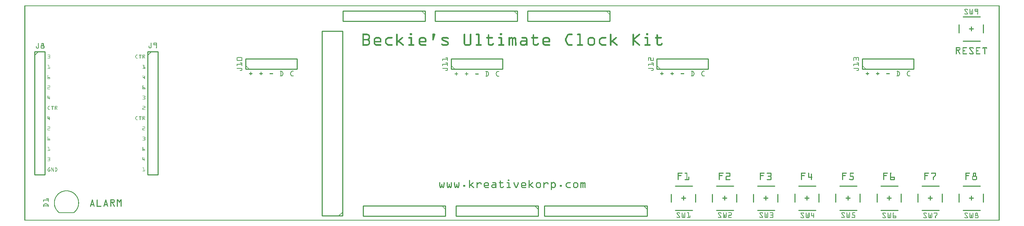
<source format=gto>
G04 MADE WITH FRITZING*
G04 WWW.FRITZING.ORG*
G04 DOUBLE SIDED*
G04 HOLES PLATED*
G04 CONTOUR ON CENTER OF CONTOUR VECTOR*
%ASAXBY*%
%FSLAX23Y23*%
%MOIN*%
%OFA0B0*%
%SFA1.0B1.0*%
%ADD10C,0.010000*%
%ADD11C,0.005000*%
%ADD12R,0.001000X0.001000*%
%LNSILK1*%
G90*
G70*
G54D10*
X9330Y1910D02*
X9330Y1831D01*
D02*
X9133Y1988D02*
X9300Y1988D01*
D02*
X9133Y1752D02*
X9300Y1752D01*
D02*
X9093Y1910D02*
X9093Y1831D01*
D02*
X9212Y1890D02*
X9212Y1851D01*
D02*
X9231Y1870D02*
X9192Y1870D01*
D02*
X1200Y1648D02*
X1200Y448D01*
D02*
X1200Y448D02*
X1300Y448D01*
D02*
X1300Y448D02*
X1300Y1648D01*
D02*
X1300Y1648D02*
X1200Y1648D01*
G54D11*
D02*
X1200Y1613D02*
X1235Y1648D01*
G54D10*
D02*
X100Y1648D02*
X100Y448D01*
D02*
X100Y448D02*
X200Y448D01*
D02*
X200Y448D02*
X200Y1648D01*
D02*
X200Y1648D02*
X100Y1648D01*
G54D11*
D02*
X100Y1613D02*
X135Y1648D01*
G54D10*
D02*
X8152Y1478D02*
X8652Y1478D01*
D02*
X8652Y1478D02*
X8652Y1578D01*
D02*
X8652Y1578D02*
X8152Y1578D01*
D02*
X8152Y1578D02*
X8152Y1478D01*
D02*
X6152Y1478D02*
X6652Y1478D01*
D02*
X6652Y1478D02*
X6652Y1578D01*
D02*
X6652Y1578D02*
X6152Y1578D01*
D02*
X6152Y1578D02*
X6152Y1478D01*
D02*
X4152Y1477D02*
X4652Y1477D01*
D02*
X4652Y1477D02*
X4652Y1577D01*
D02*
X4652Y1577D02*
X4152Y1577D01*
D02*
X4152Y1577D02*
X4152Y1477D01*
D02*
X2151Y1478D02*
X2651Y1478D01*
D02*
X2651Y1478D02*
X2651Y1578D01*
D02*
X2651Y1578D02*
X2151Y1578D01*
D02*
X2151Y1578D02*
X2151Y1478D01*
D02*
X3095Y48D02*
X3095Y1848D01*
X3095Y1848D02*
X2895Y1848D01*
X2895Y1848D02*
X2895Y48D01*
X2895Y48D02*
X3095Y48D01*
G54D11*
D02*
X3095Y83D02*
X3060Y48D01*
G54D10*
D02*
X3898Y2046D02*
X3098Y2046D01*
D02*
X3098Y2046D02*
X3098Y1946D01*
D02*
X3098Y1946D02*
X3898Y1946D01*
D02*
X3898Y1946D02*
X3898Y2046D01*
D02*
X4797Y2046D02*
X3997Y2046D01*
D02*
X3997Y2046D02*
X3997Y1946D01*
D02*
X3997Y1946D02*
X4797Y1946D01*
D02*
X4797Y1946D02*
X4797Y2046D01*
D02*
X5695Y2046D02*
X4895Y2046D01*
D02*
X4895Y2046D02*
X4895Y1946D01*
D02*
X4895Y1946D02*
X5695Y1946D01*
D02*
X5695Y1946D02*
X5695Y2046D01*
D02*
X4096Y146D02*
X3296Y146D01*
D02*
X3296Y146D02*
X3296Y46D01*
D02*
X3296Y46D02*
X4096Y46D01*
D02*
X4096Y46D02*
X4096Y146D01*
D02*
X4999Y146D02*
X4199Y146D01*
D02*
X4199Y146D02*
X4199Y46D01*
D02*
X4199Y46D02*
X4999Y46D01*
D02*
X4999Y46D02*
X4999Y146D01*
G54D11*
D02*
X4964Y146D02*
X4999Y111D01*
G54D10*
D02*
X6060Y146D02*
X5060Y146D01*
D02*
X5060Y146D02*
X5060Y46D01*
D02*
X5060Y46D02*
X6060Y46D01*
D02*
X6060Y46D02*
X6060Y146D01*
G54D11*
D02*
X6025Y146D02*
X6060Y111D01*
G54D10*
D02*
X6530Y259D02*
X6530Y181D01*
D02*
X6333Y338D02*
X6500Y338D01*
D02*
X6333Y102D02*
X6500Y102D01*
D02*
X6293Y259D02*
X6293Y181D01*
D02*
X6412Y240D02*
X6412Y200D01*
D02*
X6431Y220D02*
X6392Y220D01*
D02*
X6930Y259D02*
X6930Y181D01*
D02*
X6733Y338D02*
X6900Y338D01*
D02*
X6733Y102D02*
X6900Y102D01*
D02*
X6693Y259D02*
X6693Y181D01*
D02*
X6812Y240D02*
X6812Y200D01*
D02*
X6831Y220D02*
X6792Y220D01*
D02*
X7329Y259D02*
X7329Y181D01*
D02*
X7133Y338D02*
X7300Y338D01*
D02*
X7133Y102D02*
X7300Y102D01*
D02*
X7093Y259D02*
X7093Y181D01*
D02*
X7211Y240D02*
X7211Y200D01*
D02*
X7231Y220D02*
X7192Y220D01*
D02*
X7730Y260D02*
X7730Y181D01*
D02*
X7533Y339D02*
X7700Y339D01*
D02*
X7533Y103D02*
X7700Y103D01*
D02*
X7494Y260D02*
X7494Y181D01*
D02*
X7612Y240D02*
X7612Y201D01*
D02*
X7632Y221D02*
X7592Y221D01*
D02*
X8129Y260D02*
X8129Y181D01*
D02*
X7933Y339D02*
X8100Y339D01*
D02*
X7933Y103D02*
X8100Y103D01*
D02*
X7893Y260D02*
X7893Y181D01*
D02*
X8011Y240D02*
X8011Y201D01*
D02*
X8031Y221D02*
X7992Y221D01*
D02*
X8530Y260D02*
X8530Y181D01*
D02*
X8333Y339D02*
X8500Y339D01*
D02*
X8333Y103D02*
X8500Y103D01*
D02*
X8294Y260D02*
X8294Y181D01*
D02*
X8412Y240D02*
X8412Y201D01*
D02*
X8432Y221D02*
X8392Y221D01*
D02*
X8929Y260D02*
X8929Y181D01*
D02*
X8732Y339D02*
X8900Y339D01*
D02*
X8732Y103D02*
X8900Y103D01*
D02*
X8693Y260D02*
X8693Y181D01*
D02*
X8811Y240D02*
X8811Y201D01*
D02*
X8831Y221D02*
X8791Y221D01*
D02*
X9329Y260D02*
X9329Y181D01*
D02*
X9132Y339D02*
X9300Y339D01*
D02*
X9132Y103D02*
X9300Y103D01*
D02*
X9093Y260D02*
X9093Y181D01*
D02*
X9211Y240D02*
X9211Y201D01*
D02*
X9231Y221D02*
X9192Y221D01*
G54D12*
X0Y2098D02*
X9487Y2098D01*
X0Y2097D02*
X9487Y2097D01*
X0Y2096D02*
X9487Y2096D01*
X0Y2095D02*
X9487Y2095D01*
X0Y2094D02*
X9487Y2094D01*
X0Y2093D02*
X9487Y2093D01*
X0Y2092D02*
X9487Y2092D01*
X0Y2091D02*
X9487Y2091D01*
X0Y2090D02*
X7Y2090D01*
X9480Y2090D02*
X9487Y2090D01*
X0Y2089D02*
X7Y2089D01*
X9480Y2089D02*
X9487Y2089D01*
X0Y2088D02*
X7Y2088D01*
X9480Y2088D02*
X9487Y2088D01*
X0Y2087D02*
X7Y2087D01*
X9480Y2087D02*
X9487Y2087D01*
X0Y2086D02*
X7Y2086D01*
X9480Y2086D02*
X9487Y2086D01*
X0Y2085D02*
X7Y2085D01*
X9480Y2085D02*
X9487Y2085D01*
X0Y2084D02*
X7Y2084D01*
X9480Y2084D02*
X9487Y2084D01*
X0Y2083D02*
X7Y2083D01*
X9480Y2083D02*
X9487Y2083D01*
X0Y2082D02*
X7Y2082D01*
X9480Y2082D02*
X9487Y2082D01*
X0Y2081D02*
X7Y2081D01*
X9480Y2081D02*
X9487Y2081D01*
X0Y2080D02*
X7Y2080D01*
X9480Y2080D02*
X9487Y2080D01*
X0Y2079D02*
X7Y2079D01*
X9480Y2079D02*
X9487Y2079D01*
X0Y2078D02*
X7Y2078D01*
X9480Y2078D02*
X9487Y2078D01*
X0Y2077D02*
X7Y2077D01*
X9480Y2077D02*
X9487Y2077D01*
X0Y2076D02*
X7Y2076D01*
X9480Y2076D02*
X9487Y2076D01*
X0Y2075D02*
X7Y2075D01*
X9480Y2075D02*
X9487Y2075D01*
X0Y2074D02*
X7Y2074D01*
X9480Y2074D02*
X9487Y2074D01*
X0Y2073D02*
X7Y2073D01*
X9480Y2073D02*
X9487Y2073D01*
X0Y2072D02*
X7Y2072D01*
X9480Y2072D02*
X9487Y2072D01*
X0Y2071D02*
X7Y2071D01*
X9480Y2071D02*
X9487Y2071D01*
X0Y2070D02*
X7Y2070D01*
X9480Y2070D02*
X9487Y2070D01*
X0Y2069D02*
X7Y2069D01*
X9480Y2069D02*
X9487Y2069D01*
X0Y2068D02*
X7Y2068D01*
X9480Y2068D02*
X9487Y2068D01*
X0Y2067D02*
X7Y2067D01*
X9480Y2067D02*
X9487Y2067D01*
X0Y2066D02*
X7Y2066D01*
X9480Y2066D02*
X9487Y2066D01*
X0Y2065D02*
X7Y2065D01*
X9480Y2065D02*
X9487Y2065D01*
X0Y2064D02*
X7Y2064D01*
X9151Y2064D02*
X9173Y2064D01*
X9198Y2064D02*
X9200Y2064D01*
X9226Y2064D02*
X9228Y2064D01*
X9248Y2064D02*
X9278Y2064D01*
X9480Y2064D02*
X9487Y2064D01*
X0Y2063D02*
X7Y2063D01*
X9149Y2063D02*
X9175Y2063D01*
X9197Y2063D02*
X9202Y2063D01*
X9225Y2063D02*
X9229Y2063D01*
X9247Y2063D02*
X9279Y2063D01*
X9480Y2063D02*
X9487Y2063D01*
X0Y2062D02*
X7Y2062D01*
X9148Y2062D02*
X9177Y2062D01*
X9196Y2062D02*
X9202Y2062D01*
X9224Y2062D02*
X9230Y2062D01*
X9247Y2062D02*
X9280Y2062D01*
X9480Y2062D02*
X9487Y2062D01*
X0Y2061D02*
X7Y2061D01*
X9147Y2061D02*
X9177Y2061D01*
X9196Y2061D02*
X9202Y2061D01*
X9224Y2061D02*
X9230Y2061D01*
X9247Y2061D02*
X9280Y2061D01*
X9480Y2061D02*
X9487Y2061D01*
X0Y2060D02*
X7Y2060D01*
X9147Y2060D02*
X9178Y2060D01*
X9196Y2060D02*
X9202Y2060D01*
X9224Y2060D02*
X9230Y2060D01*
X9246Y2060D02*
X9280Y2060D01*
X9480Y2060D02*
X9487Y2060D01*
X0Y2059D02*
X7Y2059D01*
X9146Y2059D02*
X9179Y2059D01*
X9196Y2059D02*
X9202Y2059D01*
X9224Y2059D02*
X9230Y2059D01*
X9246Y2059D02*
X9280Y2059D01*
X9480Y2059D02*
X9487Y2059D01*
X0Y2058D02*
X7Y2058D01*
X9146Y2058D02*
X9179Y2058D01*
X9196Y2058D02*
X9202Y2058D01*
X9224Y2058D02*
X9230Y2058D01*
X9246Y2058D02*
X9280Y2058D01*
X9480Y2058D02*
X9487Y2058D01*
X0Y2057D02*
X7Y2057D01*
X9146Y2057D02*
X9152Y2057D01*
X9173Y2057D02*
X9179Y2057D01*
X9196Y2057D02*
X9202Y2057D01*
X9224Y2057D02*
X9230Y2057D01*
X9246Y2057D02*
X9252Y2057D01*
X9274Y2057D02*
X9280Y2057D01*
X9480Y2057D02*
X9487Y2057D01*
X0Y2056D02*
X7Y2056D01*
X9146Y2056D02*
X9152Y2056D01*
X9173Y2056D02*
X9180Y2056D01*
X9196Y2056D02*
X9202Y2056D01*
X9224Y2056D02*
X9230Y2056D01*
X9246Y2056D02*
X9252Y2056D01*
X9274Y2056D02*
X9280Y2056D01*
X9480Y2056D02*
X9487Y2056D01*
X0Y2055D02*
X7Y2055D01*
X9146Y2055D02*
X9153Y2055D01*
X9174Y2055D02*
X9180Y2055D01*
X9196Y2055D02*
X9202Y2055D01*
X9224Y2055D02*
X9230Y2055D01*
X9246Y2055D02*
X9252Y2055D01*
X9274Y2055D02*
X9280Y2055D01*
X9480Y2055D02*
X9487Y2055D01*
X0Y2054D02*
X7Y2054D01*
X9147Y2054D02*
X9154Y2054D01*
X9174Y2054D02*
X9179Y2054D01*
X9196Y2054D02*
X9202Y2054D01*
X9224Y2054D02*
X9230Y2054D01*
X9246Y2054D02*
X9252Y2054D01*
X9274Y2054D02*
X9280Y2054D01*
X9480Y2054D02*
X9487Y2054D01*
X0Y2053D02*
X7Y2053D01*
X9147Y2053D02*
X9155Y2053D01*
X9174Y2053D02*
X9179Y2053D01*
X9196Y2053D02*
X9202Y2053D01*
X9224Y2053D02*
X9230Y2053D01*
X9246Y2053D02*
X9252Y2053D01*
X9274Y2053D02*
X9280Y2053D01*
X9480Y2053D02*
X9487Y2053D01*
X0Y2052D02*
X7Y2052D01*
X9148Y2052D02*
X9155Y2052D01*
X9176Y2052D02*
X9178Y2052D01*
X9196Y2052D02*
X9202Y2052D01*
X9224Y2052D02*
X9230Y2052D01*
X9246Y2052D02*
X9252Y2052D01*
X9274Y2052D02*
X9280Y2052D01*
X9480Y2052D02*
X9487Y2052D01*
X0Y2051D02*
X7Y2051D01*
X9148Y2051D02*
X9156Y2051D01*
X9196Y2051D02*
X9202Y2051D01*
X9224Y2051D02*
X9230Y2051D01*
X9246Y2051D02*
X9252Y2051D01*
X9274Y2051D02*
X9280Y2051D01*
X9480Y2051D02*
X9487Y2051D01*
X0Y2050D02*
X7Y2050D01*
X9149Y2050D02*
X9157Y2050D01*
X9196Y2050D02*
X9202Y2050D01*
X9224Y2050D02*
X9230Y2050D01*
X9246Y2050D02*
X9252Y2050D01*
X9274Y2050D02*
X9280Y2050D01*
X9480Y2050D02*
X9487Y2050D01*
X0Y2049D02*
X7Y2049D01*
X9150Y2049D02*
X9158Y2049D01*
X9196Y2049D02*
X9202Y2049D01*
X9224Y2049D02*
X9230Y2049D01*
X9246Y2049D02*
X9252Y2049D01*
X9274Y2049D02*
X9280Y2049D01*
X9480Y2049D02*
X9487Y2049D01*
X0Y2048D02*
X7Y2048D01*
X9151Y2048D02*
X9159Y2048D01*
X9196Y2048D02*
X9202Y2048D01*
X9224Y2048D02*
X9230Y2048D01*
X9246Y2048D02*
X9252Y2048D01*
X9274Y2048D02*
X9280Y2048D01*
X9480Y2048D02*
X9487Y2048D01*
X0Y2047D02*
X7Y2047D01*
X3864Y2047D02*
X3864Y2047D01*
X4763Y2047D02*
X4763Y2047D01*
X5661Y2047D02*
X5661Y2047D01*
X9151Y2047D02*
X9159Y2047D01*
X9196Y2047D02*
X9202Y2047D01*
X9224Y2047D02*
X9230Y2047D01*
X9246Y2047D02*
X9253Y2047D01*
X9274Y2047D02*
X9280Y2047D01*
X9480Y2047D02*
X9487Y2047D01*
X0Y2046D02*
X7Y2046D01*
X3863Y2046D02*
X3865Y2046D01*
X4762Y2046D02*
X4764Y2046D01*
X5660Y2046D02*
X5662Y2046D01*
X9152Y2046D02*
X9160Y2046D01*
X9196Y2046D02*
X9202Y2046D01*
X9211Y2046D02*
X9215Y2046D01*
X9224Y2046D02*
X9230Y2046D01*
X9246Y2046D02*
X9280Y2046D01*
X9480Y2046D02*
X9487Y2046D01*
X0Y2045D02*
X7Y2045D01*
X3862Y2045D02*
X3866Y2045D01*
X4761Y2045D02*
X4765Y2045D01*
X5659Y2045D02*
X5663Y2045D01*
X9153Y2045D02*
X9161Y2045D01*
X9196Y2045D02*
X9202Y2045D01*
X9211Y2045D02*
X9216Y2045D01*
X9224Y2045D02*
X9230Y2045D01*
X9246Y2045D02*
X9280Y2045D01*
X9480Y2045D02*
X9487Y2045D01*
X0Y2044D02*
X7Y2044D01*
X3862Y2044D02*
X3867Y2044D01*
X4760Y2044D02*
X4766Y2044D01*
X5658Y2044D02*
X5664Y2044D01*
X9154Y2044D02*
X9162Y2044D01*
X9196Y2044D02*
X9202Y2044D01*
X9210Y2044D02*
X9216Y2044D01*
X9224Y2044D02*
X9230Y2044D01*
X9246Y2044D02*
X9280Y2044D01*
X9480Y2044D02*
X9487Y2044D01*
X0Y2043D02*
X7Y2043D01*
X3862Y2043D02*
X3868Y2043D01*
X4761Y2043D02*
X4767Y2043D01*
X5659Y2043D02*
X5665Y2043D01*
X9154Y2043D02*
X9162Y2043D01*
X9196Y2043D02*
X9202Y2043D01*
X9210Y2043D02*
X9216Y2043D01*
X9224Y2043D02*
X9230Y2043D01*
X9247Y2043D02*
X9280Y2043D01*
X9480Y2043D02*
X9487Y2043D01*
X0Y2042D02*
X7Y2042D01*
X3863Y2042D02*
X3869Y2042D01*
X4762Y2042D02*
X4768Y2042D01*
X5660Y2042D02*
X5666Y2042D01*
X9155Y2042D02*
X9163Y2042D01*
X9196Y2042D02*
X9202Y2042D01*
X9210Y2042D02*
X9216Y2042D01*
X9224Y2042D02*
X9230Y2042D01*
X9247Y2042D02*
X9280Y2042D01*
X9480Y2042D02*
X9487Y2042D01*
X0Y2041D02*
X7Y2041D01*
X3864Y2041D02*
X3870Y2041D01*
X4763Y2041D02*
X4769Y2041D01*
X5661Y2041D02*
X5667Y2041D01*
X9156Y2041D02*
X9164Y2041D01*
X9196Y2041D02*
X9202Y2041D01*
X9210Y2041D02*
X9216Y2041D01*
X9224Y2041D02*
X9230Y2041D01*
X9247Y2041D02*
X9280Y2041D01*
X9480Y2041D02*
X9487Y2041D01*
X0Y2040D02*
X7Y2040D01*
X3865Y2040D02*
X3871Y2040D01*
X4764Y2040D02*
X4770Y2040D01*
X5662Y2040D02*
X5668Y2040D01*
X9157Y2040D02*
X9165Y2040D01*
X9196Y2040D02*
X9202Y2040D01*
X9210Y2040D02*
X9216Y2040D01*
X9224Y2040D02*
X9230Y2040D01*
X9249Y2040D02*
X9280Y2040D01*
X9480Y2040D02*
X9487Y2040D01*
X0Y2039D02*
X7Y2039D01*
X3866Y2039D02*
X3872Y2039D01*
X4765Y2039D02*
X4771Y2039D01*
X5663Y2039D02*
X5669Y2039D01*
X9158Y2039D02*
X9166Y2039D01*
X9196Y2039D02*
X9202Y2039D01*
X9210Y2039D02*
X9216Y2039D01*
X9224Y2039D02*
X9230Y2039D01*
X9274Y2039D02*
X9280Y2039D01*
X9480Y2039D02*
X9487Y2039D01*
X0Y2038D02*
X7Y2038D01*
X3867Y2038D02*
X3873Y2038D01*
X4766Y2038D02*
X4772Y2038D01*
X5664Y2038D02*
X5670Y2038D01*
X9158Y2038D02*
X9166Y2038D01*
X9196Y2038D02*
X9202Y2038D01*
X9210Y2038D02*
X9216Y2038D01*
X9224Y2038D02*
X9230Y2038D01*
X9274Y2038D02*
X9280Y2038D01*
X9480Y2038D02*
X9487Y2038D01*
X0Y2037D02*
X7Y2037D01*
X3868Y2037D02*
X3874Y2037D01*
X4767Y2037D02*
X4773Y2037D01*
X5665Y2037D02*
X5671Y2037D01*
X9159Y2037D02*
X9167Y2037D01*
X9196Y2037D02*
X9202Y2037D01*
X9210Y2037D02*
X9216Y2037D01*
X9224Y2037D02*
X9230Y2037D01*
X9274Y2037D02*
X9280Y2037D01*
X9480Y2037D02*
X9487Y2037D01*
X0Y2036D02*
X7Y2036D01*
X3869Y2036D02*
X3875Y2036D01*
X4768Y2036D02*
X4774Y2036D01*
X5666Y2036D02*
X5672Y2036D01*
X9160Y2036D02*
X9168Y2036D01*
X9196Y2036D02*
X9202Y2036D01*
X9210Y2036D02*
X9216Y2036D01*
X9224Y2036D02*
X9230Y2036D01*
X9274Y2036D02*
X9280Y2036D01*
X9480Y2036D02*
X9487Y2036D01*
X0Y2035D02*
X7Y2035D01*
X3870Y2035D02*
X3876Y2035D01*
X4769Y2035D02*
X4775Y2035D01*
X5667Y2035D02*
X5673Y2035D01*
X9161Y2035D02*
X9169Y2035D01*
X9196Y2035D02*
X9202Y2035D01*
X9210Y2035D02*
X9216Y2035D01*
X9224Y2035D02*
X9230Y2035D01*
X9274Y2035D02*
X9280Y2035D01*
X9480Y2035D02*
X9487Y2035D01*
X0Y2034D02*
X7Y2034D01*
X3871Y2034D02*
X3877Y2034D01*
X4770Y2034D02*
X4776Y2034D01*
X5668Y2034D02*
X5674Y2034D01*
X9161Y2034D02*
X9169Y2034D01*
X9196Y2034D02*
X9202Y2034D01*
X9210Y2034D02*
X9216Y2034D01*
X9224Y2034D02*
X9230Y2034D01*
X9274Y2034D02*
X9280Y2034D01*
X9480Y2034D02*
X9487Y2034D01*
X0Y2033D02*
X7Y2033D01*
X3872Y2033D02*
X3878Y2033D01*
X4771Y2033D02*
X4777Y2033D01*
X5669Y2033D02*
X5675Y2033D01*
X9162Y2033D02*
X9170Y2033D01*
X9196Y2033D02*
X9202Y2033D01*
X9210Y2033D02*
X9216Y2033D01*
X9224Y2033D02*
X9230Y2033D01*
X9274Y2033D02*
X9280Y2033D01*
X9480Y2033D02*
X9487Y2033D01*
X0Y2032D02*
X7Y2032D01*
X3873Y2032D02*
X3879Y2032D01*
X4772Y2032D02*
X4778Y2032D01*
X5670Y2032D02*
X5676Y2032D01*
X9163Y2032D02*
X9171Y2032D01*
X9196Y2032D02*
X9202Y2032D01*
X9210Y2032D02*
X9216Y2032D01*
X9224Y2032D02*
X9230Y2032D01*
X9274Y2032D02*
X9280Y2032D01*
X9480Y2032D02*
X9487Y2032D01*
X0Y2031D02*
X7Y2031D01*
X3874Y2031D02*
X3880Y2031D01*
X4773Y2031D02*
X4779Y2031D01*
X5671Y2031D02*
X5677Y2031D01*
X9164Y2031D02*
X9172Y2031D01*
X9196Y2031D02*
X9202Y2031D01*
X9210Y2031D02*
X9216Y2031D01*
X9224Y2031D02*
X9230Y2031D01*
X9274Y2031D02*
X9280Y2031D01*
X9480Y2031D02*
X9487Y2031D01*
X0Y2030D02*
X7Y2030D01*
X3876Y2030D02*
X3881Y2030D01*
X4774Y2030D02*
X4780Y2030D01*
X5672Y2030D02*
X5678Y2030D01*
X9165Y2030D02*
X9173Y2030D01*
X9196Y2030D02*
X9202Y2030D01*
X9210Y2030D02*
X9216Y2030D01*
X9224Y2030D02*
X9230Y2030D01*
X9274Y2030D02*
X9280Y2030D01*
X9480Y2030D02*
X9487Y2030D01*
X0Y2029D02*
X7Y2029D01*
X3877Y2029D02*
X3882Y2029D01*
X4775Y2029D02*
X4781Y2029D01*
X5674Y2029D02*
X5679Y2029D01*
X9165Y2029D02*
X9173Y2029D01*
X9196Y2029D02*
X9202Y2029D01*
X9210Y2029D02*
X9216Y2029D01*
X9224Y2029D02*
X9230Y2029D01*
X9274Y2029D02*
X9280Y2029D01*
X9480Y2029D02*
X9487Y2029D01*
X0Y2028D02*
X7Y2028D01*
X3878Y2028D02*
X3883Y2028D01*
X4777Y2028D02*
X4782Y2028D01*
X5675Y2028D02*
X5680Y2028D01*
X9166Y2028D02*
X9174Y2028D01*
X9196Y2028D02*
X9202Y2028D01*
X9210Y2028D02*
X9216Y2028D01*
X9224Y2028D02*
X9230Y2028D01*
X9274Y2028D02*
X9280Y2028D01*
X9480Y2028D02*
X9487Y2028D01*
X0Y2027D02*
X7Y2027D01*
X3879Y2027D02*
X3884Y2027D01*
X4778Y2027D02*
X4783Y2027D01*
X5676Y2027D02*
X5681Y2027D01*
X9167Y2027D02*
X9175Y2027D01*
X9196Y2027D02*
X9202Y2027D01*
X9210Y2027D02*
X9216Y2027D01*
X9224Y2027D02*
X9230Y2027D01*
X9274Y2027D02*
X9280Y2027D01*
X9480Y2027D02*
X9487Y2027D01*
X0Y2026D02*
X7Y2026D01*
X3880Y2026D02*
X3885Y2026D01*
X4779Y2026D02*
X4784Y2026D01*
X5677Y2026D02*
X5682Y2026D01*
X9168Y2026D02*
X9176Y2026D01*
X9196Y2026D02*
X9202Y2026D01*
X9210Y2026D02*
X9216Y2026D01*
X9224Y2026D02*
X9230Y2026D01*
X9274Y2026D02*
X9280Y2026D01*
X9480Y2026D02*
X9487Y2026D01*
X0Y2025D02*
X7Y2025D01*
X3881Y2025D02*
X3886Y2025D01*
X4780Y2025D02*
X4785Y2025D01*
X5678Y2025D02*
X5683Y2025D01*
X9168Y2025D02*
X9176Y2025D01*
X9196Y2025D02*
X9202Y2025D01*
X9210Y2025D02*
X9216Y2025D01*
X9224Y2025D02*
X9230Y2025D01*
X9274Y2025D02*
X9280Y2025D01*
X9480Y2025D02*
X9487Y2025D01*
X0Y2024D02*
X7Y2024D01*
X3882Y2024D02*
X3887Y2024D01*
X4780Y2024D02*
X4786Y2024D01*
X5679Y2024D02*
X5684Y2024D01*
X9169Y2024D02*
X9177Y2024D01*
X9196Y2024D02*
X9202Y2024D01*
X9210Y2024D02*
X9216Y2024D01*
X9224Y2024D02*
X9230Y2024D01*
X9274Y2024D02*
X9280Y2024D01*
X9480Y2024D02*
X9487Y2024D01*
X0Y2023D02*
X7Y2023D01*
X3883Y2023D02*
X3888Y2023D01*
X4781Y2023D02*
X4787Y2023D01*
X5679Y2023D02*
X5685Y2023D01*
X9148Y2023D02*
X9150Y2023D01*
X9170Y2023D02*
X9178Y2023D01*
X9196Y2023D02*
X9202Y2023D01*
X9210Y2023D02*
X9216Y2023D01*
X9224Y2023D02*
X9230Y2023D01*
X9274Y2023D02*
X9280Y2023D01*
X9480Y2023D02*
X9487Y2023D01*
X0Y2022D02*
X7Y2022D01*
X3883Y2022D02*
X3889Y2022D01*
X4782Y2022D02*
X4788Y2022D01*
X5680Y2022D02*
X5686Y2022D01*
X9147Y2022D02*
X9151Y2022D01*
X9171Y2022D02*
X9179Y2022D01*
X9196Y2022D02*
X9202Y2022D01*
X9210Y2022D02*
X9216Y2022D01*
X9224Y2022D02*
X9230Y2022D01*
X9274Y2022D02*
X9280Y2022D01*
X9480Y2022D02*
X9487Y2022D01*
X0Y2021D02*
X7Y2021D01*
X3884Y2021D02*
X3890Y2021D01*
X4783Y2021D02*
X4789Y2021D01*
X5681Y2021D02*
X5687Y2021D01*
X9146Y2021D02*
X9152Y2021D01*
X9172Y2021D02*
X9179Y2021D01*
X9196Y2021D02*
X9202Y2021D01*
X9210Y2021D02*
X9216Y2021D01*
X9224Y2021D02*
X9230Y2021D01*
X9274Y2021D02*
X9280Y2021D01*
X9480Y2021D02*
X9487Y2021D01*
X0Y2020D02*
X7Y2020D01*
X3885Y2020D02*
X3891Y2020D01*
X4784Y2020D02*
X4790Y2020D01*
X5682Y2020D02*
X5688Y2020D01*
X9146Y2020D02*
X9152Y2020D01*
X9172Y2020D02*
X9179Y2020D01*
X9196Y2020D02*
X9203Y2020D01*
X9210Y2020D02*
X9217Y2020D01*
X9223Y2020D02*
X9230Y2020D01*
X9274Y2020D02*
X9280Y2020D01*
X9480Y2020D02*
X9487Y2020D01*
X0Y2019D02*
X7Y2019D01*
X3886Y2019D02*
X3892Y2019D01*
X4785Y2019D02*
X4791Y2019D01*
X5683Y2019D02*
X5689Y2019D01*
X9146Y2019D02*
X9152Y2019D01*
X9173Y2019D02*
X9180Y2019D01*
X9196Y2019D02*
X9203Y2019D01*
X9209Y2019D02*
X9217Y2019D01*
X9223Y2019D02*
X9230Y2019D01*
X9274Y2019D02*
X9280Y2019D01*
X9480Y2019D02*
X9487Y2019D01*
X0Y2018D02*
X7Y2018D01*
X3887Y2018D02*
X3893Y2018D01*
X4786Y2018D02*
X4792Y2018D01*
X5684Y2018D02*
X5690Y2018D01*
X9146Y2018D02*
X9153Y2018D01*
X9174Y2018D02*
X9180Y2018D01*
X9197Y2018D02*
X9204Y2018D01*
X9208Y2018D02*
X9218Y2018D01*
X9222Y2018D02*
X9229Y2018D01*
X9274Y2018D02*
X9280Y2018D01*
X9480Y2018D02*
X9487Y2018D01*
X0Y2017D02*
X7Y2017D01*
X3888Y2017D02*
X3894Y2017D01*
X4787Y2017D02*
X4793Y2017D01*
X5685Y2017D02*
X5691Y2017D01*
X9147Y2017D02*
X9179Y2017D01*
X9197Y2017D02*
X9229Y2017D01*
X9273Y2017D02*
X9280Y2017D01*
X9480Y2017D02*
X9487Y2017D01*
X0Y2016D02*
X7Y2016D01*
X3889Y2016D02*
X3895Y2016D01*
X4788Y2016D02*
X4794Y2016D01*
X5686Y2016D02*
X5692Y2016D01*
X9147Y2016D02*
X9179Y2016D01*
X9198Y2016D02*
X9228Y2016D01*
X9271Y2016D02*
X9280Y2016D01*
X9480Y2016D02*
X9487Y2016D01*
X0Y2015D02*
X7Y2015D01*
X3890Y2015D02*
X3896Y2015D01*
X4789Y2015D02*
X4795Y2015D01*
X5687Y2015D02*
X5693Y2015D01*
X9147Y2015D02*
X9179Y2015D01*
X9198Y2015D02*
X9228Y2015D01*
X9271Y2015D02*
X9280Y2015D01*
X9480Y2015D02*
X9487Y2015D01*
X0Y2014D02*
X7Y2014D01*
X3891Y2014D02*
X3897Y2014D01*
X4790Y2014D02*
X4796Y2014D01*
X5688Y2014D02*
X5694Y2014D01*
X9148Y2014D02*
X9178Y2014D01*
X9199Y2014D02*
X9227Y2014D01*
X9271Y2014D02*
X9280Y2014D01*
X9480Y2014D02*
X9487Y2014D01*
X0Y2013D02*
X7Y2013D01*
X3892Y2013D02*
X3898Y2013D01*
X4791Y2013D02*
X4797Y2013D01*
X5689Y2013D02*
X5695Y2013D01*
X9149Y2013D02*
X9178Y2013D01*
X9200Y2013D02*
X9226Y2013D01*
X9271Y2013D02*
X9280Y2013D01*
X9480Y2013D02*
X9487Y2013D01*
X0Y2012D02*
X7Y2012D01*
X3893Y2012D02*
X3898Y2012D01*
X4792Y2012D02*
X4797Y2012D01*
X5690Y2012D02*
X5695Y2012D01*
X9150Y2012D02*
X9177Y2012D01*
X9200Y2012D02*
X9212Y2012D01*
X9214Y2012D02*
X9226Y2012D01*
X9271Y2012D02*
X9279Y2012D01*
X9480Y2012D02*
X9487Y2012D01*
X0Y2011D02*
X7Y2011D01*
X3894Y2011D02*
X3897Y2011D01*
X4793Y2011D02*
X4796Y2011D01*
X5691Y2011D02*
X5694Y2011D01*
X9152Y2011D02*
X9175Y2011D01*
X9201Y2011D02*
X9211Y2011D01*
X9215Y2011D02*
X9225Y2011D01*
X9272Y2011D02*
X9279Y2011D01*
X9480Y2011D02*
X9487Y2011D01*
X0Y2010D02*
X7Y2010D01*
X3895Y2010D02*
X3896Y2010D01*
X4794Y2010D02*
X4795Y2010D01*
X5692Y2010D02*
X5693Y2010D01*
X9480Y2010D02*
X9487Y2010D01*
X0Y2009D02*
X7Y2009D01*
X9480Y2009D02*
X9487Y2009D01*
X0Y2008D02*
X7Y2008D01*
X9480Y2008D02*
X9487Y2008D01*
X0Y2007D02*
X7Y2007D01*
X9480Y2007D02*
X9487Y2007D01*
X0Y2006D02*
X7Y2006D01*
X9480Y2006D02*
X9487Y2006D01*
X0Y2005D02*
X7Y2005D01*
X9480Y2005D02*
X9487Y2005D01*
X0Y2004D02*
X7Y2004D01*
X9480Y2004D02*
X9487Y2004D01*
X0Y2003D02*
X7Y2003D01*
X9480Y2003D02*
X9487Y2003D01*
X0Y2002D02*
X7Y2002D01*
X9480Y2002D02*
X9487Y2002D01*
X0Y2001D02*
X7Y2001D01*
X9480Y2001D02*
X9487Y2001D01*
X0Y2000D02*
X7Y2000D01*
X9480Y2000D02*
X9487Y2000D01*
X0Y1999D02*
X7Y1999D01*
X9480Y1999D02*
X9487Y1999D01*
X0Y1998D02*
X7Y1998D01*
X9480Y1998D02*
X9487Y1998D01*
X0Y1997D02*
X7Y1997D01*
X9480Y1997D02*
X9487Y1997D01*
X0Y1996D02*
X7Y1996D01*
X9480Y1996D02*
X9487Y1996D01*
X0Y1995D02*
X7Y1995D01*
X9480Y1995D02*
X9487Y1995D01*
X0Y1994D02*
X7Y1994D01*
X9480Y1994D02*
X9487Y1994D01*
X0Y1993D02*
X7Y1993D01*
X9480Y1993D02*
X9487Y1993D01*
X0Y1992D02*
X7Y1992D01*
X9480Y1992D02*
X9487Y1992D01*
X0Y1991D02*
X7Y1991D01*
X9480Y1991D02*
X9487Y1991D01*
X0Y1990D02*
X7Y1990D01*
X9480Y1990D02*
X9487Y1990D01*
X0Y1989D02*
X7Y1989D01*
X9480Y1989D02*
X9487Y1989D01*
X0Y1988D02*
X7Y1988D01*
X9480Y1988D02*
X9487Y1988D01*
X0Y1987D02*
X7Y1987D01*
X9480Y1987D02*
X9487Y1987D01*
X0Y1986D02*
X7Y1986D01*
X9480Y1986D02*
X9487Y1986D01*
X0Y1985D02*
X7Y1985D01*
X9480Y1985D02*
X9487Y1985D01*
X0Y1984D02*
X7Y1984D01*
X9480Y1984D02*
X9487Y1984D01*
X0Y1983D02*
X7Y1983D01*
X9480Y1983D02*
X9487Y1983D01*
X0Y1982D02*
X7Y1982D01*
X9480Y1982D02*
X9487Y1982D01*
X0Y1981D02*
X7Y1981D01*
X9480Y1981D02*
X9487Y1981D01*
X0Y1980D02*
X7Y1980D01*
X9480Y1980D02*
X9487Y1980D01*
X0Y1979D02*
X7Y1979D01*
X9480Y1979D02*
X9487Y1979D01*
X0Y1978D02*
X7Y1978D01*
X9480Y1978D02*
X9487Y1978D01*
X0Y1977D02*
X7Y1977D01*
X9480Y1977D02*
X9487Y1977D01*
X0Y1976D02*
X7Y1976D01*
X9480Y1976D02*
X9487Y1976D01*
X0Y1975D02*
X7Y1975D01*
X9480Y1975D02*
X9487Y1975D01*
X0Y1974D02*
X7Y1974D01*
X9480Y1974D02*
X9487Y1974D01*
X0Y1973D02*
X7Y1973D01*
X9480Y1973D02*
X9487Y1973D01*
X0Y1972D02*
X7Y1972D01*
X9480Y1972D02*
X9487Y1972D01*
X0Y1971D02*
X7Y1971D01*
X9480Y1971D02*
X9487Y1971D01*
X0Y1970D02*
X7Y1970D01*
X9480Y1970D02*
X9487Y1970D01*
X0Y1969D02*
X7Y1969D01*
X9480Y1969D02*
X9487Y1969D01*
X0Y1968D02*
X7Y1968D01*
X9480Y1968D02*
X9487Y1968D01*
X0Y1967D02*
X7Y1967D01*
X9480Y1967D02*
X9487Y1967D01*
X0Y1966D02*
X7Y1966D01*
X9480Y1966D02*
X9487Y1966D01*
X0Y1965D02*
X7Y1965D01*
X9480Y1965D02*
X9487Y1965D01*
X0Y1964D02*
X7Y1964D01*
X9480Y1964D02*
X9487Y1964D01*
X0Y1963D02*
X7Y1963D01*
X9480Y1963D02*
X9487Y1963D01*
X0Y1962D02*
X7Y1962D01*
X9480Y1962D02*
X9487Y1962D01*
X0Y1961D02*
X7Y1961D01*
X9480Y1961D02*
X9487Y1961D01*
X0Y1960D02*
X7Y1960D01*
X9480Y1960D02*
X9487Y1960D01*
X0Y1959D02*
X7Y1959D01*
X9480Y1959D02*
X9487Y1959D01*
X0Y1958D02*
X7Y1958D01*
X9480Y1958D02*
X9487Y1958D01*
X0Y1957D02*
X7Y1957D01*
X9480Y1957D02*
X9487Y1957D01*
X0Y1956D02*
X7Y1956D01*
X9480Y1956D02*
X9487Y1956D01*
X0Y1955D02*
X7Y1955D01*
X9480Y1955D02*
X9487Y1955D01*
X0Y1954D02*
X7Y1954D01*
X9480Y1954D02*
X9487Y1954D01*
X0Y1953D02*
X7Y1953D01*
X9480Y1953D02*
X9487Y1953D01*
X0Y1952D02*
X7Y1952D01*
X9480Y1952D02*
X9487Y1952D01*
X0Y1951D02*
X7Y1951D01*
X9480Y1951D02*
X9487Y1951D01*
X0Y1950D02*
X7Y1950D01*
X9480Y1950D02*
X9487Y1950D01*
X0Y1949D02*
X7Y1949D01*
X9480Y1949D02*
X9487Y1949D01*
X0Y1948D02*
X7Y1948D01*
X9480Y1948D02*
X9487Y1948D01*
X0Y1947D02*
X7Y1947D01*
X9480Y1947D02*
X9487Y1947D01*
X0Y1946D02*
X7Y1946D01*
X9480Y1946D02*
X9487Y1946D01*
X0Y1945D02*
X7Y1945D01*
X9480Y1945D02*
X9487Y1945D01*
X0Y1944D02*
X7Y1944D01*
X9480Y1944D02*
X9487Y1944D01*
X0Y1943D02*
X7Y1943D01*
X9480Y1943D02*
X9487Y1943D01*
X0Y1942D02*
X7Y1942D01*
X9480Y1942D02*
X9487Y1942D01*
X0Y1941D02*
X7Y1941D01*
X9480Y1941D02*
X9487Y1941D01*
X0Y1940D02*
X7Y1940D01*
X9480Y1940D02*
X9487Y1940D01*
X0Y1939D02*
X7Y1939D01*
X9480Y1939D02*
X9487Y1939D01*
X0Y1938D02*
X7Y1938D01*
X9480Y1938D02*
X9487Y1938D01*
X0Y1937D02*
X7Y1937D01*
X9480Y1937D02*
X9487Y1937D01*
X0Y1936D02*
X7Y1936D01*
X9480Y1936D02*
X9487Y1936D01*
X0Y1935D02*
X7Y1935D01*
X9480Y1935D02*
X9487Y1935D01*
X0Y1934D02*
X7Y1934D01*
X9480Y1934D02*
X9487Y1934D01*
X0Y1933D02*
X7Y1933D01*
X9480Y1933D02*
X9487Y1933D01*
X0Y1932D02*
X7Y1932D01*
X9480Y1932D02*
X9487Y1932D01*
X0Y1931D02*
X7Y1931D01*
X9480Y1931D02*
X9487Y1931D01*
X0Y1930D02*
X7Y1930D01*
X9480Y1930D02*
X9487Y1930D01*
X0Y1929D02*
X7Y1929D01*
X9480Y1929D02*
X9487Y1929D01*
X0Y1928D02*
X7Y1928D01*
X9480Y1928D02*
X9487Y1928D01*
X0Y1927D02*
X7Y1927D01*
X9480Y1927D02*
X9487Y1927D01*
X0Y1926D02*
X7Y1926D01*
X9480Y1926D02*
X9487Y1926D01*
X0Y1925D02*
X7Y1925D01*
X9480Y1925D02*
X9487Y1925D01*
X0Y1924D02*
X7Y1924D01*
X9480Y1924D02*
X9487Y1924D01*
X0Y1923D02*
X7Y1923D01*
X9480Y1923D02*
X9487Y1923D01*
X0Y1922D02*
X7Y1922D01*
X9480Y1922D02*
X9487Y1922D01*
X0Y1921D02*
X7Y1921D01*
X9480Y1921D02*
X9487Y1921D01*
X0Y1920D02*
X7Y1920D01*
X9480Y1920D02*
X9487Y1920D01*
X0Y1919D02*
X7Y1919D01*
X9480Y1919D02*
X9487Y1919D01*
X0Y1918D02*
X7Y1918D01*
X9480Y1918D02*
X9487Y1918D01*
X0Y1917D02*
X7Y1917D01*
X9480Y1917D02*
X9487Y1917D01*
X0Y1916D02*
X7Y1916D01*
X9480Y1916D02*
X9487Y1916D01*
X0Y1915D02*
X7Y1915D01*
X9480Y1915D02*
X9487Y1915D01*
X0Y1914D02*
X7Y1914D01*
X9480Y1914D02*
X9487Y1914D01*
X0Y1913D02*
X7Y1913D01*
X9480Y1913D02*
X9487Y1913D01*
X0Y1912D02*
X7Y1912D01*
X9480Y1912D02*
X9487Y1912D01*
X0Y1911D02*
X7Y1911D01*
X9480Y1911D02*
X9487Y1911D01*
X0Y1910D02*
X7Y1910D01*
X9480Y1910D02*
X9487Y1910D01*
X0Y1909D02*
X7Y1909D01*
X9480Y1909D02*
X9487Y1909D01*
X0Y1908D02*
X7Y1908D01*
X9480Y1908D02*
X9487Y1908D01*
X0Y1907D02*
X7Y1907D01*
X9480Y1907D02*
X9487Y1907D01*
X0Y1906D02*
X7Y1906D01*
X9480Y1906D02*
X9487Y1906D01*
X0Y1905D02*
X7Y1905D01*
X9480Y1905D02*
X9487Y1905D01*
X0Y1904D02*
X7Y1904D01*
X9480Y1904D02*
X9487Y1904D01*
X0Y1903D02*
X7Y1903D01*
X9480Y1903D02*
X9487Y1903D01*
X0Y1902D02*
X7Y1902D01*
X9480Y1902D02*
X9487Y1902D01*
X0Y1901D02*
X7Y1901D01*
X9480Y1901D02*
X9487Y1901D01*
X0Y1900D02*
X7Y1900D01*
X9480Y1900D02*
X9487Y1900D01*
X0Y1899D02*
X7Y1899D01*
X9480Y1899D02*
X9487Y1899D01*
X0Y1898D02*
X7Y1898D01*
X9480Y1898D02*
X9487Y1898D01*
X0Y1897D02*
X7Y1897D01*
X9480Y1897D02*
X9487Y1897D01*
X0Y1896D02*
X7Y1896D01*
X9480Y1896D02*
X9487Y1896D01*
X0Y1895D02*
X7Y1895D01*
X9480Y1895D02*
X9487Y1895D01*
X0Y1894D02*
X7Y1894D01*
X9480Y1894D02*
X9487Y1894D01*
X0Y1893D02*
X7Y1893D01*
X9480Y1893D02*
X9487Y1893D01*
X0Y1892D02*
X7Y1892D01*
X9480Y1892D02*
X9487Y1892D01*
X0Y1891D02*
X7Y1891D01*
X9480Y1891D02*
X9487Y1891D01*
X0Y1890D02*
X7Y1890D01*
X9480Y1890D02*
X9487Y1890D01*
X0Y1889D02*
X7Y1889D01*
X9480Y1889D02*
X9487Y1889D01*
X0Y1888D02*
X7Y1888D01*
X9480Y1888D02*
X9487Y1888D01*
X0Y1887D02*
X7Y1887D01*
X9480Y1887D02*
X9487Y1887D01*
X0Y1886D02*
X7Y1886D01*
X9480Y1886D02*
X9487Y1886D01*
X0Y1885D02*
X7Y1885D01*
X9480Y1885D02*
X9487Y1885D01*
X0Y1884D02*
X7Y1884D01*
X9480Y1884D02*
X9487Y1884D01*
X0Y1883D02*
X7Y1883D01*
X9480Y1883D02*
X9487Y1883D01*
X0Y1882D02*
X7Y1882D01*
X9480Y1882D02*
X9487Y1882D01*
X0Y1881D02*
X7Y1881D01*
X9480Y1881D02*
X9487Y1881D01*
X0Y1880D02*
X7Y1880D01*
X9480Y1880D02*
X9487Y1880D01*
X0Y1879D02*
X7Y1879D01*
X9480Y1879D02*
X9487Y1879D01*
X0Y1878D02*
X7Y1878D01*
X9480Y1878D02*
X9487Y1878D01*
X0Y1877D02*
X7Y1877D01*
X9480Y1877D02*
X9487Y1877D01*
X0Y1876D02*
X7Y1876D01*
X9480Y1876D02*
X9487Y1876D01*
X0Y1875D02*
X7Y1875D01*
X9480Y1875D02*
X9487Y1875D01*
X0Y1874D02*
X7Y1874D01*
X9480Y1874D02*
X9487Y1874D01*
X0Y1873D02*
X7Y1873D01*
X9480Y1873D02*
X9487Y1873D01*
X0Y1872D02*
X7Y1872D01*
X9480Y1872D02*
X9487Y1872D01*
X0Y1871D02*
X7Y1871D01*
X9480Y1871D02*
X9487Y1871D01*
X0Y1870D02*
X7Y1870D01*
X9480Y1870D02*
X9487Y1870D01*
X0Y1869D02*
X7Y1869D01*
X9480Y1869D02*
X9487Y1869D01*
X0Y1868D02*
X7Y1868D01*
X9480Y1868D02*
X9487Y1868D01*
X0Y1867D02*
X7Y1867D01*
X9480Y1867D02*
X9487Y1867D01*
X0Y1866D02*
X7Y1866D01*
X9480Y1866D02*
X9487Y1866D01*
X0Y1865D02*
X7Y1865D01*
X9480Y1865D02*
X9487Y1865D01*
X0Y1864D02*
X7Y1864D01*
X9480Y1864D02*
X9487Y1864D01*
X0Y1863D02*
X7Y1863D01*
X9480Y1863D02*
X9487Y1863D01*
X0Y1862D02*
X7Y1862D01*
X9480Y1862D02*
X9487Y1862D01*
X0Y1861D02*
X7Y1861D01*
X9480Y1861D02*
X9487Y1861D01*
X0Y1860D02*
X7Y1860D01*
X9480Y1860D02*
X9487Y1860D01*
X0Y1859D02*
X7Y1859D01*
X9480Y1859D02*
X9487Y1859D01*
X0Y1858D02*
X7Y1858D01*
X9480Y1858D02*
X9487Y1858D01*
X0Y1857D02*
X7Y1857D01*
X9480Y1857D02*
X9487Y1857D01*
X0Y1856D02*
X7Y1856D01*
X9480Y1856D02*
X9487Y1856D01*
X0Y1855D02*
X7Y1855D01*
X9480Y1855D02*
X9487Y1855D01*
X0Y1854D02*
X7Y1854D01*
X9480Y1854D02*
X9487Y1854D01*
X0Y1853D02*
X7Y1853D01*
X9480Y1853D02*
X9487Y1853D01*
X0Y1852D02*
X7Y1852D01*
X9480Y1852D02*
X9487Y1852D01*
X0Y1851D02*
X7Y1851D01*
X9480Y1851D02*
X9487Y1851D01*
X0Y1850D02*
X7Y1850D01*
X9480Y1850D02*
X9487Y1850D01*
X0Y1849D02*
X7Y1849D01*
X9480Y1849D02*
X9487Y1849D01*
X0Y1848D02*
X7Y1848D01*
X9480Y1848D02*
X9487Y1848D01*
X0Y1847D02*
X7Y1847D01*
X9480Y1847D02*
X9487Y1847D01*
X0Y1846D02*
X7Y1846D01*
X9480Y1846D02*
X9487Y1846D01*
X0Y1845D02*
X7Y1845D01*
X9480Y1845D02*
X9487Y1845D01*
X0Y1844D02*
X7Y1844D01*
X9480Y1844D02*
X9487Y1844D01*
X0Y1843D02*
X7Y1843D01*
X9480Y1843D02*
X9487Y1843D01*
X0Y1842D02*
X7Y1842D01*
X9480Y1842D02*
X9487Y1842D01*
X0Y1841D02*
X7Y1841D01*
X9480Y1841D02*
X9487Y1841D01*
X0Y1840D02*
X7Y1840D01*
X9480Y1840D02*
X9487Y1840D01*
X0Y1839D02*
X7Y1839D01*
X9480Y1839D02*
X9487Y1839D01*
X0Y1838D02*
X7Y1838D01*
X9480Y1838D02*
X9487Y1838D01*
X0Y1837D02*
X7Y1837D01*
X9480Y1837D02*
X9487Y1837D01*
X0Y1836D02*
X7Y1836D01*
X9480Y1836D02*
X9487Y1836D01*
X0Y1835D02*
X7Y1835D01*
X9480Y1835D02*
X9487Y1835D01*
X0Y1834D02*
X7Y1834D01*
X9480Y1834D02*
X9487Y1834D01*
X0Y1833D02*
X7Y1833D01*
X9480Y1833D02*
X9487Y1833D01*
X0Y1832D02*
X7Y1832D01*
X9480Y1832D02*
X9487Y1832D01*
X0Y1831D02*
X7Y1831D01*
X9480Y1831D02*
X9487Y1831D01*
X0Y1830D02*
X7Y1830D01*
X9480Y1830D02*
X9487Y1830D01*
X0Y1829D02*
X7Y1829D01*
X3754Y1829D02*
X3766Y1829D01*
X4630Y1829D02*
X4642Y1829D01*
X6053Y1829D02*
X6065Y1829D01*
X9480Y1829D02*
X9487Y1829D01*
X0Y1828D02*
X7Y1828D01*
X3752Y1828D02*
X3768Y1828D01*
X4628Y1828D02*
X4644Y1828D01*
X6051Y1828D02*
X6067Y1828D01*
X9480Y1828D02*
X9487Y1828D01*
X0Y1827D02*
X7Y1827D01*
X3751Y1827D02*
X3769Y1827D01*
X4627Y1827D02*
X4645Y1827D01*
X6050Y1827D02*
X6068Y1827D01*
X9480Y1827D02*
X9487Y1827D01*
X0Y1826D02*
X7Y1826D01*
X3750Y1826D02*
X3770Y1826D01*
X4626Y1826D02*
X4646Y1826D01*
X6049Y1826D02*
X6069Y1826D01*
X9480Y1826D02*
X9487Y1826D01*
X0Y1825D02*
X7Y1825D01*
X3750Y1825D02*
X3770Y1825D01*
X4626Y1825D02*
X4646Y1825D01*
X6049Y1825D02*
X6069Y1825D01*
X9480Y1825D02*
X9487Y1825D01*
X0Y1824D02*
X7Y1824D01*
X3750Y1824D02*
X3771Y1824D01*
X4625Y1824D02*
X4647Y1824D01*
X6048Y1824D02*
X6070Y1824D01*
X9480Y1824D02*
X9487Y1824D01*
X0Y1823D02*
X7Y1823D01*
X3289Y1823D02*
X3336Y1823D01*
X3623Y1823D02*
X3625Y1823D01*
X3749Y1823D02*
X3771Y1823D01*
X3974Y1823D02*
X3991Y1823D01*
X4280Y1823D02*
X4282Y1823D01*
X4340Y1823D02*
X4342Y1823D01*
X4397Y1823D02*
X4422Y1823D01*
X4625Y1823D02*
X4647Y1823D01*
X5296Y1823D02*
X5328Y1823D01*
X5383Y1823D02*
X5407Y1823D01*
X5703Y1823D02*
X5705Y1823D01*
X5922Y1823D02*
X5924Y1823D01*
X5982Y1823D02*
X5984Y1823D01*
X6048Y1823D02*
X6070Y1823D01*
X9480Y1823D02*
X9487Y1823D01*
X0Y1822D02*
X7Y1822D01*
X3289Y1822D02*
X3341Y1822D01*
X3621Y1822D02*
X3628Y1822D01*
X3749Y1822D02*
X3771Y1822D01*
X3972Y1822D02*
X3994Y1822D01*
X4278Y1822D02*
X4285Y1822D01*
X4338Y1822D02*
X4345Y1822D01*
X4395Y1822D02*
X4424Y1822D01*
X4625Y1822D02*
X4647Y1822D01*
X5292Y1822D02*
X5330Y1822D01*
X5380Y1822D02*
X5409Y1822D01*
X5701Y1822D02*
X5708Y1822D01*
X5920Y1822D02*
X5927Y1822D01*
X5980Y1822D02*
X5987Y1822D01*
X6048Y1822D02*
X6070Y1822D01*
X9480Y1822D02*
X9487Y1822D01*
X0Y1821D02*
X7Y1821D01*
X3289Y1821D02*
X3344Y1821D01*
X3620Y1821D02*
X3629Y1821D01*
X3749Y1821D02*
X3771Y1821D01*
X3971Y1821D02*
X3995Y1821D01*
X4276Y1821D02*
X4286Y1821D01*
X4337Y1821D02*
X4346Y1821D01*
X4393Y1821D02*
X4425Y1821D01*
X4625Y1821D02*
X4647Y1821D01*
X5289Y1821D02*
X5331Y1821D01*
X5379Y1821D02*
X5411Y1821D01*
X5700Y1821D02*
X5709Y1821D01*
X5919Y1821D02*
X5928Y1821D01*
X5978Y1821D02*
X5988Y1821D01*
X6048Y1821D02*
X6070Y1821D01*
X9480Y1821D02*
X9487Y1821D01*
X0Y1820D02*
X7Y1820D01*
X3289Y1820D02*
X3346Y1820D01*
X3619Y1820D02*
X3630Y1820D01*
X3749Y1820D02*
X3771Y1820D01*
X3970Y1820D02*
X3996Y1820D01*
X4276Y1820D02*
X4287Y1820D01*
X4336Y1820D02*
X4347Y1820D01*
X4393Y1820D02*
X4426Y1820D01*
X4625Y1820D02*
X4647Y1820D01*
X5287Y1820D02*
X5332Y1820D01*
X5378Y1820D02*
X5412Y1820D01*
X5699Y1820D02*
X5710Y1820D01*
X5918Y1820D02*
X5929Y1820D01*
X5977Y1820D02*
X5989Y1820D01*
X6048Y1820D02*
X6070Y1820D01*
X9480Y1820D02*
X9487Y1820D01*
X0Y1819D02*
X7Y1819D01*
X3289Y1819D02*
X3348Y1819D01*
X3618Y1819D02*
X3631Y1819D01*
X3749Y1819D02*
X3771Y1819D01*
X3969Y1819D02*
X3997Y1819D01*
X4275Y1819D02*
X4288Y1819D01*
X4335Y1819D02*
X4348Y1819D01*
X4392Y1819D02*
X4427Y1819D01*
X4625Y1819D02*
X4647Y1819D01*
X5286Y1819D02*
X5333Y1819D01*
X5377Y1819D02*
X5412Y1819D01*
X5698Y1819D02*
X5711Y1819D01*
X5917Y1819D02*
X5930Y1819D01*
X5976Y1819D02*
X5990Y1819D01*
X6048Y1819D02*
X6070Y1819D01*
X9480Y1819D02*
X9487Y1819D01*
X0Y1818D02*
X7Y1818D01*
X3289Y1818D02*
X3350Y1818D01*
X3618Y1818D02*
X3631Y1818D01*
X3749Y1818D02*
X3771Y1818D01*
X3969Y1818D02*
X3997Y1818D01*
X4275Y1818D02*
X4288Y1818D01*
X4335Y1818D02*
X4348Y1818D01*
X4391Y1818D02*
X4427Y1818D01*
X4625Y1818D02*
X4647Y1818D01*
X5284Y1818D02*
X5333Y1818D01*
X5377Y1818D02*
X5413Y1818D01*
X5698Y1818D02*
X5711Y1818D01*
X5917Y1818D02*
X5930Y1818D01*
X5975Y1818D02*
X5990Y1818D01*
X6048Y1818D02*
X6070Y1818D01*
X9480Y1818D02*
X9487Y1818D01*
X0Y1817D02*
X7Y1817D01*
X3289Y1817D02*
X3351Y1817D01*
X3617Y1817D02*
X3631Y1817D01*
X3749Y1817D02*
X3771Y1817D01*
X3968Y1817D02*
X3997Y1817D01*
X4274Y1817D02*
X4288Y1817D01*
X4334Y1817D02*
X4348Y1817D01*
X4391Y1817D02*
X4428Y1817D01*
X4625Y1817D02*
X4647Y1817D01*
X5283Y1817D02*
X5334Y1817D01*
X5376Y1817D02*
X5413Y1817D01*
X5697Y1817D02*
X5711Y1817D01*
X5916Y1817D02*
X5930Y1817D01*
X5974Y1817D02*
X5991Y1817D01*
X6048Y1817D02*
X6070Y1817D01*
X9480Y1817D02*
X9487Y1817D01*
X0Y1816D02*
X7Y1816D01*
X3289Y1816D02*
X3352Y1816D01*
X3617Y1816D02*
X3632Y1816D01*
X3749Y1816D02*
X3771Y1816D01*
X3968Y1816D02*
X3998Y1816D01*
X4274Y1816D02*
X4288Y1816D01*
X4334Y1816D02*
X4349Y1816D01*
X4391Y1816D02*
X4428Y1816D01*
X4512Y1816D02*
X4518Y1816D01*
X4625Y1816D02*
X4647Y1816D01*
X4950Y1816D02*
X4956Y1816D01*
X5282Y1816D02*
X5334Y1816D01*
X5376Y1816D02*
X5413Y1816D01*
X5697Y1816D02*
X5712Y1816D01*
X5916Y1816D02*
X5930Y1816D01*
X5973Y1816D02*
X5991Y1816D01*
X6048Y1816D02*
X6070Y1816D01*
X6154Y1816D02*
X6160Y1816D01*
X9480Y1816D02*
X9487Y1816D01*
X0Y1815D02*
X7Y1815D01*
X3289Y1815D02*
X3353Y1815D01*
X3617Y1815D02*
X3632Y1815D01*
X3749Y1815D02*
X3771Y1815D01*
X3968Y1815D02*
X3998Y1815D01*
X4274Y1815D02*
X4288Y1815D01*
X4334Y1815D02*
X4349Y1815D01*
X4391Y1815D02*
X4428Y1815D01*
X4511Y1815D02*
X4520Y1815D01*
X4625Y1815D02*
X4647Y1815D01*
X4949Y1815D02*
X4957Y1815D01*
X5281Y1815D02*
X5334Y1815D01*
X5376Y1815D02*
X5413Y1815D01*
X5697Y1815D02*
X5712Y1815D01*
X5916Y1815D02*
X5931Y1815D01*
X5971Y1815D02*
X5991Y1815D01*
X6048Y1815D02*
X6070Y1815D01*
X6153Y1815D02*
X6162Y1815D01*
X9480Y1815D02*
X9487Y1815D01*
X0Y1814D02*
X7Y1814D01*
X3289Y1814D02*
X3354Y1814D01*
X3617Y1814D02*
X3632Y1814D01*
X3749Y1814D02*
X3771Y1814D01*
X3968Y1814D02*
X3997Y1814D01*
X4274Y1814D02*
X4288Y1814D01*
X4334Y1814D02*
X4349Y1814D01*
X4391Y1814D02*
X4428Y1814D01*
X4510Y1814D02*
X4521Y1814D01*
X4625Y1814D02*
X4647Y1814D01*
X4948Y1814D02*
X4958Y1814D01*
X5280Y1814D02*
X5334Y1814D01*
X5376Y1814D02*
X5413Y1814D01*
X5697Y1814D02*
X5712Y1814D01*
X5916Y1814D02*
X5931Y1814D01*
X5970Y1814D02*
X5990Y1814D01*
X6048Y1814D02*
X6070Y1814D01*
X6152Y1814D02*
X6163Y1814D01*
X9480Y1814D02*
X9487Y1814D01*
X0Y1813D02*
X7Y1813D01*
X3289Y1813D02*
X3355Y1813D01*
X3617Y1813D02*
X3632Y1813D01*
X3750Y1813D02*
X3771Y1813D01*
X3968Y1813D02*
X3997Y1813D01*
X4274Y1813D02*
X4288Y1813D01*
X4334Y1813D02*
X4349Y1813D01*
X4392Y1813D02*
X4428Y1813D01*
X4509Y1813D02*
X4521Y1813D01*
X4625Y1813D02*
X4646Y1813D01*
X4947Y1813D02*
X4959Y1813D01*
X5280Y1813D02*
X5333Y1813D01*
X5377Y1813D02*
X5413Y1813D01*
X5697Y1813D02*
X5712Y1813D01*
X5916Y1813D02*
X5931Y1813D01*
X5969Y1813D02*
X5990Y1813D01*
X6049Y1813D02*
X6070Y1813D01*
X6151Y1813D02*
X6163Y1813D01*
X9480Y1813D02*
X9487Y1813D01*
X0Y1812D02*
X7Y1812D01*
X3289Y1812D02*
X3356Y1812D01*
X3617Y1812D02*
X3632Y1812D01*
X3750Y1812D02*
X3770Y1812D01*
X3968Y1812D02*
X3997Y1812D01*
X4274Y1812D02*
X4288Y1812D01*
X4334Y1812D02*
X4349Y1812D01*
X4392Y1812D02*
X4428Y1812D01*
X4509Y1812D02*
X4522Y1812D01*
X4626Y1812D02*
X4646Y1812D01*
X4947Y1812D02*
X4960Y1812D01*
X5279Y1812D02*
X5333Y1812D01*
X5377Y1812D02*
X5413Y1812D01*
X5697Y1812D02*
X5712Y1812D01*
X5916Y1812D02*
X5931Y1812D01*
X5968Y1812D02*
X5990Y1812D01*
X6049Y1812D02*
X6069Y1812D01*
X6151Y1812D02*
X6164Y1812D01*
X9480Y1812D02*
X9487Y1812D01*
X0Y1811D02*
X7Y1811D01*
X3289Y1811D02*
X3357Y1811D01*
X3617Y1811D02*
X3632Y1811D01*
X3751Y1811D02*
X3770Y1811D01*
X3968Y1811D02*
X3997Y1811D01*
X4274Y1811D02*
X4288Y1811D01*
X4334Y1811D02*
X4349Y1811D01*
X4393Y1811D02*
X4428Y1811D01*
X4508Y1811D02*
X4522Y1811D01*
X4627Y1811D02*
X4645Y1811D01*
X4946Y1811D02*
X4960Y1811D01*
X5279Y1811D02*
X5332Y1811D01*
X5378Y1811D02*
X5413Y1811D01*
X5697Y1811D02*
X5712Y1811D01*
X5916Y1811D02*
X5931Y1811D01*
X5967Y1811D02*
X5989Y1811D01*
X6050Y1811D02*
X6068Y1811D01*
X6150Y1811D02*
X6164Y1811D01*
X9480Y1811D02*
X9487Y1811D01*
X0Y1810D02*
X7Y1810D01*
X3289Y1810D02*
X3358Y1810D01*
X3617Y1810D02*
X3632Y1810D01*
X3752Y1810D02*
X3769Y1810D01*
X3968Y1810D02*
X3996Y1810D01*
X4274Y1810D02*
X4288Y1810D01*
X4334Y1810D02*
X4349Y1810D01*
X4394Y1810D02*
X4428Y1810D01*
X4508Y1810D02*
X4522Y1810D01*
X4627Y1810D02*
X4644Y1810D01*
X4946Y1810D02*
X4960Y1810D01*
X5278Y1810D02*
X5331Y1810D01*
X5379Y1810D02*
X5413Y1810D01*
X5697Y1810D02*
X5712Y1810D01*
X5916Y1810D02*
X5931Y1810D01*
X5966Y1810D02*
X5988Y1810D01*
X6051Y1810D02*
X6068Y1810D01*
X6150Y1810D02*
X6164Y1810D01*
X9480Y1810D02*
X9487Y1810D01*
X0Y1809D02*
X7Y1809D01*
X3289Y1809D02*
X3358Y1809D01*
X3617Y1809D02*
X3632Y1809D01*
X3753Y1809D02*
X3767Y1809D01*
X3968Y1809D02*
X3996Y1809D01*
X4274Y1809D02*
X4288Y1809D01*
X4334Y1809D02*
X4349Y1809D01*
X4395Y1809D02*
X4428Y1809D01*
X4508Y1809D02*
X4522Y1809D01*
X4629Y1809D02*
X4643Y1809D01*
X4946Y1809D02*
X4960Y1809D01*
X5278Y1809D02*
X5330Y1809D01*
X5380Y1809D02*
X5413Y1809D01*
X5697Y1809D02*
X5712Y1809D01*
X5916Y1809D02*
X5931Y1809D01*
X5964Y1809D02*
X5987Y1809D01*
X6052Y1809D02*
X6066Y1809D01*
X6150Y1809D02*
X6164Y1809D01*
X9480Y1809D02*
X9487Y1809D01*
X0Y1808D02*
X7Y1808D01*
X3289Y1808D02*
X3359Y1808D01*
X3617Y1808D02*
X3632Y1808D01*
X3756Y1808D02*
X3765Y1808D01*
X3968Y1808D02*
X3996Y1808D01*
X4274Y1808D02*
X4288Y1808D01*
X4334Y1808D02*
X4349Y1808D01*
X4398Y1808D02*
X4428Y1808D01*
X4508Y1808D02*
X4522Y1808D01*
X4631Y1808D02*
X4640Y1808D01*
X4946Y1808D02*
X4960Y1808D01*
X5277Y1808D02*
X5327Y1808D01*
X5383Y1808D02*
X5413Y1808D01*
X5697Y1808D02*
X5712Y1808D01*
X5916Y1808D02*
X5931Y1808D01*
X5963Y1808D02*
X5986Y1808D01*
X6055Y1808D02*
X6064Y1808D01*
X6150Y1808D02*
X6164Y1808D01*
X9480Y1808D02*
X9487Y1808D01*
X0Y1807D02*
X7Y1807D01*
X3289Y1807D02*
X3303Y1807D01*
X3339Y1807D02*
X3360Y1807D01*
X3617Y1807D02*
X3632Y1807D01*
X3968Y1807D02*
X3995Y1807D01*
X4274Y1807D02*
X4288Y1807D01*
X4334Y1807D02*
X4349Y1807D01*
X4414Y1807D02*
X4428Y1807D01*
X4508Y1807D02*
X4522Y1807D01*
X4946Y1807D02*
X4960Y1807D01*
X5277Y1807D02*
X5294Y1807D01*
X5399Y1807D02*
X5413Y1807D01*
X5697Y1807D02*
X5712Y1807D01*
X5916Y1807D02*
X5931Y1807D01*
X5962Y1807D02*
X5985Y1807D01*
X6150Y1807D02*
X6164Y1807D01*
X9480Y1807D02*
X9487Y1807D01*
X0Y1806D02*
X7Y1806D01*
X3289Y1806D02*
X3303Y1806D01*
X3341Y1806D02*
X3360Y1806D01*
X3617Y1806D02*
X3632Y1806D01*
X3968Y1806D02*
X3995Y1806D01*
X4274Y1806D02*
X4288Y1806D01*
X4334Y1806D02*
X4349Y1806D01*
X4414Y1806D02*
X4428Y1806D01*
X4508Y1806D02*
X4522Y1806D01*
X4946Y1806D02*
X4960Y1806D01*
X5276Y1806D02*
X5293Y1806D01*
X5399Y1806D02*
X5413Y1806D01*
X5697Y1806D02*
X5712Y1806D01*
X5916Y1806D02*
X5931Y1806D01*
X5961Y1806D02*
X5984Y1806D01*
X6150Y1806D02*
X6164Y1806D01*
X9480Y1806D02*
X9487Y1806D01*
X0Y1805D02*
X7Y1805D01*
X3289Y1805D02*
X3303Y1805D01*
X3342Y1805D02*
X3361Y1805D01*
X3617Y1805D02*
X3632Y1805D01*
X3968Y1805D02*
X3995Y1805D01*
X4274Y1805D02*
X4288Y1805D01*
X4334Y1805D02*
X4349Y1805D01*
X4414Y1805D02*
X4428Y1805D01*
X4508Y1805D02*
X4522Y1805D01*
X4946Y1805D02*
X4960Y1805D01*
X5276Y1805D02*
X5292Y1805D01*
X5399Y1805D02*
X5413Y1805D01*
X5697Y1805D02*
X5712Y1805D01*
X5916Y1805D02*
X5931Y1805D01*
X5960Y1805D02*
X5982Y1805D01*
X6150Y1805D02*
X6164Y1805D01*
X9480Y1805D02*
X9487Y1805D01*
X0Y1804D02*
X7Y1804D01*
X3289Y1804D02*
X3303Y1804D01*
X3344Y1804D02*
X3361Y1804D01*
X3617Y1804D02*
X3632Y1804D01*
X3968Y1804D02*
X3995Y1804D01*
X4274Y1804D02*
X4288Y1804D01*
X4334Y1804D02*
X4349Y1804D01*
X4414Y1804D02*
X4428Y1804D01*
X4508Y1804D02*
X4522Y1804D01*
X4946Y1804D02*
X4960Y1804D01*
X5275Y1804D02*
X5291Y1804D01*
X5399Y1804D02*
X5413Y1804D01*
X5697Y1804D02*
X5712Y1804D01*
X5916Y1804D02*
X5931Y1804D01*
X5959Y1804D02*
X5981Y1804D01*
X6150Y1804D02*
X6164Y1804D01*
X9480Y1804D02*
X9487Y1804D01*
X0Y1803D02*
X7Y1803D01*
X3289Y1803D02*
X3303Y1803D01*
X3345Y1803D02*
X3361Y1803D01*
X3617Y1803D02*
X3632Y1803D01*
X3968Y1803D02*
X3994Y1803D01*
X4274Y1803D02*
X4288Y1803D01*
X4334Y1803D02*
X4349Y1803D01*
X4414Y1803D02*
X4428Y1803D01*
X4508Y1803D02*
X4522Y1803D01*
X4946Y1803D02*
X4960Y1803D01*
X5275Y1803D02*
X5291Y1803D01*
X5399Y1803D02*
X5413Y1803D01*
X5697Y1803D02*
X5712Y1803D01*
X5916Y1803D02*
X5931Y1803D01*
X5957Y1803D02*
X5980Y1803D01*
X6150Y1803D02*
X6164Y1803D01*
X9480Y1803D02*
X9487Y1803D01*
X0Y1802D02*
X7Y1802D01*
X3289Y1802D02*
X3303Y1802D01*
X3346Y1802D02*
X3362Y1802D01*
X3617Y1802D02*
X3632Y1802D01*
X3968Y1802D02*
X3994Y1802D01*
X4274Y1802D02*
X4288Y1802D01*
X4334Y1802D02*
X4349Y1802D01*
X4414Y1802D02*
X4428Y1802D01*
X4508Y1802D02*
X4522Y1802D01*
X4946Y1802D02*
X4960Y1802D01*
X5274Y1802D02*
X5290Y1802D01*
X5399Y1802D02*
X5413Y1802D01*
X5697Y1802D02*
X5712Y1802D01*
X5916Y1802D02*
X5931Y1802D01*
X5956Y1802D02*
X5979Y1802D01*
X6150Y1802D02*
X6164Y1802D01*
X9480Y1802D02*
X9487Y1802D01*
X0Y1801D02*
X7Y1801D01*
X3289Y1801D02*
X3303Y1801D01*
X3346Y1801D02*
X3362Y1801D01*
X3617Y1801D02*
X3632Y1801D01*
X3968Y1801D02*
X3994Y1801D01*
X4274Y1801D02*
X4288Y1801D01*
X4334Y1801D02*
X4349Y1801D01*
X4414Y1801D02*
X4428Y1801D01*
X4508Y1801D02*
X4522Y1801D01*
X4946Y1801D02*
X4960Y1801D01*
X5274Y1801D02*
X5290Y1801D01*
X5399Y1801D02*
X5413Y1801D01*
X5697Y1801D02*
X5712Y1801D01*
X5916Y1801D02*
X5931Y1801D01*
X5955Y1801D02*
X5978Y1801D01*
X6150Y1801D02*
X6164Y1801D01*
X9480Y1801D02*
X9487Y1801D01*
X0Y1800D02*
X7Y1800D01*
X3289Y1800D02*
X3303Y1800D01*
X3347Y1800D02*
X3362Y1800D01*
X3617Y1800D02*
X3632Y1800D01*
X3968Y1800D02*
X3993Y1800D01*
X4274Y1800D02*
X4288Y1800D01*
X4334Y1800D02*
X4349Y1800D01*
X4414Y1800D02*
X4428Y1800D01*
X4508Y1800D02*
X4522Y1800D01*
X4946Y1800D02*
X4960Y1800D01*
X5273Y1800D02*
X5289Y1800D01*
X5399Y1800D02*
X5413Y1800D01*
X5697Y1800D02*
X5712Y1800D01*
X5916Y1800D02*
X5931Y1800D01*
X5954Y1800D02*
X5977Y1800D01*
X6150Y1800D02*
X6164Y1800D01*
X9480Y1800D02*
X9487Y1800D01*
X0Y1799D02*
X7Y1799D01*
X3289Y1799D02*
X3303Y1799D01*
X3347Y1799D02*
X3363Y1799D01*
X3617Y1799D02*
X3632Y1799D01*
X3968Y1799D02*
X3993Y1799D01*
X4274Y1799D02*
X4288Y1799D01*
X4334Y1799D02*
X4349Y1799D01*
X4414Y1799D02*
X4428Y1799D01*
X4508Y1799D02*
X4522Y1799D01*
X4946Y1799D02*
X4960Y1799D01*
X5273Y1799D02*
X5289Y1799D01*
X5399Y1799D02*
X5413Y1799D01*
X5697Y1799D02*
X5712Y1799D01*
X5916Y1799D02*
X5931Y1799D01*
X5953Y1799D02*
X5975Y1799D01*
X6150Y1799D02*
X6164Y1799D01*
X9480Y1799D02*
X9487Y1799D01*
X0Y1798D02*
X7Y1798D01*
X3289Y1798D02*
X3303Y1798D01*
X3348Y1798D02*
X3363Y1798D01*
X3617Y1798D02*
X3632Y1798D01*
X3968Y1798D02*
X3993Y1798D01*
X4274Y1798D02*
X4288Y1798D01*
X4334Y1798D02*
X4349Y1798D01*
X4414Y1798D02*
X4428Y1798D01*
X4508Y1798D02*
X4522Y1798D01*
X4946Y1798D02*
X4960Y1798D01*
X5272Y1798D02*
X5288Y1798D01*
X5399Y1798D02*
X5413Y1798D01*
X5697Y1798D02*
X5712Y1798D01*
X5916Y1798D02*
X5931Y1798D01*
X5952Y1798D02*
X5974Y1798D01*
X6150Y1798D02*
X6164Y1798D01*
X9480Y1798D02*
X9487Y1798D01*
X0Y1797D02*
X7Y1797D01*
X3289Y1797D02*
X3303Y1797D01*
X3348Y1797D02*
X3363Y1797D01*
X3617Y1797D02*
X3632Y1797D01*
X3968Y1797D02*
X3992Y1797D01*
X4274Y1797D02*
X4288Y1797D01*
X4334Y1797D02*
X4349Y1797D01*
X4414Y1797D02*
X4428Y1797D01*
X4508Y1797D02*
X4522Y1797D01*
X4946Y1797D02*
X4960Y1797D01*
X5272Y1797D02*
X5288Y1797D01*
X5399Y1797D02*
X5413Y1797D01*
X5697Y1797D02*
X5712Y1797D01*
X5916Y1797D02*
X5931Y1797D01*
X5950Y1797D02*
X5973Y1797D01*
X6150Y1797D02*
X6164Y1797D01*
X9480Y1797D02*
X9487Y1797D01*
X0Y1796D02*
X7Y1796D01*
X3289Y1796D02*
X3303Y1796D01*
X3349Y1796D02*
X3363Y1796D01*
X3617Y1796D02*
X3632Y1796D01*
X3968Y1796D02*
X3992Y1796D01*
X4274Y1796D02*
X4288Y1796D01*
X4334Y1796D02*
X4349Y1796D01*
X4414Y1796D02*
X4428Y1796D01*
X4508Y1796D02*
X4522Y1796D01*
X4946Y1796D02*
X4960Y1796D01*
X5271Y1796D02*
X5287Y1796D01*
X5399Y1796D02*
X5413Y1796D01*
X5697Y1796D02*
X5712Y1796D01*
X5916Y1796D02*
X5931Y1796D01*
X5949Y1796D02*
X5972Y1796D01*
X6150Y1796D02*
X6164Y1796D01*
X9480Y1796D02*
X9487Y1796D01*
X0Y1795D02*
X7Y1795D01*
X3289Y1795D02*
X3303Y1795D01*
X3349Y1795D02*
X3363Y1795D01*
X3617Y1795D02*
X3632Y1795D01*
X3968Y1795D02*
X3992Y1795D01*
X4274Y1795D02*
X4288Y1795D01*
X4334Y1795D02*
X4349Y1795D01*
X4414Y1795D02*
X4428Y1795D01*
X4508Y1795D02*
X4522Y1795D01*
X4946Y1795D02*
X4960Y1795D01*
X5271Y1795D02*
X5287Y1795D01*
X5399Y1795D02*
X5413Y1795D01*
X5697Y1795D02*
X5712Y1795D01*
X5916Y1795D02*
X5931Y1795D01*
X5948Y1795D02*
X5971Y1795D01*
X6150Y1795D02*
X6164Y1795D01*
X9480Y1795D02*
X9487Y1795D01*
X0Y1794D02*
X7Y1794D01*
X3289Y1794D02*
X3303Y1794D01*
X3349Y1794D02*
X3363Y1794D01*
X3617Y1794D02*
X3632Y1794D01*
X3968Y1794D02*
X3992Y1794D01*
X4274Y1794D02*
X4288Y1794D01*
X4334Y1794D02*
X4349Y1794D01*
X4414Y1794D02*
X4428Y1794D01*
X4508Y1794D02*
X4522Y1794D01*
X4946Y1794D02*
X4960Y1794D01*
X5270Y1794D02*
X5286Y1794D01*
X5399Y1794D02*
X5413Y1794D01*
X5697Y1794D02*
X5712Y1794D01*
X5916Y1794D02*
X5931Y1794D01*
X5947Y1794D02*
X5970Y1794D01*
X6150Y1794D02*
X6164Y1794D01*
X9480Y1794D02*
X9487Y1794D01*
X0Y1793D02*
X7Y1793D01*
X3289Y1793D02*
X3303Y1793D01*
X3349Y1793D02*
X3363Y1793D01*
X3617Y1793D02*
X3632Y1793D01*
X3968Y1793D02*
X3991Y1793D01*
X4274Y1793D02*
X4288Y1793D01*
X4334Y1793D02*
X4349Y1793D01*
X4414Y1793D02*
X4428Y1793D01*
X4508Y1793D02*
X4522Y1793D01*
X4946Y1793D02*
X4960Y1793D01*
X5270Y1793D02*
X5286Y1793D01*
X5399Y1793D02*
X5413Y1793D01*
X5697Y1793D02*
X5712Y1793D01*
X5916Y1793D02*
X5931Y1793D01*
X5946Y1793D02*
X5968Y1793D01*
X6150Y1793D02*
X6164Y1793D01*
X9480Y1793D02*
X9487Y1793D01*
X0Y1792D02*
X7Y1792D01*
X3289Y1792D02*
X3303Y1792D01*
X3349Y1792D02*
X3363Y1792D01*
X3617Y1792D02*
X3632Y1792D01*
X3968Y1792D02*
X3991Y1792D01*
X4274Y1792D02*
X4288Y1792D01*
X4334Y1792D02*
X4349Y1792D01*
X4414Y1792D02*
X4428Y1792D01*
X4508Y1792D02*
X4522Y1792D01*
X4946Y1792D02*
X4960Y1792D01*
X5269Y1792D02*
X5285Y1792D01*
X5399Y1792D02*
X5413Y1792D01*
X5697Y1792D02*
X5712Y1792D01*
X5916Y1792D02*
X5931Y1792D01*
X5945Y1792D02*
X5967Y1792D01*
X6150Y1792D02*
X6164Y1792D01*
X9480Y1792D02*
X9487Y1792D01*
X0Y1791D02*
X7Y1791D01*
X3289Y1791D02*
X3303Y1791D01*
X3349Y1791D02*
X3363Y1791D01*
X3426Y1791D02*
X3446Y1791D01*
X3542Y1791D02*
X3575Y1791D01*
X3617Y1791D02*
X3632Y1791D01*
X3676Y1791D02*
X3677Y1791D01*
X3741Y1791D02*
X3764Y1791D01*
X3864Y1791D02*
X3884Y1791D01*
X3968Y1791D02*
X3991Y1791D01*
X4076Y1791D02*
X4109Y1791D01*
X4274Y1791D02*
X4288Y1791D01*
X4334Y1791D02*
X4349Y1791D01*
X4414Y1791D02*
X4428Y1791D01*
X4500Y1791D02*
X4553Y1791D01*
X4617Y1791D02*
X4640Y1791D01*
X4718Y1791D02*
X4718Y1791D01*
X4738Y1791D02*
X4739Y1791D01*
X4843Y1791D02*
X4873Y1791D01*
X4938Y1791D02*
X4991Y1791D01*
X5068Y1791D02*
X5088Y1791D01*
X5269Y1791D02*
X5285Y1791D01*
X5399Y1791D02*
X5413Y1791D01*
X5506Y1791D02*
X5526Y1791D01*
X5622Y1791D02*
X5655Y1791D01*
X5697Y1791D02*
X5712Y1791D01*
X5756Y1791D02*
X5757Y1791D01*
X5916Y1791D02*
X5931Y1791D01*
X5943Y1791D02*
X5966Y1791D01*
X6040Y1791D02*
X6063Y1791D01*
X6142Y1791D02*
X6195Y1791D01*
X9480Y1791D02*
X9487Y1791D01*
X0Y1790D02*
X7Y1790D01*
X3289Y1790D02*
X3303Y1790D01*
X3349Y1790D02*
X3363Y1790D01*
X3420Y1790D02*
X3451Y1790D01*
X3537Y1790D02*
X3578Y1790D01*
X3617Y1790D02*
X3632Y1790D01*
X3674Y1790D02*
X3680Y1790D01*
X3738Y1790D02*
X3767Y1790D01*
X3858Y1790D02*
X3889Y1790D01*
X3968Y1790D02*
X3990Y1790D01*
X4070Y1790D02*
X4115Y1790D01*
X4274Y1790D02*
X4288Y1790D01*
X4334Y1790D02*
X4349Y1790D01*
X4414Y1790D02*
X4428Y1790D01*
X4497Y1790D02*
X4556Y1790D01*
X4614Y1790D02*
X4643Y1790D01*
X4715Y1790D02*
X4721Y1790D01*
X4733Y1790D02*
X4744Y1790D01*
X4764Y1790D02*
X4772Y1790D01*
X4840Y1790D02*
X4878Y1790D01*
X4935Y1790D02*
X4994Y1790D01*
X5062Y1790D02*
X5093Y1790D01*
X5268Y1790D02*
X5284Y1790D01*
X5399Y1790D02*
X5413Y1790D01*
X5500Y1790D02*
X5531Y1790D01*
X5617Y1790D02*
X5658Y1790D01*
X5697Y1790D02*
X5712Y1790D01*
X5754Y1790D02*
X5760Y1790D01*
X5916Y1790D02*
X5931Y1790D01*
X5942Y1790D02*
X5965Y1790D01*
X6037Y1790D02*
X6066Y1790D01*
X6139Y1790D02*
X6198Y1790D01*
X9480Y1790D02*
X9487Y1790D01*
X0Y1789D02*
X7Y1789D01*
X3289Y1789D02*
X3303Y1789D01*
X3349Y1789D02*
X3363Y1789D01*
X3417Y1789D02*
X3454Y1789D01*
X3534Y1789D02*
X3580Y1789D01*
X3617Y1789D02*
X3632Y1789D01*
X3672Y1789D02*
X3682Y1789D01*
X3737Y1789D02*
X3769Y1789D01*
X3855Y1789D02*
X3892Y1789D01*
X3968Y1789D02*
X3990Y1789D01*
X4068Y1789D02*
X4117Y1789D01*
X4274Y1789D02*
X4288Y1789D01*
X4334Y1789D02*
X4349Y1789D01*
X4414Y1789D02*
X4428Y1789D01*
X4496Y1789D02*
X4557Y1789D01*
X4613Y1789D02*
X4644Y1789D01*
X4713Y1789D02*
X4722Y1789D01*
X4731Y1789D02*
X4746Y1789D01*
X4761Y1789D02*
X4774Y1789D01*
X4839Y1789D02*
X4881Y1789D01*
X4933Y1789D02*
X4995Y1789D01*
X5059Y1789D02*
X5096Y1789D01*
X5268Y1789D02*
X5284Y1789D01*
X5399Y1789D02*
X5413Y1789D01*
X5497Y1789D02*
X5534Y1789D01*
X5614Y1789D02*
X5660Y1789D01*
X5697Y1789D02*
X5712Y1789D01*
X5752Y1789D02*
X5762Y1789D01*
X5916Y1789D02*
X5931Y1789D01*
X5941Y1789D02*
X5964Y1789D01*
X6036Y1789D02*
X6067Y1789D01*
X6138Y1789D02*
X6199Y1789D01*
X9480Y1789D02*
X9487Y1789D01*
X0Y1788D02*
X7Y1788D01*
X3289Y1788D02*
X3303Y1788D01*
X3349Y1788D02*
X3363Y1788D01*
X3415Y1788D02*
X3456Y1788D01*
X3532Y1788D02*
X3581Y1788D01*
X3617Y1788D02*
X3632Y1788D01*
X3671Y1788D02*
X3683Y1788D01*
X3736Y1788D02*
X3769Y1788D01*
X3853Y1788D02*
X3894Y1788D01*
X3968Y1788D02*
X3990Y1788D01*
X4066Y1788D02*
X4119Y1788D01*
X4274Y1788D02*
X4288Y1788D01*
X4334Y1788D02*
X4349Y1788D01*
X4414Y1788D02*
X4428Y1788D01*
X4495Y1788D02*
X4558Y1788D01*
X4612Y1788D02*
X4645Y1788D01*
X4712Y1788D02*
X4723Y1788D01*
X4729Y1788D02*
X4748Y1788D01*
X4759Y1788D02*
X4776Y1788D01*
X4838Y1788D02*
X4883Y1788D01*
X4933Y1788D02*
X4996Y1788D01*
X5057Y1788D02*
X5098Y1788D01*
X5267Y1788D02*
X5283Y1788D01*
X5399Y1788D02*
X5413Y1788D01*
X5495Y1788D02*
X5536Y1788D01*
X5612Y1788D02*
X5661Y1788D01*
X5697Y1788D02*
X5712Y1788D01*
X5751Y1788D02*
X5763Y1788D01*
X5916Y1788D02*
X5931Y1788D01*
X5940Y1788D02*
X5963Y1788D01*
X6035Y1788D02*
X6068Y1788D01*
X6137Y1788D02*
X6200Y1788D01*
X9480Y1788D02*
X9487Y1788D01*
X0Y1787D02*
X7Y1787D01*
X3289Y1787D02*
X3303Y1787D01*
X3349Y1787D02*
X3363Y1787D01*
X3414Y1787D02*
X3457Y1787D01*
X3530Y1787D02*
X3581Y1787D01*
X3617Y1787D02*
X3632Y1787D01*
X3670Y1787D02*
X3683Y1787D01*
X3735Y1787D02*
X3770Y1787D01*
X3852Y1787D02*
X3895Y1787D01*
X3968Y1787D02*
X3990Y1787D01*
X4065Y1787D02*
X4121Y1787D01*
X4274Y1787D02*
X4288Y1787D01*
X4334Y1787D02*
X4349Y1787D01*
X4414Y1787D02*
X4428Y1787D01*
X4494Y1787D02*
X4559Y1787D01*
X4611Y1787D02*
X4646Y1787D01*
X4712Y1787D02*
X4724Y1787D01*
X4727Y1787D02*
X4749Y1787D01*
X4757Y1787D02*
X4778Y1787D01*
X4837Y1787D02*
X4884Y1787D01*
X4932Y1787D02*
X4997Y1787D01*
X5056Y1787D02*
X5100Y1787D01*
X5267Y1787D02*
X5283Y1787D01*
X5399Y1787D02*
X5413Y1787D01*
X5494Y1787D02*
X5537Y1787D01*
X5610Y1787D02*
X5661Y1787D01*
X5697Y1787D02*
X5712Y1787D01*
X5750Y1787D02*
X5763Y1787D01*
X5916Y1787D02*
X5931Y1787D01*
X5939Y1787D02*
X5961Y1787D01*
X6034Y1787D02*
X6069Y1787D01*
X6136Y1787D02*
X6201Y1787D01*
X9480Y1787D02*
X9487Y1787D01*
X0Y1786D02*
X7Y1786D01*
X3289Y1786D02*
X3303Y1786D01*
X3349Y1786D02*
X3363Y1786D01*
X3412Y1786D02*
X3459Y1786D01*
X3529Y1786D02*
X3582Y1786D01*
X3617Y1786D02*
X3632Y1786D01*
X3669Y1786D02*
X3684Y1786D01*
X3735Y1786D02*
X3771Y1786D01*
X3850Y1786D02*
X3897Y1786D01*
X3968Y1786D02*
X3989Y1786D01*
X4063Y1786D02*
X4122Y1786D01*
X4274Y1786D02*
X4288Y1786D01*
X4334Y1786D02*
X4349Y1786D01*
X4414Y1786D02*
X4428Y1786D01*
X4494Y1786D02*
X4559Y1786D01*
X4610Y1786D02*
X4646Y1786D01*
X4711Y1786D02*
X4750Y1786D01*
X4756Y1786D02*
X4779Y1786D01*
X4837Y1786D02*
X4885Y1786D01*
X4931Y1786D02*
X4997Y1786D01*
X5054Y1786D02*
X5101Y1786D01*
X5266Y1786D02*
X5282Y1786D01*
X5399Y1786D02*
X5413Y1786D01*
X5492Y1786D02*
X5539Y1786D01*
X5609Y1786D02*
X5662Y1786D01*
X5697Y1786D02*
X5712Y1786D01*
X5749Y1786D02*
X5764Y1786D01*
X5916Y1786D02*
X5931Y1786D01*
X5938Y1786D02*
X5960Y1786D01*
X6034Y1786D02*
X6069Y1786D01*
X6136Y1786D02*
X6201Y1786D01*
X9480Y1786D02*
X9487Y1786D01*
X0Y1785D02*
X7Y1785D01*
X3289Y1785D02*
X3303Y1785D01*
X3349Y1785D02*
X3363Y1785D01*
X3411Y1785D02*
X3460Y1785D01*
X3527Y1785D02*
X3582Y1785D01*
X3617Y1785D02*
X3632Y1785D01*
X3668Y1785D02*
X3684Y1785D01*
X3734Y1785D02*
X3771Y1785D01*
X3849Y1785D02*
X3898Y1785D01*
X3968Y1785D02*
X3989Y1785D01*
X4062Y1785D02*
X4123Y1785D01*
X4274Y1785D02*
X4288Y1785D01*
X4334Y1785D02*
X4349Y1785D01*
X4414Y1785D02*
X4428Y1785D01*
X4493Y1785D02*
X4560Y1785D01*
X4610Y1785D02*
X4647Y1785D01*
X4711Y1785D02*
X4751Y1785D01*
X4755Y1785D02*
X4780Y1785D01*
X4837Y1785D02*
X4887Y1785D01*
X4931Y1785D02*
X4997Y1785D01*
X5053Y1785D02*
X5102Y1785D01*
X5266Y1785D02*
X5282Y1785D01*
X5399Y1785D02*
X5413Y1785D01*
X5491Y1785D02*
X5540Y1785D01*
X5607Y1785D02*
X5662Y1785D01*
X5697Y1785D02*
X5712Y1785D01*
X5748Y1785D02*
X5764Y1785D01*
X5916Y1785D02*
X5931Y1785D01*
X5936Y1785D02*
X5959Y1785D01*
X6033Y1785D02*
X6070Y1785D01*
X6135Y1785D02*
X6202Y1785D01*
X9480Y1785D02*
X9487Y1785D01*
X0Y1784D02*
X7Y1784D01*
X3289Y1784D02*
X3303Y1784D01*
X3349Y1784D02*
X3363Y1784D01*
X3410Y1784D02*
X3461Y1784D01*
X3526Y1784D02*
X3582Y1784D01*
X3617Y1784D02*
X3632Y1784D01*
X3666Y1784D02*
X3684Y1784D01*
X3734Y1784D02*
X3771Y1784D01*
X3848Y1784D02*
X3899Y1784D01*
X3968Y1784D02*
X3989Y1784D01*
X4061Y1784D02*
X4124Y1784D01*
X4274Y1784D02*
X4288Y1784D01*
X4334Y1784D02*
X4349Y1784D01*
X4414Y1784D02*
X4428Y1784D01*
X4493Y1784D02*
X4560Y1784D01*
X4610Y1784D02*
X4647Y1784D01*
X4711Y1784D02*
X4781Y1784D01*
X4837Y1784D02*
X4888Y1784D01*
X4931Y1784D02*
X4998Y1784D01*
X5052Y1784D02*
X5103Y1784D01*
X5265Y1784D02*
X5281Y1784D01*
X5399Y1784D02*
X5413Y1784D01*
X5490Y1784D02*
X5541Y1784D01*
X5606Y1784D02*
X5662Y1784D01*
X5697Y1784D02*
X5712Y1784D01*
X5746Y1784D02*
X5764Y1784D01*
X5916Y1784D02*
X5931Y1784D01*
X5935Y1784D02*
X5958Y1784D01*
X6033Y1784D02*
X6070Y1784D01*
X6135Y1784D02*
X6202Y1784D01*
X9480Y1784D02*
X9487Y1784D01*
X0Y1783D02*
X7Y1783D01*
X3289Y1783D02*
X3303Y1783D01*
X3348Y1783D02*
X3363Y1783D01*
X3409Y1783D02*
X3462Y1783D01*
X3525Y1783D02*
X3582Y1783D01*
X3617Y1783D02*
X3632Y1783D01*
X3665Y1783D02*
X3684Y1783D01*
X3734Y1783D02*
X3771Y1783D01*
X3847Y1783D02*
X3900Y1783D01*
X3968Y1783D02*
X3988Y1783D01*
X4061Y1783D02*
X4125Y1783D01*
X4274Y1783D02*
X4288Y1783D01*
X4334Y1783D02*
X4349Y1783D01*
X4414Y1783D02*
X4428Y1783D01*
X4493Y1783D02*
X4560Y1783D01*
X4610Y1783D02*
X4647Y1783D01*
X4711Y1783D02*
X4782Y1783D01*
X4837Y1783D02*
X4888Y1783D01*
X4931Y1783D02*
X4998Y1783D01*
X5051Y1783D02*
X5105Y1783D01*
X5265Y1783D02*
X5281Y1783D01*
X5399Y1783D02*
X5413Y1783D01*
X5489Y1783D02*
X5542Y1783D01*
X5605Y1783D02*
X5662Y1783D01*
X5697Y1783D02*
X5712Y1783D01*
X5745Y1783D02*
X5764Y1783D01*
X5916Y1783D02*
X5931Y1783D01*
X5934Y1783D02*
X5957Y1783D01*
X6033Y1783D02*
X6070Y1783D01*
X6135Y1783D02*
X6202Y1783D01*
X9480Y1783D02*
X9487Y1783D01*
X0Y1782D02*
X7Y1782D01*
X3289Y1782D02*
X3303Y1782D01*
X3348Y1782D02*
X3363Y1782D01*
X3408Y1782D02*
X3464Y1782D01*
X3524Y1782D02*
X3582Y1782D01*
X3617Y1782D02*
X3632Y1782D01*
X3664Y1782D02*
X3684Y1782D01*
X3734Y1782D02*
X3771Y1782D01*
X3846Y1782D02*
X3901Y1782D01*
X3968Y1782D02*
X3988Y1782D01*
X4060Y1782D02*
X4126Y1782D01*
X4274Y1782D02*
X4288Y1782D01*
X4334Y1782D02*
X4349Y1782D01*
X4414Y1782D02*
X4428Y1782D01*
X4493Y1782D02*
X4560Y1782D01*
X4610Y1782D02*
X4647Y1782D01*
X4711Y1782D02*
X4783Y1782D01*
X4837Y1782D02*
X4889Y1782D01*
X4931Y1782D02*
X4998Y1782D01*
X5050Y1782D02*
X5106Y1782D01*
X5264Y1782D02*
X5280Y1782D01*
X5399Y1782D02*
X5413Y1782D01*
X5488Y1782D02*
X5543Y1782D01*
X5604Y1782D02*
X5662Y1782D01*
X5697Y1782D02*
X5712Y1782D01*
X5744Y1782D02*
X5764Y1782D01*
X5916Y1782D02*
X5931Y1782D01*
X5933Y1782D02*
X5956Y1782D01*
X6033Y1782D02*
X6070Y1782D01*
X6135Y1782D02*
X6202Y1782D01*
X9480Y1782D02*
X9487Y1782D01*
X0Y1781D02*
X7Y1781D01*
X3289Y1781D02*
X3303Y1781D01*
X3348Y1781D02*
X3363Y1781D01*
X3406Y1781D02*
X3465Y1781D01*
X3523Y1781D02*
X3582Y1781D01*
X3617Y1781D02*
X3632Y1781D01*
X3663Y1781D02*
X3684Y1781D01*
X3735Y1781D02*
X3771Y1781D01*
X3844Y1781D02*
X3903Y1781D01*
X3968Y1781D02*
X3988Y1781D01*
X4059Y1781D02*
X4127Y1781D01*
X4274Y1781D02*
X4288Y1781D01*
X4334Y1781D02*
X4349Y1781D01*
X4414Y1781D02*
X4428Y1781D01*
X4493Y1781D02*
X4559Y1781D01*
X4610Y1781D02*
X4647Y1781D01*
X4711Y1781D02*
X4783Y1781D01*
X4837Y1781D02*
X4890Y1781D01*
X4931Y1781D02*
X4997Y1781D01*
X5049Y1781D02*
X5107Y1781D01*
X5264Y1781D02*
X5280Y1781D01*
X5399Y1781D02*
X5413Y1781D01*
X5486Y1781D02*
X5545Y1781D01*
X5603Y1781D02*
X5662Y1781D01*
X5697Y1781D02*
X5712Y1781D01*
X5743Y1781D02*
X5764Y1781D01*
X5916Y1781D02*
X5954Y1781D01*
X6034Y1781D02*
X6070Y1781D01*
X6136Y1781D02*
X6201Y1781D01*
X9480Y1781D02*
X9487Y1781D01*
X0Y1780D02*
X7Y1780D01*
X3289Y1780D02*
X3303Y1780D01*
X3347Y1780D02*
X3363Y1780D01*
X3405Y1780D02*
X3466Y1780D01*
X3522Y1780D02*
X3581Y1780D01*
X3617Y1780D02*
X3632Y1780D01*
X3662Y1780D02*
X3683Y1780D01*
X3735Y1780D02*
X3771Y1780D01*
X3843Y1780D02*
X3904Y1780D01*
X3968Y1780D02*
X3987Y1780D01*
X4059Y1780D02*
X4127Y1780D01*
X4274Y1780D02*
X4288Y1780D01*
X4334Y1780D02*
X4349Y1780D01*
X4414Y1780D02*
X4428Y1780D01*
X4494Y1780D02*
X4559Y1780D01*
X4611Y1780D02*
X4647Y1780D01*
X4711Y1780D02*
X4784Y1780D01*
X4837Y1780D02*
X4891Y1780D01*
X4932Y1780D02*
X4997Y1780D01*
X5047Y1780D02*
X5108Y1780D01*
X5263Y1780D02*
X5279Y1780D01*
X5399Y1780D02*
X5413Y1780D01*
X5485Y1780D02*
X5546Y1780D01*
X5602Y1780D02*
X5661Y1780D01*
X5697Y1780D02*
X5712Y1780D01*
X5742Y1780D02*
X5763Y1780D01*
X5916Y1780D02*
X5953Y1780D01*
X6034Y1780D02*
X6070Y1780D01*
X6136Y1780D02*
X6201Y1780D01*
X9480Y1780D02*
X9487Y1780D01*
X0Y1779D02*
X7Y1779D01*
X3289Y1779D02*
X3303Y1779D01*
X3347Y1779D02*
X3362Y1779D01*
X3404Y1779D02*
X3467Y1779D01*
X3521Y1779D02*
X3581Y1779D01*
X3617Y1779D02*
X3632Y1779D01*
X3661Y1779D02*
X3683Y1779D01*
X3736Y1779D02*
X3771Y1779D01*
X3842Y1779D02*
X3904Y1779D01*
X3968Y1779D02*
X3987Y1779D01*
X4058Y1779D02*
X4128Y1779D01*
X4274Y1779D02*
X4288Y1779D01*
X4334Y1779D02*
X4349Y1779D01*
X4414Y1779D02*
X4428Y1779D01*
X4494Y1779D02*
X4558Y1779D01*
X4611Y1779D02*
X4647Y1779D01*
X4711Y1779D02*
X4784Y1779D01*
X4838Y1779D02*
X4891Y1779D01*
X4932Y1779D02*
X4996Y1779D01*
X5047Y1779D02*
X5109Y1779D01*
X5263Y1779D02*
X5279Y1779D01*
X5399Y1779D02*
X5413Y1779D01*
X5484Y1779D02*
X5547Y1779D01*
X5601Y1779D02*
X5661Y1779D01*
X5697Y1779D02*
X5712Y1779D01*
X5740Y1779D02*
X5763Y1779D01*
X5916Y1779D02*
X5952Y1779D01*
X6035Y1779D02*
X6070Y1779D01*
X6137Y1779D02*
X6200Y1779D01*
X9480Y1779D02*
X9487Y1779D01*
X0Y1778D02*
X7Y1778D01*
X3289Y1778D02*
X3303Y1778D01*
X3346Y1778D02*
X3362Y1778D01*
X3404Y1778D02*
X3468Y1778D01*
X3520Y1778D02*
X3580Y1778D01*
X3617Y1778D02*
X3632Y1778D01*
X3659Y1778D02*
X3682Y1778D01*
X3737Y1778D02*
X3771Y1778D01*
X3842Y1778D02*
X3905Y1778D01*
X3968Y1778D02*
X3987Y1778D01*
X4058Y1778D02*
X4128Y1778D01*
X4274Y1778D02*
X4288Y1778D01*
X4334Y1778D02*
X4349Y1778D01*
X4414Y1778D02*
X4428Y1778D01*
X4495Y1778D02*
X4558Y1778D01*
X4612Y1778D02*
X4647Y1778D01*
X4711Y1778D02*
X4784Y1778D01*
X4839Y1778D02*
X4892Y1778D01*
X4933Y1778D02*
X4995Y1778D01*
X5046Y1778D02*
X5110Y1778D01*
X5262Y1778D02*
X5278Y1778D01*
X5399Y1778D02*
X5413Y1778D01*
X5484Y1778D02*
X5548Y1778D01*
X5600Y1778D02*
X5660Y1778D01*
X5697Y1778D02*
X5712Y1778D01*
X5739Y1778D02*
X5762Y1778D01*
X5916Y1778D02*
X5951Y1778D01*
X6035Y1778D02*
X6070Y1778D01*
X6137Y1778D02*
X6200Y1778D01*
X9480Y1778D02*
X9487Y1778D01*
X0Y1777D02*
X7Y1777D01*
X3289Y1777D02*
X3303Y1777D01*
X3345Y1777D02*
X3362Y1777D01*
X3403Y1777D02*
X3468Y1777D01*
X3519Y1777D02*
X3579Y1777D01*
X3617Y1777D02*
X3632Y1777D01*
X3658Y1777D02*
X3681Y1777D01*
X3738Y1777D02*
X3771Y1777D01*
X3841Y1777D02*
X3906Y1777D01*
X3968Y1777D02*
X3987Y1777D01*
X4058Y1777D02*
X4128Y1777D01*
X4274Y1777D02*
X4288Y1777D01*
X4334Y1777D02*
X4349Y1777D01*
X4414Y1777D02*
X4428Y1777D01*
X4497Y1777D02*
X4556Y1777D01*
X4614Y1777D02*
X4647Y1777D01*
X4711Y1777D02*
X4785Y1777D01*
X4840Y1777D02*
X4892Y1777D01*
X4934Y1777D02*
X4994Y1777D01*
X5045Y1777D02*
X5111Y1777D01*
X5262Y1777D02*
X5278Y1777D01*
X5399Y1777D02*
X5413Y1777D01*
X5483Y1777D02*
X5548Y1777D01*
X5598Y1777D02*
X5659Y1777D01*
X5697Y1777D02*
X5712Y1777D01*
X5738Y1777D02*
X5761Y1777D01*
X5916Y1777D02*
X5950Y1777D01*
X6037Y1777D02*
X6070Y1777D01*
X6139Y1777D02*
X6198Y1777D01*
X9480Y1777D02*
X9487Y1777D01*
X0Y1776D02*
X7Y1776D01*
X3289Y1776D02*
X3303Y1776D01*
X3344Y1776D02*
X3361Y1776D01*
X3402Y1776D02*
X3469Y1776D01*
X3517Y1776D02*
X3576Y1776D01*
X3617Y1776D02*
X3632Y1776D01*
X3657Y1776D02*
X3680Y1776D01*
X3740Y1776D02*
X3771Y1776D01*
X3840Y1776D02*
X3907Y1776D01*
X3968Y1776D02*
X3986Y1776D01*
X4057Y1776D02*
X4128Y1776D01*
X4274Y1776D02*
X4288Y1776D01*
X4334Y1776D02*
X4349Y1776D01*
X4414Y1776D02*
X4428Y1776D01*
X4499Y1776D02*
X4554Y1776D01*
X4616Y1776D02*
X4647Y1776D01*
X4711Y1776D02*
X4785Y1776D01*
X4842Y1776D02*
X4893Y1776D01*
X4937Y1776D02*
X4992Y1776D01*
X5044Y1776D02*
X5111Y1776D01*
X5261Y1776D02*
X5277Y1776D01*
X5399Y1776D02*
X5413Y1776D01*
X5482Y1776D02*
X5549Y1776D01*
X5597Y1776D02*
X5656Y1776D01*
X5697Y1776D02*
X5712Y1776D01*
X5737Y1776D02*
X5760Y1776D01*
X5916Y1776D02*
X5948Y1776D01*
X6039Y1776D02*
X6070Y1776D01*
X6141Y1776D02*
X6196Y1776D01*
X9480Y1776D02*
X9487Y1776D01*
X0Y1775D02*
X7Y1775D01*
X3289Y1775D02*
X3303Y1775D01*
X3343Y1775D02*
X3361Y1775D01*
X3402Y1775D02*
X3422Y1775D01*
X3449Y1775D02*
X3470Y1775D01*
X3516Y1775D02*
X3539Y1775D01*
X3617Y1775D02*
X3632Y1775D01*
X3656Y1775D02*
X3678Y1775D01*
X3757Y1775D02*
X3771Y1775D01*
X3840Y1775D02*
X3860Y1775D01*
X3887Y1775D02*
X3908Y1775D01*
X3968Y1775D02*
X3986Y1775D01*
X4057Y1775D02*
X4073Y1775D01*
X4112Y1775D02*
X4128Y1775D01*
X4274Y1775D02*
X4288Y1775D01*
X4334Y1775D02*
X4349Y1775D01*
X4414Y1775D02*
X4428Y1775D01*
X4508Y1775D02*
X4522Y1775D01*
X4633Y1775D02*
X4647Y1775D01*
X4711Y1775D02*
X4736Y1775D01*
X4741Y1775D02*
X4766Y1775D01*
X4770Y1775D02*
X4785Y1775D01*
X4876Y1775D02*
X4893Y1775D01*
X4946Y1775D02*
X4960Y1775D01*
X5044Y1775D02*
X5064Y1775D01*
X5091Y1775D02*
X5112Y1775D01*
X5261Y1775D02*
X5277Y1775D01*
X5399Y1775D02*
X5413Y1775D01*
X5482Y1775D02*
X5502Y1775D01*
X5529Y1775D02*
X5550Y1775D01*
X5596Y1775D02*
X5619Y1775D01*
X5697Y1775D02*
X5712Y1775D01*
X5736Y1775D02*
X5758Y1775D01*
X5916Y1775D02*
X5947Y1775D01*
X6056Y1775D02*
X6070Y1775D01*
X6150Y1775D02*
X6164Y1775D01*
X9480Y1775D02*
X9487Y1775D01*
X0Y1774D02*
X7Y1774D01*
X3289Y1774D02*
X3303Y1774D01*
X3341Y1774D02*
X3360Y1774D01*
X3401Y1774D02*
X3420Y1774D01*
X3451Y1774D02*
X3470Y1774D01*
X3515Y1774D02*
X3538Y1774D01*
X3617Y1774D02*
X3632Y1774D01*
X3655Y1774D02*
X3677Y1774D01*
X3757Y1774D02*
X3771Y1774D01*
X3839Y1774D02*
X3858Y1774D01*
X3889Y1774D02*
X3908Y1774D01*
X3968Y1774D02*
X3986Y1774D01*
X4057Y1774D02*
X4072Y1774D01*
X4113Y1774D02*
X4127Y1774D01*
X4274Y1774D02*
X4288Y1774D01*
X4334Y1774D02*
X4349Y1774D01*
X4414Y1774D02*
X4428Y1774D01*
X4508Y1774D02*
X4522Y1774D01*
X4633Y1774D02*
X4647Y1774D01*
X4711Y1774D02*
X4734Y1774D01*
X4742Y1774D02*
X4765Y1774D01*
X4771Y1774D02*
X4785Y1774D01*
X4877Y1774D02*
X4893Y1774D01*
X4946Y1774D02*
X4960Y1774D01*
X5043Y1774D02*
X5063Y1774D01*
X5093Y1774D02*
X5112Y1774D01*
X5261Y1774D02*
X5276Y1774D01*
X5399Y1774D02*
X5413Y1774D01*
X5481Y1774D02*
X5500Y1774D01*
X5531Y1774D02*
X5550Y1774D01*
X5595Y1774D02*
X5618Y1774D01*
X5697Y1774D02*
X5712Y1774D01*
X5735Y1774D02*
X5757Y1774D01*
X5916Y1774D02*
X5946Y1774D01*
X6056Y1774D02*
X6070Y1774D01*
X6150Y1774D02*
X6164Y1774D01*
X9480Y1774D02*
X9487Y1774D01*
X0Y1773D02*
X7Y1773D01*
X3289Y1773D02*
X3303Y1773D01*
X3339Y1773D02*
X3360Y1773D01*
X3401Y1773D02*
X3419Y1773D01*
X3452Y1773D02*
X3471Y1773D01*
X3514Y1773D02*
X3537Y1773D01*
X3617Y1773D02*
X3632Y1773D01*
X3653Y1773D02*
X3676Y1773D01*
X3757Y1773D02*
X3771Y1773D01*
X3838Y1773D02*
X3857Y1773D01*
X3890Y1773D02*
X3909Y1773D01*
X3968Y1773D02*
X3985Y1773D01*
X4057Y1773D02*
X4072Y1773D01*
X4115Y1773D02*
X4127Y1773D01*
X4274Y1773D02*
X4288Y1773D01*
X4334Y1773D02*
X4349Y1773D01*
X4414Y1773D02*
X4428Y1773D01*
X4508Y1773D02*
X4522Y1773D01*
X4633Y1773D02*
X4647Y1773D01*
X4711Y1773D02*
X4733Y1773D01*
X4742Y1773D02*
X4763Y1773D01*
X4771Y1773D02*
X4785Y1773D01*
X4878Y1773D02*
X4893Y1773D01*
X4946Y1773D02*
X4960Y1773D01*
X5043Y1773D02*
X5061Y1773D01*
X5094Y1773D02*
X5113Y1773D01*
X5261Y1773D02*
X5276Y1773D01*
X5399Y1773D02*
X5413Y1773D01*
X5481Y1773D02*
X5499Y1773D01*
X5532Y1773D02*
X5551Y1773D01*
X5594Y1773D02*
X5617Y1773D01*
X5697Y1773D02*
X5712Y1773D01*
X5733Y1773D02*
X5756Y1773D01*
X5916Y1773D02*
X5945Y1773D01*
X6056Y1773D02*
X6070Y1773D01*
X6150Y1773D02*
X6164Y1773D01*
X9480Y1773D02*
X9487Y1773D01*
X0Y1772D02*
X7Y1772D01*
X3289Y1772D02*
X3303Y1772D01*
X3335Y1772D02*
X3359Y1772D01*
X3400Y1772D02*
X3418Y1772D01*
X3454Y1772D02*
X3471Y1772D01*
X3513Y1772D02*
X3535Y1772D01*
X3617Y1772D02*
X3632Y1772D01*
X3652Y1772D02*
X3675Y1772D01*
X3757Y1772D02*
X3771Y1772D01*
X3838Y1772D02*
X3856Y1772D01*
X3891Y1772D02*
X3909Y1772D01*
X3968Y1772D02*
X3985Y1772D01*
X4057Y1772D02*
X4071Y1772D01*
X4116Y1772D02*
X4126Y1772D01*
X4274Y1772D02*
X4288Y1772D01*
X4334Y1772D02*
X4349Y1772D01*
X4414Y1772D02*
X4428Y1772D01*
X4508Y1772D02*
X4522Y1772D01*
X4633Y1772D02*
X4647Y1772D01*
X4711Y1772D02*
X4732Y1772D01*
X4742Y1772D02*
X4762Y1772D01*
X4771Y1772D02*
X4785Y1772D01*
X4879Y1772D02*
X4894Y1772D01*
X4946Y1772D02*
X4960Y1772D01*
X5042Y1772D02*
X5060Y1772D01*
X5096Y1772D02*
X5113Y1772D01*
X5260Y1772D02*
X5275Y1772D01*
X5399Y1772D02*
X5413Y1772D01*
X5480Y1772D02*
X5498Y1772D01*
X5534Y1772D02*
X5551Y1772D01*
X5593Y1772D02*
X5615Y1772D01*
X5697Y1772D02*
X5712Y1772D01*
X5732Y1772D02*
X5755Y1772D01*
X5916Y1772D02*
X5944Y1772D01*
X6056Y1772D02*
X6070Y1772D01*
X6150Y1772D02*
X6164Y1772D01*
X9480Y1772D02*
X9487Y1772D01*
X0Y1771D02*
X7Y1771D01*
X3289Y1771D02*
X3359Y1771D01*
X3400Y1771D02*
X3417Y1771D01*
X3455Y1771D02*
X3472Y1771D01*
X3512Y1771D02*
X3534Y1771D01*
X3617Y1771D02*
X3632Y1771D01*
X3651Y1771D02*
X3674Y1771D01*
X3757Y1771D02*
X3771Y1771D01*
X3838Y1771D02*
X3855Y1771D01*
X3893Y1771D02*
X3910Y1771D01*
X3968Y1771D02*
X3985Y1771D01*
X4057Y1771D02*
X4071Y1771D01*
X4117Y1771D02*
X4125Y1771D01*
X4274Y1771D02*
X4288Y1771D01*
X4334Y1771D02*
X4349Y1771D01*
X4414Y1771D02*
X4428Y1771D01*
X4508Y1771D02*
X4522Y1771D01*
X4633Y1771D02*
X4647Y1771D01*
X4711Y1771D02*
X4731Y1771D01*
X4742Y1771D02*
X4761Y1771D01*
X4771Y1771D02*
X4785Y1771D01*
X4879Y1771D02*
X4894Y1771D01*
X4946Y1771D02*
X4960Y1771D01*
X5042Y1771D02*
X5059Y1771D01*
X5097Y1771D02*
X5114Y1771D01*
X5260Y1771D02*
X5275Y1771D01*
X5399Y1771D02*
X5413Y1771D01*
X5480Y1771D02*
X5497Y1771D01*
X5535Y1771D02*
X5552Y1771D01*
X5592Y1771D02*
X5614Y1771D01*
X5697Y1771D02*
X5712Y1771D01*
X5731Y1771D02*
X5754Y1771D01*
X5916Y1771D02*
X5943Y1771D01*
X6056Y1771D02*
X6070Y1771D01*
X6150Y1771D02*
X6164Y1771D01*
X9480Y1771D02*
X9487Y1771D01*
X0Y1770D02*
X7Y1770D01*
X3289Y1770D02*
X3358Y1770D01*
X3399Y1770D02*
X3416Y1770D01*
X3456Y1770D02*
X3472Y1770D01*
X3512Y1770D02*
X3533Y1770D01*
X3617Y1770D02*
X3632Y1770D01*
X3650Y1770D02*
X3673Y1770D01*
X3757Y1770D02*
X3771Y1770D01*
X3837Y1770D02*
X3854Y1770D01*
X3893Y1770D02*
X3910Y1770D01*
X3968Y1770D02*
X3985Y1770D01*
X4057Y1770D02*
X4071Y1770D01*
X4119Y1770D02*
X4123Y1770D01*
X4274Y1770D02*
X4288Y1770D01*
X4334Y1770D02*
X4349Y1770D01*
X4414Y1770D02*
X4428Y1770D01*
X4508Y1770D02*
X4522Y1770D01*
X4633Y1770D02*
X4647Y1770D01*
X4711Y1770D02*
X4730Y1770D01*
X4742Y1770D02*
X4760Y1770D01*
X4771Y1770D02*
X4785Y1770D01*
X4879Y1770D02*
X4894Y1770D01*
X4946Y1770D02*
X4960Y1770D01*
X5041Y1770D02*
X5058Y1770D01*
X5098Y1770D02*
X5114Y1770D01*
X5260Y1770D02*
X5275Y1770D01*
X5399Y1770D02*
X5413Y1770D01*
X5479Y1770D02*
X5496Y1770D01*
X5536Y1770D02*
X5552Y1770D01*
X5592Y1770D02*
X5613Y1770D01*
X5697Y1770D02*
X5712Y1770D01*
X5730Y1770D02*
X5753Y1770D01*
X5916Y1770D02*
X5941Y1770D01*
X6056Y1770D02*
X6070Y1770D01*
X6150Y1770D02*
X6164Y1770D01*
X9480Y1770D02*
X9487Y1770D01*
X0Y1769D02*
X7Y1769D01*
X3289Y1769D02*
X3357Y1769D01*
X3399Y1769D02*
X3415Y1769D01*
X3456Y1769D02*
X3472Y1769D01*
X3511Y1769D02*
X3532Y1769D01*
X3617Y1769D02*
X3632Y1769D01*
X3649Y1769D02*
X3671Y1769D01*
X3757Y1769D02*
X3771Y1769D01*
X3837Y1769D02*
X3853Y1769D01*
X3894Y1769D02*
X3910Y1769D01*
X3968Y1769D02*
X3984Y1769D01*
X4057Y1769D02*
X4072Y1769D01*
X4274Y1769D02*
X4288Y1769D01*
X4334Y1769D02*
X4349Y1769D01*
X4414Y1769D02*
X4428Y1769D01*
X4508Y1769D02*
X4522Y1769D01*
X4633Y1769D02*
X4647Y1769D01*
X4711Y1769D02*
X4729Y1769D01*
X4742Y1769D02*
X4759Y1769D01*
X4771Y1769D02*
X4785Y1769D01*
X4879Y1769D02*
X4894Y1769D01*
X4946Y1769D02*
X4960Y1769D01*
X5041Y1769D02*
X5057Y1769D01*
X5098Y1769D02*
X5114Y1769D01*
X5260Y1769D02*
X5274Y1769D01*
X5399Y1769D02*
X5413Y1769D01*
X5479Y1769D02*
X5495Y1769D01*
X5536Y1769D02*
X5552Y1769D01*
X5591Y1769D02*
X5612Y1769D01*
X5697Y1769D02*
X5712Y1769D01*
X5729Y1769D02*
X5751Y1769D01*
X5916Y1769D02*
X5940Y1769D01*
X6056Y1769D02*
X6070Y1769D01*
X6150Y1769D02*
X6164Y1769D01*
X9480Y1769D02*
X9487Y1769D01*
X0Y1768D02*
X7Y1768D01*
X3289Y1768D02*
X3356Y1768D01*
X3399Y1768D02*
X3414Y1768D01*
X3457Y1768D02*
X3472Y1768D01*
X3510Y1768D02*
X3531Y1768D01*
X3617Y1768D02*
X3632Y1768D01*
X3648Y1768D02*
X3670Y1768D01*
X3757Y1768D02*
X3771Y1768D01*
X3837Y1768D02*
X3852Y1768D01*
X3895Y1768D02*
X3910Y1768D01*
X3968Y1768D02*
X3984Y1768D01*
X4057Y1768D02*
X4073Y1768D01*
X4274Y1768D02*
X4288Y1768D01*
X4334Y1768D02*
X4349Y1768D01*
X4414Y1768D02*
X4428Y1768D01*
X4508Y1768D02*
X4522Y1768D01*
X4633Y1768D02*
X4647Y1768D01*
X4711Y1768D02*
X4727Y1768D01*
X4742Y1768D02*
X4757Y1768D01*
X4771Y1768D02*
X4785Y1768D01*
X4880Y1768D02*
X4894Y1768D01*
X4946Y1768D02*
X4960Y1768D01*
X5041Y1768D02*
X5056Y1768D01*
X5099Y1768D02*
X5114Y1768D01*
X5260Y1768D02*
X5274Y1768D01*
X5399Y1768D02*
X5413Y1768D01*
X5479Y1768D02*
X5494Y1768D01*
X5537Y1768D02*
X5552Y1768D01*
X5590Y1768D02*
X5611Y1768D01*
X5697Y1768D02*
X5712Y1768D01*
X5728Y1768D02*
X5750Y1768D01*
X5916Y1768D02*
X5939Y1768D01*
X6056Y1768D02*
X6070Y1768D01*
X6150Y1768D02*
X6164Y1768D01*
X9480Y1768D02*
X9487Y1768D01*
X0Y1767D02*
X7Y1767D01*
X3289Y1767D02*
X3356Y1767D01*
X3399Y1767D02*
X3413Y1767D01*
X3458Y1767D02*
X3473Y1767D01*
X3510Y1767D02*
X3530Y1767D01*
X3617Y1767D02*
X3632Y1767D01*
X3646Y1767D02*
X3669Y1767D01*
X3757Y1767D02*
X3771Y1767D01*
X3837Y1767D02*
X3851Y1767D01*
X3896Y1767D02*
X3910Y1767D01*
X3968Y1767D02*
X3984Y1767D01*
X4058Y1767D02*
X4075Y1767D01*
X4274Y1767D02*
X4288Y1767D01*
X4334Y1767D02*
X4349Y1767D01*
X4414Y1767D02*
X4428Y1767D01*
X4508Y1767D02*
X4522Y1767D01*
X4633Y1767D02*
X4647Y1767D01*
X4711Y1767D02*
X4726Y1767D01*
X4742Y1767D02*
X4756Y1767D01*
X4771Y1767D02*
X4785Y1767D01*
X4880Y1767D02*
X4894Y1767D01*
X4946Y1767D02*
X4960Y1767D01*
X5041Y1767D02*
X5056Y1767D01*
X5100Y1767D02*
X5115Y1767D01*
X5260Y1767D02*
X5274Y1767D01*
X5399Y1767D02*
X5413Y1767D01*
X5479Y1767D02*
X5493Y1767D01*
X5538Y1767D02*
X5553Y1767D01*
X5590Y1767D02*
X5610Y1767D01*
X5697Y1767D02*
X5712Y1767D01*
X5726Y1767D02*
X5749Y1767D01*
X5916Y1767D02*
X5938Y1767D01*
X6056Y1767D02*
X6070Y1767D01*
X6150Y1767D02*
X6164Y1767D01*
X9480Y1767D02*
X9487Y1767D01*
X0Y1766D02*
X7Y1766D01*
X3289Y1766D02*
X3355Y1766D01*
X3399Y1766D02*
X3413Y1766D01*
X3458Y1766D02*
X3473Y1766D01*
X3510Y1766D02*
X3528Y1766D01*
X3617Y1766D02*
X3632Y1766D01*
X3645Y1766D02*
X3668Y1766D01*
X3757Y1766D02*
X3771Y1766D01*
X3836Y1766D02*
X3851Y1766D01*
X3896Y1766D02*
X3911Y1766D01*
X3968Y1766D02*
X3983Y1766D01*
X4058Y1766D02*
X4078Y1766D01*
X4274Y1766D02*
X4288Y1766D01*
X4334Y1766D02*
X4349Y1766D01*
X4414Y1766D02*
X4428Y1766D01*
X4508Y1766D02*
X4522Y1766D01*
X4633Y1766D02*
X4647Y1766D01*
X4711Y1766D02*
X4725Y1766D01*
X4742Y1766D02*
X4756Y1766D01*
X4771Y1766D02*
X4786Y1766D01*
X4880Y1766D02*
X4894Y1766D01*
X4946Y1766D02*
X4960Y1766D01*
X5041Y1766D02*
X5055Y1766D01*
X5100Y1766D02*
X5115Y1766D01*
X5259Y1766D02*
X5274Y1766D01*
X5399Y1766D02*
X5413Y1766D01*
X5478Y1766D02*
X5493Y1766D01*
X5538Y1766D02*
X5553Y1766D01*
X5590Y1766D02*
X5608Y1766D01*
X5697Y1766D02*
X5712Y1766D01*
X5725Y1766D02*
X5748Y1766D01*
X5916Y1766D02*
X5937Y1766D01*
X6056Y1766D02*
X6070Y1766D01*
X6150Y1766D02*
X6164Y1766D01*
X9480Y1766D02*
X9487Y1766D01*
X0Y1765D02*
X7Y1765D01*
X3289Y1765D02*
X3354Y1765D01*
X3398Y1765D02*
X3413Y1765D01*
X3458Y1765D02*
X3473Y1765D01*
X3509Y1765D02*
X3527Y1765D01*
X3617Y1765D02*
X3632Y1765D01*
X3644Y1765D02*
X3667Y1765D01*
X3757Y1765D02*
X3771Y1765D01*
X3836Y1765D02*
X3851Y1765D01*
X3896Y1765D02*
X3911Y1765D01*
X3968Y1765D02*
X3983Y1765D01*
X4058Y1765D02*
X4080Y1765D01*
X4274Y1765D02*
X4288Y1765D01*
X4334Y1765D02*
X4349Y1765D01*
X4414Y1765D02*
X4428Y1765D01*
X4508Y1765D02*
X4522Y1765D01*
X4633Y1765D02*
X4647Y1765D01*
X4711Y1765D02*
X4725Y1765D01*
X4742Y1765D02*
X4756Y1765D01*
X4771Y1765D02*
X4786Y1765D01*
X4880Y1765D02*
X4894Y1765D01*
X4946Y1765D02*
X4960Y1765D01*
X5041Y1765D02*
X5055Y1765D01*
X5100Y1765D02*
X5115Y1765D01*
X5259Y1765D02*
X5274Y1765D01*
X5399Y1765D02*
X5413Y1765D01*
X5478Y1765D02*
X5493Y1765D01*
X5538Y1765D02*
X5553Y1765D01*
X5589Y1765D02*
X5607Y1765D01*
X5697Y1765D02*
X5712Y1765D01*
X5724Y1765D02*
X5747Y1765D01*
X5916Y1765D02*
X5936Y1765D01*
X6056Y1765D02*
X6070Y1765D01*
X6150Y1765D02*
X6164Y1765D01*
X9480Y1765D02*
X9487Y1765D01*
X0Y1764D02*
X7Y1764D01*
X3289Y1764D02*
X3353Y1764D01*
X3398Y1764D02*
X3413Y1764D01*
X3458Y1764D02*
X3473Y1764D01*
X3509Y1764D02*
X3526Y1764D01*
X3617Y1764D02*
X3632Y1764D01*
X3643Y1764D02*
X3666Y1764D01*
X3757Y1764D02*
X3771Y1764D01*
X3836Y1764D02*
X3851Y1764D01*
X3896Y1764D02*
X3911Y1764D01*
X3968Y1764D02*
X3983Y1764D01*
X4059Y1764D02*
X4082Y1764D01*
X4274Y1764D02*
X4288Y1764D01*
X4334Y1764D02*
X4349Y1764D01*
X4414Y1764D02*
X4428Y1764D01*
X4508Y1764D02*
X4522Y1764D01*
X4633Y1764D02*
X4647Y1764D01*
X4711Y1764D02*
X4725Y1764D01*
X4742Y1764D02*
X4756Y1764D01*
X4771Y1764D02*
X4786Y1764D01*
X4880Y1764D02*
X4894Y1764D01*
X4946Y1764D02*
X4960Y1764D01*
X5040Y1764D02*
X5055Y1764D01*
X5101Y1764D02*
X5115Y1764D01*
X5259Y1764D02*
X5274Y1764D01*
X5399Y1764D02*
X5413Y1764D01*
X5478Y1764D02*
X5493Y1764D01*
X5538Y1764D02*
X5553Y1764D01*
X5589Y1764D02*
X5606Y1764D01*
X5697Y1764D02*
X5712Y1764D01*
X5723Y1764D02*
X5746Y1764D01*
X5916Y1764D02*
X5935Y1764D01*
X6056Y1764D02*
X6070Y1764D01*
X6150Y1764D02*
X6164Y1764D01*
X9480Y1764D02*
X9487Y1764D01*
X0Y1763D02*
X7Y1763D01*
X3289Y1763D02*
X3354Y1763D01*
X3398Y1763D02*
X3413Y1763D01*
X3458Y1763D02*
X3473Y1763D01*
X3509Y1763D02*
X3525Y1763D01*
X3617Y1763D02*
X3632Y1763D01*
X3642Y1763D02*
X3664Y1763D01*
X3757Y1763D02*
X3771Y1763D01*
X3836Y1763D02*
X3851Y1763D01*
X3896Y1763D02*
X3911Y1763D01*
X3968Y1763D02*
X3983Y1763D01*
X4059Y1763D02*
X4085Y1763D01*
X4274Y1763D02*
X4288Y1763D01*
X4334Y1763D02*
X4349Y1763D01*
X4414Y1763D02*
X4428Y1763D01*
X4508Y1763D02*
X4522Y1763D01*
X4633Y1763D02*
X4647Y1763D01*
X4711Y1763D02*
X4725Y1763D01*
X4742Y1763D02*
X4756Y1763D01*
X4771Y1763D02*
X4786Y1763D01*
X4880Y1763D02*
X4894Y1763D01*
X4946Y1763D02*
X4960Y1763D01*
X5040Y1763D02*
X5055Y1763D01*
X5101Y1763D02*
X5115Y1763D01*
X5259Y1763D02*
X5274Y1763D01*
X5399Y1763D02*
X5413Y1763D01*
X5478Y1763D02*
X5493Y1763D01*
X5538Y1763D02*
X5553Y1763D01*
X5589Y1763D02*
X5605Y1763D01*
X5697Y1763D02*
X5712Y1763D01*
X5722Y1763D02*
X5744Y1763D01*
X5916Y1763D02*
X5936Y1763D01*
X6056Y1763D02*
X6070Y1763D01*
X6150Y1763D02*
X6164Y1763D01*
X9480Y1763D02*
X9487Y1763D01*
X0Y1762D02*
X7Y1762D01*
X3289Y1762D02*
X3355Y1762D01*
X3398Y1762D02*
X3413Y1762D01*
X3458Y1762D02*
X3473Y1762D01*
X3508Y1762D02*
X3524Y1762D01*
X3617Y1762D02*
X3632Y1762D01*
X3641Y1762D02*
X3663Y1762D01*
X3757Y1762D02*
X3771Y1762D01*
X3836Y1762D02*
X3851Y1762D01*
X3896Y1762D02*
X3911Y1762D01*
X3968Y1762D02*
X3982Y1762D01*
X4060Y1762D02*
X4087Y1762D01*
X4274Y1762D02*
X4288Y1762D01*
X4334Y1762D02*
X4349Y1762D01*
X4414Y1762D02*
X4428Y1762D01*
X4508Y1762D02*
X4522Y1762D01*
X4633Y1762D02*
X4647Y1762D01*
X4711Y1762D02*
X4725Y1762D01*
X4742Y1762D02*
X4756Y1762D01*
X4771Y1762D02*
X4786Y1762D01*
X4880Y1762D02*
X4894Y1762D01*
X4946Y1762D02*
X4960Y1762D01*
X5040Y1762D02*
X5055Y1762D01*
X5101Y1762D02*
X5115Y1762D01*
X5260Y1762D02*
X5274Y1762D01*
X5399Y1762D02*
X5413Y1762D01*
X5478Y1762D02*
X5493Y1762D01*
X5538Y1762D02*
X5553Y1762D01*
X5588Y1762D02*
X5604Y1762D01*
X5697Y1762D02*
X5712Y1762D01*
X5721Y1762D02*
X5743Y1762D01*
X5916Y1762D02*
X5937Y1762D01*
X6056Y1762D02*
X6070Y1762D01*
X6150Y1762D02*
X6164Y1762D01*
X9480Y1762D02*
X9487Y1762D01*
X0Y1761D02*
X7Y1761D01*
X3289Y1761D02*
X3356Y1761D01*
X3398Y1761D02*
X3413Y1761D01*
X3458Y1761D02*
X3473Y1761D01*
X3508Y1761D02*
X3523Y1761D01*
X3617Y1761D02*
X3632Y1761D01*
X3639Y1761D02*
X3662Y1761D01*
X3757Y1761D02*
X3771Y1761D01*
X3836Y1761D02*
X3851Y1761D01*
X3896Y1761D02*
X3911Y1761D01*
X3969Y1761D02*
X3982Y1761D01*
X4060Y1761D02*
X4089Y1761D01*
X4274Y1761D02*
X4288Y1761D01*
X4334Y1761D02*
X4349Y1761D01*
X4414Y1761D02*
X4428Y1761D01*
X4508Y1761D02*
X4522Y1761D01*
X4633Y1761D02*
X4647Y1761D01*
X4711Y1761D02*
X4725Y1761D01*
X4742Y1761D02*
X4756Y1761D01*
X4772Y1761D02*
X4786Y1761D01*
X4880Y1761D02*
X4894Y1761D01*
X4946Y1761D02*
X4960Y1761D01*
X5040Y1761D02*
X5055Y1761D01*
X5101Y1761D02*
X5115Y1761D01*
X5260Y1761D02*
X5274Y1761D01*
X5399Y1761D02*
X5413Y1761D01*
X5478Y1761D02*
X5493Y1761D01*
X5538Y1761D02*
X5553Y1761D01*
X5588Y1761D02*
X5603Y1761D01*
X5697Y1761D02*
X5712Y1761D01*
X5719Y1761D02*
X5742Y1761D01*
X5916Y1761D02*
X5938Y1761D01*
X6056Y1761D02*
X6070Y1761D01*
X6150Y1761D02*
X6164Y1761D01*
X9480Y1761D02*
X9487Y1761D01*
X0Y1760D02*
X7Y1760D01*
X3289Y1760D02*
X3357Y1760D01*
X3398Y1760D02*
X3413Y1760D01*
X3458Y1760D02*
X3473Y1760D01*
X3508Y1760D02*
X3523Y1760D01*
X3617Y1760D02*
X3632Y1760D01*
X3638Y1760D02*
X3661Y1760D01*
X3757Y1760D02*
X3771Y1760D01*
X3836Y1760D02*
X3851Y1760D01*
X3896Y1760D02*
X3911Y1760D01*
X3969Y1760D02*
X3981Y1760D01*
X4061Y1760D02*
X4092Y1760D01*
X4274Y1760D02*
X4288Y1760D01*
X4334Y1760D02*
X4349Y1760D01*
X4414Y1760D02*
X4428Y1760D01*
X4508Y1760D02*
X4522Y1760D01*
X4633Y1760D02*
X4647Y1760D01*
X4711Y1760D02*
X4725Y1760D01*
X4742Y1760D02*
X4756Y1760D01*
X4772Y1760D02*
X4786Y1760D01*
X4880Y1760D02*
X4894Y1760D01*
X4946Y1760D02*
X4960Y1760D01*
X5040Y1760D02*
X5055Y1760D01*
X5101Y1760D02*
X5115Y1760D01*
X5260Y1760D02*
X5274Y1760D01*
X5399Y1760D02*
X5413Y1760D01*
X5478Y1760D02*
X5493Y1760D01*
X5538Y1760D02*
X5553Y1760D01*
X5588Y1760D02*
X5603Y1760D01*
X5697Y1760D02*
X5712Y1760D01*
X5718Y1760D02*
X5741Y1760D01*
X5916Y1760D02*
X5939Y1760D01*
X6056Y1760D02*
X6070Y1760D01*
X6150Y1760D02*
X6164Y1760D01*
X9480Y1760D02*
X9487Y1760D01*
X0Y1759D02*
X7Y1759D01*
X3289Y1759D02*
X3357Y1759D01*
X3398Y1759D02*
X3413Y1759D01*
X3458Y1759D02*
X3473Y1759D01*
X3508Y1759D02*
X3522Y1759D01*
X3617Y1759D02*
X3632Y1759D01*
X3637Y1759D02*
X3660Y1759D01*
X3757Y1759D02*
X3771Y1759D01*
X3836Y1759D02*
X3851Y1759D01*
X3896Y1759D02*
X3911Y1759D01*
X3970Y1759D02*
X3980Y1759D01*
X4062Y1759D02*
X4094Y1759D01*
X4274Y1759D02*
X4288Y1759D01*
X4334Y1759D02*
X4349Y1759D01*
X4414Y1759D02*
X4428Y1759D01*
X4508Y1759D02*
X4522Y1759D01*
X4633Y1759D02*
X4647Y1759D01*
X4711Y1759D02*
X4725Y1759D01*
X4742Y1759D02*
X4756Y1759D01*
X4772Y1759D02*
X4786Y1759D01*
X4880Y1759D02*
X4894Y1759D01*
X4946Y1759D02*
X4960Y1759D01*
X5040Y1759D02*
X5055Y1759D01*
X5101Y1759D02*
X5115Y1759D01*
X5260Y1759D02*
X5274Y1759D01*
X5399Y1759D02*
X5413Y1759D01*
X5478Y1759D02*
X5493Y1759D01*
X5538Y1759D02*
X5553Y1759D01*
X5588Y1759D02*
X5602Y1759D01*
X5697Y1759D02*
X5712Y1759D01*
X5717Y1759D02*
X5740Y1759D01*
X5916Y1759D02*
X5941Y1759D01*
X6056Y1759D02*
X6070Y1759D01*
X6150Y1759D02*
X6164Y1759D01*
X9480Y1759D02*
X9487Y1759D01*
X0Y1758D02*
X7Y1758D01*
X3289Y1758D02*
X3358Y1758D01*
X3398Y1758D02*
X3413Y1758D01*
X3458Y1758D02*
X3473Y1758D01*
X3508Y1758D02*
X3522Y1758D01*
X3617Y1758D02*
X3632Y1758D01*
X3636Y1758D02*
X3659Y1758D01*
X3757Y1758D02*
X3771Y1758D01*
X3836Y1758D02*
X3851Y1758D01*
X3896Y1758D02*
X3911Y1758D01*
X3971Y1758D02*
X3979Y1758D01*
X4063Y1758D02*
X4096Y1758D01*
X4274Y1758D02*
X4288Y1758D01*
X4334Y1758D02*
X4349Y1758D01*
X4414Y1758D02*
X4428Y1758D01*
X4508Y1758D02*
X4522Y1758D01*
X4633Y1758D02*
X4647Y1758D01*
X4711Y1758D02*
X4725Y1758D01*
X4742Y1758D02*
X4756Y1758D01*
X4772Y1758D02*
X4786Y1758D01*
X4838Y1758D02*
X4894Y1758D01*
X4946Y1758D02*
X4960Y1758D01*
X5040Y1758D02*
X5055Y1758D01*
X5101Y1758D02*
X5115Y1758D01*
X5260Y1758D02*
X5275Y1758D01*
X5399Y1758D02*
X5413Y1758D01*
X5478Y1758D02*
X5493Y1758D01*
X5538Y1758D02*
X5553Y1758D01*
X5588Y1758D02*
X5602Y1758D01*
X5697Y1758D02*
X5712Y1758D01*
X5716Y1758D02*
X5739Y1758D01*
X5916Y1758D02*
X5942Y1758D01*
X6056Y1758D02*
X6070Y1758D01*
X6150Y1758D02*
X6164Y1758D01*
X9480Y1758D02*
X9487Y1758D01*
X0Y1757D02*
X7Y1757D01*
X3289Y1757D02*
X3359Y1757D01*
X3398Y1757D02*
X3413Y1757D01*
X3458Y1757D02*
X3473Y1757D01*
X3508Y1757D02*
X3522Y1757D01*
X3617Y1757D02*
X3632Y1757D01*
X3635Y1757D02*
X3657Y1757D01*
X3757Y1757D02*
X3771Y1757D01*
X3836Y1757D02*
X3851Y1757D01*
X3896Y1757D02*
X3911Y1757D01*
X3973Y1757D02*
X3977Y1757D01*
X4064Y1757D02*
X4098Y1757D01*
X4274Y1757D02*
X4288Y1757D01*
X4334Y1757D02*
X4349Y1757D01*
X4414Y1757D02*
X4428Y1757D01*
X4508Y1757D02*
X4522Y1757D01*
X4633Y1757D02*
X4647Y1757D01*
X4711Y1757D02*
X4725Y1757D01*
X4742Y1757D02*
X4756Y1757D01*
X4772Y1757D02*
X4786Y1757D01*
X4835Y1757D02*
X4894Y1757D01*
X4946Y1757D02*
X4960Y1757D01*
X5040Y1757D02*
X5055Y1757D01*
X5101Y1757D02*
X5115Y1757D01*
X5260Y1757D02*
X5275Y1757D01*
X5399Y1757D02*
X5413Y1757D01*
X5478Y1757D02*
X5493Y1757D01*
X5538Y1757D02*
X5553Y1757D01*
X5588Y1757D02*
X5602Y1757D01*
X5697Y1757D02*
X5712Y1757D01*
X5715Y1757D02*
X5737Y1757D01*
X5916Y1757D02*
X5943Y1757D01*
X6056Y1757D02*
X6070Y1757D01*
X6150Y1757D02*
X6164Y1757D01*
X9480Y1757D02*
X9487Y1757D01*
X0Y1756D02*
X7Y1756D01*
X3289Y1756D02*
X3303Y1756D01*
X3338Y1756D02*
X3359Y1756D01*
X3398Y1756D02*
X3413Y1756D01*
X3458Y1756D02*
X3473Y1756D01*
X3508Y1756D02*
X3522Y1756D01*
X3617Y1756D02*
X3632Y1756D01*
X3634Y1756D02*
X3656Y1756D01*
X3757Y1756D02*
X3771Y1756D01*
X3836Y1756D02*
X3851Y1756D01*
X3896Y1756D02*
X3911Y1756D01*
X4065Y1756D02*
X4101Y1756D01*
X4274Y1756D02*
X4288Y1756D01*
X4334Y1756D02*
X4349Y1756D01*
X4414Y1756D02*
X4428Y1756D01*
X4508Y1756D02*
X4522Y1756D01*
X4633Y1756D02*
X4647Y1756D01*
X4711Y1756D02*
X4725Y1756D01*
X4742Y1756D02*
X4756Y1756D01*
X4772Y1756D02*
X4786Y1756D01*
X4833Y1756D02*
X4894Y1756D01*
X4946Y1756D02*
X4960Y1756D01*
X5040Y1756D02*
X5055Y1756D01*
X5101Y1756D02*
X5115Y1756D01*
X5260Y1756D02*
X5275Y1756D01*
X5399Y1756D02*
X5413Y1756D01*
X5478Y1756D02*
X5493Y1756D01*
X5538Y1756D02*
X5553Y1756D01*
X5588Y1756D02*
X5602Y1756D01*
X5697Y1756D02*
X5712Y1756D01*
X5714Y1756D02*
X5736Y1756D01*
X5916Y1756D02*
X5944Y1756D01*
X6056Y1756D02*
X6070Y1756D01*
X6150Y1756D02*
X6164Y1756D01*
X9480Y1756D02*
X9487Y1756D01*
X0Y1755D02*
X7Y1755D01*
X3289Y1755D02*
X3303Y1755D01*
X3340Y1755D02*
X3360Y1755D01*
X3398Y1755D02*
X3413Y1755D01*
X3458Y1755D02*
X3473Y1755D01*
X3508Y1755D02*
X3522Y1755D01*
X3617Y1755D02*
X3655Y1755D01*
X3757Y1755D02*
X3771Y1755D01*
X3836Y1755D02*
X3851Y1755D01*
X3896Y1755D02*
X3911Y1755D01*
X4066Y1755D02*
X4103Y1755D01*
X4274Y1755D02*
X4288Y1755D01*
X4334Y1755D02*
X4349Y1755D01*
X4414Y1755D02*
X4428Y1755D01*
X4508Y1755D02*
X4522Y1755D01*
X4633Y1755D02*
X4647Y1755D01*
X4711Y1755D02*
X4725Y1755D01*
X4742Y1755D02*
X4756Y1755D01*
X4772Y1755D02*
X4786Y1755D01*
X4831Y1755D02*
X4894Y1755D01*
X4946Y1755D02*
X4960Y1755D01*
X5040Y1755D02*
X5055Y1755D01*
X5101Y1755D02*
X5115Y1755D01*
X5261Y1755D02*
X5276Y1755D01*
X5399Y1755D02*
X5413Y1755D01*
X5478Y1755D02*
X5493Y1755D01*
X5538Y1755D02*
X5553Y1755D01*
X5588Y1755D02*
X5602Y1755D01*
X5697Y1755D02*
X5735Y1755D01*
X5916Y1755D02*
X5945Y1755D01*
X6056Y1755D02*
X6070Y1755D01*
X6150Y1755D02*
X6164Y1755D01*
X9480Y1755D02*
X9487Y1755D01*
X0Y1754D02*
X7Y1754D01*
X3289Y1754D02*
X3303Y1754D01*
X3342Y1754D02*
X3361Y1754D01*
X3398Y1754D02*
X3413Y1754D01*
X3458Y1754D02*
X3473Y1754D01*
X3508Y1754D02*
X3522Y1754D01*
X3617Y1754D02*
X3654Y1754D01*
X3757Y1754D02*
X3771Y1754D01*
X3836Y1754D02*
X3851Y1754D01*
X3896Y1754D02*
X3911Y1754D01*
X4068Y1754D02*
X4105Y1754D01*
X4274Y1754D02*
X4288Y1754D01*
X4334Y1754D02*
X4349Y1754D01*
X4414Y1754D02*
X4428Y1754D01*
X4508Y1754D02*
X4522Y1754D01*
X4633Y1754D02*
X4647Y1754D01*
X4711Y1754D02*
X4725Y1754D01*
X4742Y1754D02*
X4756Y1754D01*
X4772Y1754D02*
X4786Y1754D01*
X4830Y1754D02*
X4894Y1754D01*
X4946Y1754D02*
X4960Y1754D01*
X5040Y1754D02*
X5055Y1754D01*
X5101Y1754D02*
X5115Y1754D01*
X5261Y1754D02*
X5276Y1754D01*
X5399Y1754D02*
X5413Y1754D01*
X5478Y1754D02*
X5493Y1754D01*
X5538Y1754D02*
X5553Y1754D01*
X5588Y1754D02*
X5602Y1754D01*
X5697Y1754D02*
X5734Y1754D01*
X5916Y1754D02*
X5946Y1754D01*
X6056Y1754D02*
X6070Y1754D01*
X6150Y1754D02*
X6164Y1754D01*
X9480Y1754D02*
X9487Y1754D01*
X0Y1753D02*
X7Y1753D01*
X3289Y1753D02*
X3303Y1753D01*
X3343Y1753D02*
X3361Y1753D01*
X3398Y1753D02*
X3413Y1753D01*
X3458Y1753D02*
X3473Y1753D01*
X3508Y1753D02*
X3522Y1753D01*
X3617Y1753D02*
X3653Y1753D01*
X3757Y1753D02*
X3771Y1753D01*
X3836Y1753D02*
X3851Y1753D01*
X3896Y1753D02*
X3911Y1753D01*
X4070Y1753D02*
X4108Y1753D01*
X4274Y1753D02*
X4288Y1753D01*
X4334Y1753D02*
X4349Y1753D01*
X4414Y1753D02*
X4428Y1753D01*
X4508Y1753D02*
X4522Y1753D01*
X4633Y1753D02*
X4647Y1753D01*
X4711Y1753D02*
X4725Y1753D01*
X4742Y1753D02*
X4756Y1753D01*
X4772Y1753D02*
X4786Y1753D01*
X4829Y1753D02*
X4895Y1753D01*
X4946Y1753D02*
X4960Y1753D01*
X5040Y1753D02*
X5055Y1753D01*
X5101Y1753D02*
X5115Y1753D01*
X5261Y1753D02*
X5277Y1753D01*
X5399Y1753D02*
X5413Y1753D01*
X5478Y1753D02*
X5493Y1753D01*
X5538Y1753D02*
X5553Y1753D01*
X5588Y1753D02*
X5602Y1753D01*
X5697Y1753D02*
X5733Y1753D01*
X5916Y1753D02*
X5948Y1753D01*
X6056Y1753D02*
X6070Y1753D01*
X6150Y1753D02*
X6164Y1753D01*
X9480Y1753D02*
X9487Y1753D01*
X0Y1752D02*
X7Y1752D01*
X3289Y1752D02*
X3303Y1752D01*
X3344Y1752D02*
X3361Y1752D01*
X3398Y1752D02*
X3473Y1752D01*
X3508Y1752D02*
X3522Y1752D01*
X3617Y1752D02*
X3652Y1752D01*
X3757Y1752D02*
X3771Y1752D01*
X3836Y1752D02*
X3911Y1752D01*
X4073Y1752D02*
X4110Y1752D01*
X4274Y1752D02*
X4288Y1752D01*
X4334Y1752D02*
X4349Y1752D01*
X4414Y1752D02*
X4428Y1752D01*
X4508Y1752D02*
X4522Y1752D01*
X4633Y1752D02*
X4647Y1752D01*
X4711Y1752D02*
X4725Y1752D01*
X4742Y1752D02*
X4756Y1752D01*
X4772Y1752D02*
X4786Y1752D01*
X4828Y1752D02*
X4895Y1752D01*
X4946Y1752D02*
X4960Y1752D01*
X5040Y1752D02*
X5115Y1752D01*
X5262Y1752D02*
X5277Y1752D01*
X5399Y1752D02*
X5413Y1752D01*
X5478Y1752D02*
X5493Y1752D01*
X5538Y1752D02*
X5553Y1752D01*
X5588Y1752D02*
X5602Y1752D01*
X5697Y1752D02*
X5732Y1752D01*
X5916Y1752D02*
X5949Y1752D01*
X6056Y1752D02*
X6070Y1752D01*
X6150Y1752D02*
X6164Y1752D01*
X9480Y1752D02*
X9487Y1752D01*
X0Y1751D02*
X7Y1751D01*
X3289Y1751D02*
X3303Y1751D01*
X3345Y1751D02*
X3362Y1751D01*
X3398Y1751D02*
X3473Y1751D01*
X3508Y1751D02*
X3522Y1751D01*
X3617Y1751D02*
X3651Y1751D01*
X3757Y1751D02*
X3771Y1751D01*
X3836Y1751D02*
X3911Y1751D01*
X4075Y1751D02*
X4112Y1751D01*
X4274Y1751D02*
X4288Y1751D01*
X4334Y1751D02*
X4349Y1751D01*
X4414Y1751D02*
X4428Y1751D01*
X4508Y1751D02*
X4522Y1751D01*
X4633Y1751D02*
X4647Y1751D01*
X4711Y1751D02*
X4725Y1751D01*
X4742Y1751D02*
X4756Y1751D01*
X4772Y1751D02*
X4786Y1751D01*
X4827Y1751D02*
X4895Y1751D01*
X4946Y1751D02*
X4960Y1751D01*
X5040Y1751D02*
X5115Y1751D01*
X5262Y1751D02*
X5278Y1751D01*
X5399Y1751D02*
X5413Y1751D01*
X5478Y1751D02*
X5493Y1751D01*
X5538Y1751D02*
X5553Y1751D01*
X5588Y1751D02*
X5602Y1751D01*
X5697Y1751D02*
X5731Y1751D01*
X5916Y1751D02*
X5950Y1751D01*
X6056Y1751D02*
X6070Y1751D01*
X6150Y1751D02*
X6164Y1751D01*
X9480Y1751D02*
X9487Y1751D01*
X0Y1750D02*
X7Y1750D01*
X3289Y1750D02*
X3303Y1750D01*
X3346Y1750D02*
X3362Y1750D01*
X3398Y1750D02*
X3473Y1750D01*
X3508Y1750D02*
X3522Y1750D01*
X3617Y1750D02*
X3652Y1750D01*
X3757Y1750D02*
X3771Y1750D01*
X3836Y1750D02*
X3911Y1750D01*
X4077Y1750D02*
X4115Y1750D01*
X4274Y1750D02*
X4288Y1750D01*
X4334Y1750D02*
X4349Y1750D01*
X4414Y1750D02*
X4428Y1750D01*
X4508Y1750D02*
X4522Y1750D01*
X4633Y1750D02*
X4647Y1750D01*
X4711Y1750D02*
X4725Y1750D01*
X4742Y1750D02*
X4756Y1750D01*
X4772Y1750D02*
X4786Y1750D01*
X4826Y1750D02*
X4895Y1750D01*
X4946Y1750D02*
X4960Y1750D01*
X5040Y1750D02*
X5115Y1750D01*
X5262Y1750D02*
X5278Y1750D01*
X5399Y1750D02*
X5413Y1750D01*
X5478Y1750D02*
X5493Y1750D01*
X5538Y1750D02*
X5553Y1750D01*
X5588Y1750D02*
X5602Y1750D01*
X5697Y1750D02*
X5732Y1750D01*
X5916Y1750D02*
X5951Y1750D01*
X6056Y1750D02*
X6070Y1750D01*
X6150Y1750D02*
X6164Y1750D01*
X9480Y1750D02*
X9487Y1750D01*
X0Y1749D02*
X7Y1749D01*
X3289Y1749D02*
X3303Y1749D01*
X3347Y1749D02*
X3362Y1749D01*
X3398Y1749D02*
X3473Y1749D01*
X3508Y1749D02*
X3522Y1749D01*
X3617Y1749D02*
X3653Y1749D01*
X3757Y1749D02*
X3771Y1749D01*
X3836Y1749D02*
X3911Y1749D01*
X4080Y1749D02*
X4117Y1749D01*
X4274Y1749D02*
X4288Y1749D01*
X4334Y1749D02*
X4349Y1749D01*
X4414Y1749D02*
X4428Y1749D01*
X4508Y1749D02*
X4522Y1749D01*
X4633Y1749D02*
X4647Y1749D01*
X4711Y1749D02*
X4725Y1749D01*
X4742Y1749D02*
X4756Y1749D01*
X4772Y1749D02*
X4786Y1749D01*
X4825Y1749D02*
X4895Y1749D01*
X4946Y1749D02*
X4960Y1749D01*
X5040Y1749D02*
X5115Y1749D01*
X5263Y1749D02*
X5279Y1749D01*
X5399Y1749D02*
X5413Y1749D01*
X5478Y1749D02*
X5493Y1749D01*
X5538Y1749D02*
X5553Y1749D01*
X5588Y1749D02*
X5602Y1749D01*
X5697Y1749D02*
X5733Y1749D01*
X5916Y1749D02*
X5952Y1749D01*
X6056Y1749D02*
X6070Y1749D01*
X6150Y1749D02*
X6164Y1749D01*
X9480Y1749D02*
X9487Y1749D01*
X0Y1748D02*
X7Y1748D01*
X3289Y1748D02*
X3303Y1748D01*
X3347Y1748D02*
X3363Y1748D01*
X3398Y1748D02*
X3473Y1748D01*
X3508Y1748D02*
X3522Y1748D01*
X3617Y1748D02*
X3655Y1748D01*
X3757Y1748D02*
X3771Y1748D01*
X3836Y1748D02*
X3911Y1748D01*
X4082Y1748D02*
X4118Y1748D01*
X4274Y1748D02*
X4288Y1748D01*
X4334Y1748D02*
X4349Y1748D01*
X4414Y1748D02*
X4428Y1748D01*
X4508Y1748D02*
X4522Y1748D01*
X4633Y1748D02*
X4647Y1748D01*
X4711Y1748D02*
X4725Y1748D01*
X4742Y1748D02*
X4756Y1748D01*
X4772Y1748D02*
X4786Y1748D01*
X4825Y1748D02*
X4895Y1748D01*
X4946Y1748D02*
X4960Y1748D01*
X5040Y1748D02*
X5115Y1748D01*
X5263Y1748D02*
X5279Y1748D01*
X5399Y1748D02*
X5413Y1748D01*
X5478Y1748D02*
X5493Y1748D01*
X5538Y1748D02*
X5553Y1748D01*
X5588Y1748D02*
X5602Y1748D01*
X5697Y1748D02*
X5734Y1748D01*
X5916Y1748D02*
X5953Y1748D01*
X6056Y1748D02*
X6070Y1748D01*
X6150Y1748D02*
X6164Y1748D01*
X9480Y1748D02*
X9487Y1748D01*
X0Y1747D02*
X7Y1747D01*
X3289Y1747D02*
X3303Y1747D01*
X3348Y1747D02*
X3363Y1747D01*
X3398Y1747D02*
X3473Y1747D01*
X3508Y1747D02*
X3522Y1747D01*
X3617Y1747D02*
X3656Y1747D01*
X3757Y1747D02*
X3771Y1747D01*
X3836Y1747D02*
X3911Y1747D01*
X4084Y1747D02*
X4120Y1747D01*
X4274Y1747D02*
X4288Y1747D01*
X4334Y1747D02*
X4349Y1747D01*
X4414Y1747D02*
X4428Y1747D01*
X4508Y1747D02*
X4522Y1747D01*
X4633Y1747D02*
X4647Y1747D01*
X4711Y1747D02*
X4725Y1747D01*
X4742Y1747D02*
X4756Y1747D01*
X4772Y1747D02*
X4786Y1747D01*
X4824Y1747D02*
X4895Y1747D01*
X4946Y1747D02*
X4960Y1747D01*
X5040Y1747D02*
X5115Y1747D01*
X5264Y1747D02*
X5280Y1747D01*
X5399Y1747D02*
X5413Y1747D01*
X5478Y1747D02*
X5493Y1747D01*
X5538Y1747D02*
X5553Y1747D01*
X5588Y1747D02*
X5602Y1747D01*
X5697Y1747D02*
X5736Y1747D01*
X5916Y1747D02*
X5955Y1747D01*
X6056Y1747D02*
X6070Y1747D01*
X6150Y1747D02*
X6164Y1747D01*
X9480Y1747D02*
X9487Y1747D01*
X0Y1746D02*
X7Y1746D01*
X3289Y1746D02*
X3303Y1746D01*
X3348Y1746D02*
X3363Y1746D01*
X3398Y1746D02*
X3473Y1746D01*
X3508Y1746D02*
X3522Y1746D01*
X3617Y1746D02*
X3657Y1746D01*
X3757Y1746D02*
X3771Y1746D01*
X3836Y1746D02*
X3911Y1746D01*
X4087Y1746D02*
X4121Y1746D01*
X4274Y1746D02*
X4288Y1746D01*
X4334Y1746D02*
X4349Y1746D01*
X4414Y1746D02*
X4428Y1746D01*
X4508Y1746D02*
X4522Y1746D01*
X4633Y1746D02*
X4647Y1746D01*
X4711Y1746D02*
X4725Y1746D01*
X4742Y1746D02*
X4756Y1746D01*
X4772Y1746D02*
X4786Y1746D01*
X4824Y1746D02*
X4895Y1746D01*
X4946Y1746D02*
X4960Y1746D01*
X5040Y1746D02*
X5115Y1746D01*
X5264Y1746D02*
X5280Y1746D01*
X5399Y1746D02*
X5413Y1746D01*
X5478Y1746D02*
X5493Y1746D01*
X5538Y1746D02*
X5553Y1746D01*
X5588Y1746D02*
X5602Y1746D01*
X5697Y1746D02*
X5737Y1746D01*
X5916Y1746D02*
X5931Y1746D01*
X5933Y1746D02*
X5956Y1746D01*
X6056Y1746D02*
X6070Y1746D01*
X6150Y1746D02*
X6164Y1746D01*
X9480Y1746D02*
X9487Y1746D01*
X0Y1745D02*
X7Y1745D01*
X3289Y1745D02*
X3303Y1745D01*
X3349Y1745D02*
X3363Y1745D01*
X3398Y1745D02*
X3473Y1745D01*
X3508Y1745D02*
X3522Y1745D01*
X3617Y1745D02*
X3658Y1745D01*
X3757Y1745D02*
X3771Y1745D01*
X3836Y1745D02*
X3911Y1745D01*
X4089Y1745D02*
X4122Y1745D01*
X4274Y1745D02*
X4288Y1745D01*
X4334Y1745D02*
X4349Y1745D01*
X4414Y1745D02*
X4428Y1745D01*
X4508Y1745D02*
X4522Y1745D01*
X4633Y1745D02*
X4647Y1745D01*
X4711Y1745D02*
X4725Y1745D01*
X4742Y1745D02*
X4756Y1745D01*
X4772Y1745D02*
X4786Y1745D01*
X4823Y1745D02*
X4895Y1745D01*
X4946Y1745D02*
X4960Y1745D01*
X5040Y1745D02*
X5115Y1745D01*
X5265Y1745D02*
X5281Y1745D01*
X5399Y1745D02*
X5413Y1745D01*
X5478Y1745D02*
X5493Y1745D01*
X5538Y1745D02*
X5553Y1745D01*
X5588Y1745D02*
X5602Y1745D01*
X5697Y1745D02*
X5738Y1745D01*
X5916Y1745D02*
X5931Y1745D01*
X5934Y1745D02*
X5957Y1745D01*
X6056Y1745D02*
X6070Y1745D01*
X6150Y1745D02*
X6164Y1745D01*
X9480Y1745D02*
X9487Y1745D01*
X0Y1744D02*
X7Y1744D01*
X3289Y1744D02*
X3303Y1744D01*
X3349Y1744D02*
X3363Y1744D01*
X3398Y1744D02*
X3473Y1744D01*
X3508Y1744D02*
X3522Y1744D01*
X3617Y1744D02*
X3659Y1744D01*
X3757Y1744D02*
X3771Y1744D01*
X3836Y1744D02*
X3911Y1744D01*
X4091Y1744D02*
X4123Y1744D01*
X4274Y1744D02*
X4288Y1744D01*
X4334Y1744D02*
X4349Y1744D01*
X4414Y1744D02*
X4428Y1744D01*
X4508Y1744D02*
X4522Y1744D01*
X4633Y1744D02*
X4647Y1744D01*
X4711Y1744D02*
X4725Y1744D01*
X4742Y1744D02*
X4756Y1744D01*
X4772Y1744D02*
X4786Y1744D01*
X4823Y1744D02*
X4895Y1744D01*
X4946Y1744D02*
X4960Y1744D01*
X5040Y1744D02*
X5115Y1744D01*
X5265Y1744D02*
X5281Y1744D01*
X5399Y1744D02*
X5413Y1744D01*
X5478Y1744D02*
X5493Y1744D01*
X5538Y1744D02*
X5553Y1744D01*
X5588Y1744D02*
X5602Y1744D01*
X5697Y1744D02*
X5739Y1744D01*
X5916Y1744D02*
X5931Y1744D01*
X5936Y1744D02*
X5958Y1744D01*
X6056Y1744D02*
X6070Y1744D01*
X6150Y1744D02*
X6164Y1744D01*
X9480Y1744D02*
X9487Y1744D01*
X0Y1743D02*
X7Y1743D01*
X3289Y1743D02*
X3303Y1743D01*
X3349Y1743D02*
X3363Y1743D01*
X3398Y1743D02*
X3473Y1743D01*
X3508Y1743D02*
X3522Y1743D01*
X3617Y1743D02*
X3660Y1743D01*
X3757Y1743D02*
X3771Y1743D01*
X3836Y1743D02*
X3910Y1743D01*
X4094Y1743D02*
X4124Y1743D01*
X4274Y1743D02*
X4288Y1743D01*
X4334Y1743D02*
X4349Y1743D01*
X4414Y1743D02*
X4428Y1743D01*
X4508Y1743D02*
X4522Y1743D01*
X4633Y1743D02*
X4647Y1743D01*
X4711Y1743D02*
X4725Y1743D01*
X4742Y1743D02*
X4756Y1743D01*
X4772Y1743D02*
X4786Y1743D01*
X4823Y1743D02*
X4840Y1743D01*
X4876Y1743D02*
X4895Y1743D01*
X4946Y1743D02*
X4960Y1743D01*
X5040Y1743D02*
X5115Y1743D01*
X5266Y1743D02*
X5282Y1743D01*
X5399Y1743D02*
X5413Y1743D01*
X5478Y1743D02*
X5493Y1743D01*
X5538Y1743D02*
X5553Y1743D01*
X5588Y1743D02*
X5602Y1743D01*
X5697Y1743D02*
X5740Y1743D01*
X5916Y1743D02*
X5931Y1743D01*
X5937Y1743D02*
X5959Y1743D01*
X6056Y1743D02*
X6070Y1743D01*
X6150Y1743D02*
X6164Y1743D01*
X9480Y1743D02*
X9487Y1743D01*
X0Y1742D02*
X7Y1742D01*
X3289Y1742D02*
X3303Y1742D01*
X3349Y1742D02*
X3363Y1742D01*
X3398Y1742D02*
X3472Y1742D01*
X3508Y1742D02*
X3522Y1742D01*
X3617Y1742D02*
X3662Y1742D01*
X3757Y1742D02*
X3771Y1742D01*
X3836Y1742D02*
X3910Y1742D01*
X4096Y1742D02*
X4125Y1742D01*
X4274Y1742D02*
X4288Y1742D01*
X4334Y1742D02*
X4349Y1742D01*
X4414Y1742D02*
X4428Y1742D01*
X4508Y1742D02*
X4522Y1742D01*
X4633Y1742D02*
X4647Y1742D01*
X4711Y1742D02*
X4725Y1742D01*
X4742Y1742D02*
X4756Y1742D01*
X4772Y1742D02*
X4786Y1742D01*
X4822Y1742D02*
X4839Y1742D01*
X4878Y1742D02*
X4895Y1742D01*
X4946Y1742D02*
X4960Y1742D01*
X5040Y1742D02*
X5114Y1742D01*
X5266Y1742D02*
X5282Y1742D01*
X5399Y1742D02*
X5413Y1742D01*
X5478Y1742D02*
X5493Y1742D01*
X5538Y1742D02*
X5553Y1742D01*
X5588Y1742D02*
X5602Y1742D01*
X5697Y1742D02*
X5742Y1742D01*
X5916Y1742D02*
X5931Y1742D01*
X5938Y1742D02*
X5960Y1742D01*
X6056Y1742D02*
X6070Y1742D01*
X6150Y1742D02*
X6164Y1742D01*
X9480Y1742D02*
X9487Y1742D01*
X0Y1741D02*
X7Y1741D01*
X3289Y1741D02*
X3303Y1741D01*
X3349Y1741D02*
X3363Y1741D01*
X3398Y1741D02*
X3472Y1741D01*
X3508Y1741D02*
X3522Y1741D01*
X3617Y1741D02*
X3663Y1741D01*
X3757Y1741D02*
X3771Y1741D01*
X3836Y1741D02*
X3910Y1741D01*
X4098Y1741D02*
X4125Y1741D01*
X4274Y1741D02*
X4288Y1741D01*
X4334Y1741D02*
X4349Y1741D01*
X4414Y1741D02*
X4428Y1741D01*
X4508Y1741D02*
X4522Y1741D01*
X4633Y1741D02*
X4647Y1741D01*
X4711Y1741D02*
X4725Y1741D01*
X4742Y1741D02*
X4756Y1741D01*
X4772Y1741D02*
X4786Y1741D01*
X4822Y1741D02*
X4838Y1741D01*
X4879Y1741D02*
X4895Y1741D01*
X4946Y1741D02*
X4960Y1741D01*
X5040Y1741D02*
X5114Y1741D01*
X5267Y1741D02*
X5283Y1741D01*
X5399Y1741D02*
X5413Y1741D01*
X5478Y1741D02*
X5493Y1741D01*
X5538Y1741D02*
X5553Y1741D01*
X5588Y1741D02*
X5602Y1741D01*
X5697Y1741D02*
X5743Y1741D01*
X5916Y1741D02*
X5931Y1741D01*
X5939Y1741D02*
X5962Y1741D01*
X6056Y1741D02*
X6070Y1741D01*
X6150Y1741D02*
X6164Y1741D01*
X9480Y1741D02*
X9487Y1741D01*
X0Y1740D02*
X7Y1740D01*
X3289Y1740D02*
X3303Y1740D01*
X3349Y1740D02*
X3363Y1740D01*
X3398Y1740D02*
X3471Y1740D01*
X3508Y1740D02*
X3522Y1740D01*
X3617Y1740D02*
X3637Y1740D01*
X3641Y1740D02*
X3664Y1740D01*
X3757Y1740D02*
X3771Y1740D01*
X3836Y1740D02*
X3909Y1740D01*
X4100Y1740D02*
X4126Y1740D01*
X4274Y1740D02*
X4288Y1740D01*
X4334Y1740D02*
X4349Y1740D01*
X4414Y1740D02*
X4428Y1740D01*
X4508Y1740D02*
X4522Y1740D01*
X4633Y1740D02*
X4647Y1740D01*
X4711Y1740D02*
X4725Y1740D01*
X4742Y1740D02*
X4756Y1740D01*
X4772Y1740D02*
X4786Y1740D01*
X4822Y1740D02*
X4837Y1740D01*
X4880Y1740D02*
X4895Y1740D01*
X4946Y1740D02*
X4960Y1740D01*
X5040Y1740D02*
X5113Y1740D01*
X5267Y1740D02*
X5283Y1740D01*
X5399Y1740D02*
X5413Y1740D01*
X5478Y1740D02*
X5493Y1740D01*
X5538Y1740D02*
X5553Y1740D01*
X5588Y1740D02*
X5602Y1740D01*
X5697Y1740D02*
X5717Y1740D01*
X5721Y1740D02*
X5744Y1740D01*
X5916Y1740D02*
X5931Y1740D01*
X5940Y1740D02*
X5963Y1740D01*
X6056Y1740D02*
X6070Y1740D01*
X6150Y1740D02*
X6164Y1740D01*
X9480Y1740D02*
X9487Y1740D01*
X0Y1739D02*
X7Y1739D01*
X3289Y1739D02*
X3303Y1739D01*
X3349Y1739D02*
X3363Y1739D01*
X3398Y1739D02*
X3470Y1739D01*
X3508Y1739D02*
X3522Y1739D01*
X3617Y1739D02*
X3636Y1739D01*
X3643Y1739D02*
X3665Y1739D01*
X3757Y1739D02*
X3771Y1739D01*
X3836Y1739D02*
X3908Y1739D01*
X4103Y1739D02*
X4127Y1739D01*
X4274Y1739D02*
X4288Y1739D01*
X4334Y1739D02*
X4349Y1739D01*
X4414Y1739D02*
X4428Y1739D01*
X4508Y1739D02*
X4522Y1739D01*
X4633Y1739D02*
X4647Y1739D01*
X4711Y1739D02*
X4725Y1739D01*
X4742Y1739D02*
X4756Y1739D01*
X4772Y1739D02*
X4787Y1739D01*
X4822Y1739D02*
X4836Y1739D01*
X4880Y1739D02*
X4895Y1739D01*
X4946Y1739D02*
X4960Y1739D01*
X5040Y1739D02*
X5112Y1739D01*
X5268Y1739D02*
X5284Y1739D01*
X5399Y1739D02*
X5413Y1739D01*
X5478Y1739D02*
X5493Y1739D01*
X5538Y1739D02*
X5553Y1739D01*
X5588Y1739D02*
X5602Y1739D01*
X5697Y1739D02*
X5716Y1739D01*
X5722Y1739D02*
X5745Y1739D01*
X5916Y1739D02*
X5931Y1739D01*
X5941Y1739D02*
X5964Y1739D01*
X6056Y1739D02*
X6070Y1739D01*
X6150Y1739D02*
X6164Y1739D01*
X9480Y1739D02*
X9487Y1739D01*
X0Y1738D02*
X7Y1738D01*
X3289Y1738D02*
X3303Y1738D01*
X3349Y1738D02*
X3363Y1738D01*
X3398Y1738D02*
X3468Y1738D01*
X3508Y1738D02*
X3522Y1738D01*
X3617Y1738D02*
X3635Y1738D01*
X3644Y1738D02*
X3666Y1738D01*
X3757Y1738D02*
X3771Y1738D01*
X3836Y1738D02*
X3906Y1738D01*
X4105Y1738D02*
X4127Y1738D01*
X4274Y1738D02*
X4288Y1738D01*
X4334Y1738D02*
X4349Y1738D01*
X4414Y1738D02*
X4428Y1738D01*
X4508Y1738D02*
X4522Y1738D01*
X4633Y1738D02*
X4647Y1738D01*
X4711Y1738D02*
X4725Y1738D01*
X4742Y1738D02*
X4756Y1738D01*
X4772Y1738D02*
X4787Y1738D01*
X4822Y1738D02*
X4836Y1738D01*
X4881Y1738D02*
X4895Y1738D01*
X4946Y1738D02*
X4960Y1738D01*
X5040Y1738D02*
X5111Y1738D01*
X5268Y1738D02*
X5284Y1738D01*
X5399Y1738D02*
X5413Y1738D01*
X5478Y1738D02*
X5493Y1738D01*
X5538Y1738D02*
X5553Y1738D01*
X5588Y1738D02*
X5602Y1738D01*
X5697Y1738D02*
X5715Y1738D01*
X5724Y1738D02*
X5746Y1738D01*
X5916Y1738D02*
X5931Y1738D01*
X5943Y1738D02*
X5965Y1738D01*
X6056Y1738D02*
X6070Y1738D01*
X6150Y1738D02*
X6164Y1738D01*
X9480Y1738D02*
X9487Y1738D01*
X0Y1737D02*
X7Y1737D01*
X3289Y1737D02*
X3303Y1737D01*
X3349Y1737D02*
X3363Y1737D01*
X3398Y1737D02*
X3413Y1737D01*
X3508Y1737D02*
X3522Y1737D01*
X3617Y1737D02*
X3634Y1737D01*
X3645Y1737D02*
X3667Y1737D01*
X3757Y1737D02*
X3771Y1737D01*
X3836Y1737D02*
X3851Y1737D01*
X4107Y1737D02*
X4128Y1737D01*
X4274Y1737D02*
X4288Y1737D01*
X4334Y1737D02*
X4349Y1737D01*
X4414Y1737D02*
X4428Y1737D01*
X4508Y1737D02*
X4522Y1737D01*
X4633Y1737D02*
X4647Y1737D01*
X4711Y1737D02*
X4725Y1737D01*
X4742Y1737D02*
X4756Y1737D01*
X4772Y1737D02*
X4787Y1737D01*
X4822Y1737D02*
X4836Y1737D01*
X4881Y1737D02*
X4895Y1737D01*
X4946Y1737D02*
X4960Y1737D01*
X5040Y1737D02*
X5055Y1737D01*
X5269Y1737D02*
X5285Y1737D01*
X5399Y1737D02*
X5413Y1737D01*
X5478Y1737D02*
X5493Y1737D01*
X5538Y1737D02*
X5553Y1737D01*
X5588Y1737D02*
X5602Y1737D01*
X5697Y1737D02*
X5714Y1737D01*
X5725Y1737D02*
X5747Y1737D01*
X5916Y1737D02*
X5931Y1737D01*
X5944Y1737D02*
X5966Y1737D01*
X6056Y1737D02*
X6070Y1737D01*
X6150Y1737D02*
X6164Y1737D01*
X9480Y1737D02*
X9487Y1737D01*
X0Y1736D02*
X7Y1736D01*
X3289Y1736D02*
X3303Y1736D01*
X3349Y1736D02*
X3363Y1736D01*
X3398Y1736D02*
X3413Y1736D01*
X3508Y1736D02*
X3523Y1736D01*
X3617Y1736D02*
X3633Y1736D01*
X3646Y1736D02*
X3669Y1736D01*
X3757Y1736D02*
X3771Y1736D01*
X3836Y1736D02*
X3851Y1736D01*
X4110Y1736D02*
X4128Y1736D01*
X4274Y1736D02*
X4288Y1736D01*
X4334Y1736D02*
X4349Y1736D01*
X4414Y1736D02*
X4428Y1736D01*
X4508Y1736D02*
X4522Y1736D01*
X4633Y1736D02*
X4647Y1736D01*
X4711Y1736D02*
X4725Y1736D01*
X4742Y1736D02*
X4756Y1736D01*
X4772Y1736D02*
X4787Y1736D01*
X4821Y1736D02*
X4836Y1736D01*
X4881Y1736D02*
X4895Y1736D01*
X4946Y1736D02*
X4960Y1736D01*
X5040Y1736D02*
X5055Y1736D01*
X5269Y1736D02*
X5285Y1736D01*
X5399Y1736D02*
X5413Y1736D01*
X5478Y1736D02*
X5493Y1736D01*
X5538Y1736D02*
X5553Y1736D01*
X5588Y1736D02*
X5603Y1736D01*
X5697Y1736D02*
X5713Y1736D01*
X5726Y1736D02*
X5749Y1736D01*
X5916Y1736D02*
X5931Y1736D01*
X5945Y1736D02*
X5968Y1736D01*
X6056Y1736D02*
X6070Y1736D01*
X6150Y1736D02*
X6164Y1736D01*
X9480Y1736D02*
X9487Y1736D01*
X0Y1735D02*
X7Y1735D01*
X1232Y1735D02*
X1234Y1735D01*
X1258Y1735D02*
X1288Y1735D01*
X3289Y1735D02*
X3303Y1735D01*
X3349Y1735D02*
X3363Y1735D01*
X3398Y1735D02*
X3413Y1735D01*
X3508Y1735D02*
X3523Y1735D01*
X3617Y1735D02*
X3632Y1735D01*
X3647Y1735D02*
X3670Y1735D01*
X3757Y1735D02*
X3771Y1735D01*
X3836Y1735D02*
X3851Y1735D01*
X4112Y1735D02*
X4128Y1735D01*
X4274Y1735D02*
X4288Y1735D01*
X4334Y1735D02*
X4349Y1735D01*
X4414Y1735D02*
X4428Y1735D01*
X4508Y1735D02*
X4522Y1735D01*
X4633Y1735D02*
X4647Y1735D01*
X4711Y1735D02*
X4725Y1735D01*
X4742Y1735D02*
X4756Y1735D01*
X4772Y1735D02*
X4787Y1735D01*
X4821Y1735D02*
X4836Y1735D01*
X4881Y1735D02*
X4895Y1735D01*
X4946Y1735D02*
X4960Y1735D01*
X5040Y1735D02*
X5055Y1735D01*
X5270Y1735D02*
X5286Y1735D01*
X5399Y1735D02*
X5413Y1735D01*
X5478Y1735D02*
X5493Y1735D01*
X5538Y1735D02*
X5553Y1735D01*
X5588Y1735D02*
X5603Y1735D01*
X5697Y1735D02*
X5712Y1735D01*
X5727Y1735D02*
X5750Y1735D01*
X5916Y1735D02*
X5931Y1735D01*
X5946Y1735D02*
X5969Y1735D01*
X6056Y1735D02*
X6070Y1735D01*
X6150Y1735D02*
X6164Y1735D01*
X9480Y1735D02*
X9487Y1735D01*
X0Y1734D02*
X7Y1734D01*
X1231Y1734D02*
X1235Y1734D01*
X1257Y1734D02*
X1289Y1734D01*
X3289Y1734D02*
X3303Y1734D01*
X3349Y1734D02*
X3363Y1734D01*
X3398Y1734D02*
X3413Y1734D01*
X3508Y1734D02*
X3524Y1734D01*
X3617Y1734D02*
X3632Y1734D01*
X3648Y1734D02*
X3671Y1734D01*
X3757Y1734D02*
X3771Y1734D01*
X3836Y1734D02*
X3851Y1734D01*
X4113Y1734D02*
X4129Y1734D01*
X4274Y1734D02*
X4288Y1734D01*
X4334Y1734D02*
X4349Y1734D01*
X4414Y1734D02*
X4428Y1734D01*
X4508Y1734D02*
X4522Y1734D01*
X4633Y1734D02*
X4647Y1734D01*
X4711Y1734D02*
X4725Y1734D01*
X4742Y1734D02*
X4756Y1734D01*
X4772Y1734D02*
X4787Y1734D01*
X4821Y1734D02*
X4836Y1734D01*
X4881Y1734D02*
X4895Y1734D01*
X4946Y1734D02*
X4960Y1734D01*
X5040Y1734D02*
X5055Y1734D01*
X5270Y1734D02*
X5286Y1734D01*
X5399Y1734D02*
X5413Y1734D01*
X5478Y1734D02*
X5493Y1734D01*
X5538Y1734D02*
X5553Y1734D01*
X5588Y1734D02*
X5604Y1734D01*
X5697Y1734D02*
X5712Y1734D01*
X5728Y1734D02*
X5751Y1734D01*
X5916Y1734D02*
X5931Y1734D01*
X5947Y1734D02*
X5970Y1734D01*
X6056Y1734D02*
X6070Y1734D01*
X6150Y1734D02*
X6164Y1734D01*
X9480Y1734D02*
X9487Y1734D01*
X0Y1733D02*
X7Y1733D01*
X1230Y1733D02*
X1236Y1733D01*
X1256Y1733D02*
X1290Y1733D01*
X3289Y1733D02*
X3303Y1733D01*
X3349Y1733D02*
X3363Y1733D01*
X3398Y1733D02*
X3413Y1733D01*
X3509Y1733D02*
X3525Y1733D01*
X3617Y1733D02*
X3632Y1733D01*
X3650Y1733D02*
X3672Y1733D01*
X3757Y1733D02*
X3771Y1733D01*
X3836Y1733D02*
X3851Y1733D01*
X4114Y1733D02*
X4129Y1733D01*
X4274Y1733D02*
X4288Y1733D01*
X4334Y1733D02*
X4349Y1733D01*
X4414Y1733D02*
X4428Y1733D01*
X4508Y1733D02*
X4522Y1733D01*
X4559Y1733D02*
X4562Y1733D01*
X4633Y1733D02*
X4647Y1733D01*
X4711Y1733D02*
X4725Y1733D01*
X4742Y1733D02*
X4756Y1733D01*
X4772Y1733D02*
X4787Y1733D01*
X4821Y1733D02*
X4836Y1733D01*
X4881Y1733D02*
X4895Y1733D01*
X4946Y1733D02*
X4960Y1733D01*
X4997Y1733D02*
X4999Y1733D01*
X5040Y1733D02*
X5055Y1733D01*
X5271Y1733D02*
X5287Y1733D01*
X5399Y1733D02*
X5413Y1733D01*
X5478Y1733D02*
X5493Y1733D01*
X5538Y1733D02*
X5553Y1733D01*
X5589Y1733D02*
X5605Y1733D01*
X5697Y1733D02*
X5712Y1733D01*
X5729Y1733D02*
X5752Y1733D01*
X5916Y1733D02*
X5931Y1733D01*
X5948Y1733D02*
X5971Y1733D01*
X6056Y1733D02*
X6070Y1733D01*
X6150Y1733D02*
X6164Y1733D01*
X6201Y1733D02*
X6204Y1733D01*
X9480Y1733D02*
X9487Y1733D01*
X0Y1732D02*
X7Y1732D01*
X136Y1732D02*
X138Y1732D01*
X168Y1732D02*
X185Y1732D01*
X1230Y1732D02*
X1236Y1732D01*
X1256Y1732D02*
X1290Y1732D01*
X3289Y1732D02*
X3303Y1732D01*
X3349Y1732D02*
X3363Y1732D01*
X3398Y1732D02*
X3413Y1732D01*
X3509Y1732D02*
X3526Y1732D01*
X3617Y1732D02*
X3632Y1732D01*
X3651Y1732D02*
X3673Y1732D01*
X3757Y1732D02*
X3771Y1732D01*
X3836Y1732D02*
X3851Y1732D01*
X4114Y1732D02*
X4129Y1732D01*
X4274Y1732D02*
X4288Y1732D01*
X4334Y1732D02*
X4349Y1732D01*
X4414Y1732D02*
X4428Y1732D01*
X4508Y1732D02*
X4522Y1732D01*
X4557Y1732D02*
X4564Y1732D01*
X4633Y1732D02*
X4647Y1732D01*
X4711Y1732D02*
X4725Y1732D01*
X4742Y1732D02*
X4756Y1732D01*
X4773Y1732D02*
X4787Y1732D01*
X4821Y1732D02*
X4836Y1732D01*
X4881Y1732D02*
X4895Y1732D01*
X4946Y1732D02*
X4960Y1732D01*
X4995Y1732D02*
X5002Y1732D01*
X5040Y1732D02*
X5055Y1732D01*
X5271Y1732D02*
X5288Y1732D01*
X5399Y1732D02*
X5413Y1732D01*
X5478Y1732D02*
X5493Y1732D01*
X5538Y1732D02*
X5553Y1732D01*
X5589Y1732D02*
X5606Y1732D01*
X5697Y1732D02*
X5712Y1732D01*
X5731Y1732D02*
X5753Y1732D01*
X5916Y1732D02*
X5931Y1732D01*
X5950Y1732D02*
X5972Y1732D01*
X6056Y1732D02*
X6070Y1732D01*
X6150Y1732D02*
X6164Y1732D01*
X6199Y1732D02*
X6206Y1732D01*
X9480Y1732D02*
X9487Y1732D01*
X0Y1731D02*
X7Y1731D01*
X134Y1731D02*
X139Y1731D01*
X167Y1731D02*
X186Y1731D01*
X1230Y1731D02*
X1236Y1731D01*
X1256Y1731D02*
X1290Y1731D01*
X3289Y1731D02*
X3303Y1731D01*
X3348Y1731D02*
X3363Y1731D01*
X3398Y1731D02*
X3413Y1731D01*
X3509Y1731D02*
X3527Y1731D01*
X3617Y1731D02*
X3632Y1731D01*
X3652Y1731D02*
X3674Y1731D01*
X3757Y1731D02*
X3771Y1731D01*
X3836Y1731D02*
X3851Y1731D01*
X4115Y1731D02*
X4129Y1731D01*
X4274Y1731D02*
X4288Y1731D01*
X4334Y1731D02*
X4349Y1731D01*
X4414Y1731D02*
X4428Y1731D01*
X4508Y1731D02*
X4522Y1731D01*
X4556Y1731D02*
X4565Y1731D01*
X4633Y1731D02*
X4647Y1731D01*
X4711Y1731D02*
X4725Y1731D01*
X4742Y1731D02*
X4756Y1731D01*
X4773Y1731D02*
X4787Y1731D01*
X4821Y1731D02*
X4836Y1731D01*
X4881Y1731D02*
X4895Y1731D01*
X4946Y1731D02*
X4960Y1731D01*
X4994Y1731D02*
X5003Y1731D01*
X5041Y1731D02*
X5055Y1731D01*
X5272Y1731D02*
X5288Y1731D01*
X5399Y1731D02*
X5413Y1731D01*
X5478Y1731D02*
X5493Y1731D01*
X5538Y1731D02*
X5553Y1731D01*
X5589Y1731D02*
X5607Y1731D01*
X5697Y1731D02*
X5712Y1731D01*
X5732Y1731D02*
X5754Y1731D01*
X5916Y1731D02*
X5931Y1731D01*
X5951Y1731D02*
X5973Y1731D01*
X6056Y1731D02*
X6070Y1731D01*
X6150Y1731D02*
X6164Y1731D01*
X6198Y1731D02*
X6207Y1731D01*
X9480Y1731D02*
X9487Y1731D01*
X0Y1730D02*
X7Y1730D01*
X134Y1730D02*
X140Y1730D01*
X167Y1730D02*
X186Y1730D01*
X1230Y1730D02*
X1236Y1730D01*
X1256Y1730D02*
X1290Y1730D01*
X3289Y1730D02*
X3303Y1730D01*
X3348Y1730D02*
X3363Y1730D01*
X3398Y1730D02*
X3413Y1730D01*
X3510Y1730D02*
X3529Y1730D01*
X3617Y1730D02*
X3632Y1730D01*
X3653Y1730D02*
X3676Y1730D01*
X3757Y1730D02*
X3771Y1730D01*
X3836Y1730D02*
X3851Y1730D01*
X4115Y1730D02*
X4129Y1730D01*
X4274Y1730D02*
X4288Y1730D01*
X4334Y1730D02*
X4349Y1730D01*
X4414Y1730D02*
X4428Y1730D01*
X4508Y1730D02*
X4522Y1730D01*
X4555Y1730D02*
X4566Y1730D01*
X4633Y1730D02*
X4647Y1730D01*
X4711Y1730D02*
X4725Y1730D01*
X4742Y1730D02*
X4756Y1730D01*
X4773Y1730D02*
X4787Y1730D01*
X4821Y1730D02*
X4836Y1730D01*
X4881Y1730D02*
X4895Y1730D01*
X4946Y1730D02*
X4960Y1730D01*
X4993Y1730D02*
X5004Y1730D01*
X5041Y1730D02*
X5055Y1730D01*
X5272Y1730D02*
X5289Y1730D01*
X5399Y1730D02*
X5413Y1730D01*
X5478Y1730D02*
X5493Y1730D01*
X5538Y1730D02*
X5553Y1730D01*
X5590Y1730D02*
X5608Y1730D01*
X5697Y1730D02*
X5712Y1730D01*
X5733Y1730D02*
X5756Y1730D01*
X5916Y1730D02*
X5931Y1730D01*
X5952Y1730D02*
X5975Y1730D01*
X6056Y1730D02*
X6070Y1730D01*
X6150Y1730D02*
X6164Y1730D01*
X6197Y1730D02*
X6208Y1730D01*
X9480Y1730D02*
X9487Y1730D01*
X0Y1729D02*
X7Y1729D01*
X134Y1729D02*
X140Y1729D01*
X167Y1729D02*
X186Y1729D01*
X1230Y1729D02*
X1236Y1729D01*
X1256Y1729D02*
X1290Y1729D01*
X3289Y1729D02*
X3303Y1729D01*
X3347Y1729D02*
X3363Y1729D01*
X3399Y1729D02*
X3414Y1729D01*
X3510Y1729D02*
X3530Y1729D01*
X3617Y1729D02*
X3632Y1729D01*
X3654Y1729D02*
X3677Y1729D01*
X3757Y1729D02*
X3771Y1729D01*
X3836Y1729D02*
X3852Y1729D01*
X4115Y1729D02*
X4129Y1729D01*
X4274Y1729D02*
X4288Y1729D01*
X4334Y1729D02*
X4349Y1729D01*
X4414Y1729D02*
X4428Y1729D01*
X4508Y1729D02*
X4522Y1729D01*
X4554Y1729D02*
X4567Y1729D01*
X4633Y1729D02*
X4647Y1729D01*
X4711Y1729D02*
X4725Y1729D01*
X4742Y1729D02*
X4756Y1729D01*
X4773Y1729D02*
X4787Y1729D01*
X4821Y1729D02*
X4836Y1729D01*
X4879Y1729D02*
X4895Y1729D01*
X4946Y1729D02*
X4960Y1729D01*
X4992Y1729D02*
X5005Y1729D01*
X5041Y1729D02*
X5056Y1729D01*
X5273Y1729D02*
X5289Y1729D01*
X5399Y1729D02*
X5413Y1729D01*
X5479Y1729D02*
X5494Y1729D01*
X5538Y1729D02*
X5553Y1729D01*
X5590Y1729D02*
X5610Y1729D01*
X5697Y1729D02*
X5712Y1729D01*
X5734Y1729D02*
X5757Y1729D01*
X5916Y1729D02*
X5931Y1729D01*
X5953Y1729D02*
X5976Y1729D01*
X6056Y1729D02*
X6070Y1729D01*
X6150Y1729D02*
X6164Y1729D01*
X6196Y1729D02*
X6209Y1729D01*
X9480Y1729D02*
X9487Y1729D01*
X0Y1728D02*
X7Y1728D01*
X134Y1728D02*
X140Y1728D01*
X167Y1728D02*
X187Y1728D01*
X1230Y1728D02*
X1236Y1728D01*
X1256Y1728D02*
X1262Y1728D01*
X1284Y1728D02*
X1290Y1728D01*
X3289Y1728D02*
X3303Y1728D01*
X3347Y1728D02*
X3362Y1728D01*
X3399Y1728D02*
X3414Y1728D01*
X3511Y1728D02*
X3531Y1728D01*
X3617Y1728D02*
X3632Y1728D01*
X3655Y1728D02*
X3678Y1728D01*
X3757Y1728D02*
X3771Y1728D01*
X3837Y1728D02*
X3852Y1728D01*
X4115Y1728D02*
X4129Y1728D01*
X4274Y1728D02*
X4288Y1728D01*
X4334Y1728D02*
X4349Y1728D01*
X4414Y1728D02*
X4428Y1728D01*
X4508Y1728D02*
X4522Y1728D01*
X4554Y1728D02*
X4567Y1728D01*
X4633Y1728D02*
X4647Y1728D01*
X4711Y1728D02*
X4725Y1728D01*
X4742Y1728D02*
X4756Y1728D01*
X4773Y1728D02*
X4787Y1728D01*
X4821Y1728D02*
X4836Y1728D01*
X4877Y1728D02*
X4895Y1728D01*
X4946Y1728D02*
X4960Y1728D01*
X4992Y1728D02*
X5005Y1728D01*
X5041Y1728D02*
X5056Y1728D01*
X5273Y1728D02*
X5290Y1728D01*
X5399Y1728D02*
X5413Y1728D01*
X5479Y1728D02*
X5494Y1728D01*
X5537Y1728D02*
X5552Y1728D01*
X5591Y1728D02*
X5611Y1728D01*
X5697Y1728D02*
X5712Y1728D01*
X5735Y1728D02*
X5758Y1728D01*
X5916Y1728D02*
X5931Y1728D01*
X5954Y1728D02*
X5977Y1728D01*
X6056Y1728D02*
X6070Y1728D01*
X6150Y1728D02*
X6164Y1728D01*
X6196Y1728D02*
X6209Y1728D01*
X9480Y1728D02*
X9487Y1728D01*
X0Y1727D02*
X7Y1727D01*
X134Y1727D02*
X140Y1727D01*
X167Y1727D02*
X187Y1727D01*
X1230Y1727D02*
X1236Y1727D01*
X1256Y1727D02*
X1262Y1727D01*
X1284Y1727D02*
X1290Y1727D01*
X3289Y1727D02*
X3303Y1727D01*
X3346Y1727D02*
X3362Y1727D01*
X3399Y1727D02*
X3415Y1727D01*
X3511Y1727D02*
X3532Y1727D01*
X3617Y1727D02*
X3632Y1727D01*
X3657Y1727D02*
X3679Y1727D01*
X3757Y1727D02*
X3771Y1727D01*
X3837Y1727D02*
X3853Y1727D01*
X4115Y1727D02*
X4129Y1727D01*
X4274Y1727D02*
X4289Y1727D01*
X4334Y1727D02*
X4349Y1727D01*
X4414Y1727D02*
X4428Y1727D01*
X4508Y1727D02*
X4522Y1727D01*
X4553Y1727D02*
X4567Y1727D01*
X4633Y1727D02*
X4647Y1727D01*
X4711Y1727D02*
X4725Y1727D01*
X4742Y1727D02*
X4756Y1727D01*
X4773Y1727D02*
X4787Y1727D01*
X4822Y1727D02*
X4836Y1727D01*
X4876Y1727D02*
X4895Y1727D01*
X4946Y1727D02*
X4960Y1727D01*
X4991Y1727D02*
X5005Y1727D01*
X5041Y1727D02*
X5057Y1727D01*
X5274Y1727D02*
X5290Y1727D01*
X5399Y1727D02*
X5413Y1727D01*
X5479Y1727D02*
X5495Y1727D01*
X5536Y1727D02*
X5552Y1727D01*
X5591Y1727D02*
X5612Y1727D01*
X5697Y1727D02*
X5712Y1727D01*
X5737Y1727D02*
X5759Y1727D01*
X5916Y1727D02*
X5931Y1727D01*
X5955Y1727D02*
X5978Y1727D01*
X6056Y1727D02*
X6070Y1727D01*
X6150Y1727D02*
X6165Y1727D01*
X6195Y1727D02*
X6209Y1727D01*
X9480Y1727D02*
X9487Y1727D01*
X0Y1726D02*
X7Y1726D01*
X134Y1726D02*
X140Y1726D01*
X167Y1726D02*
X187Y1726D01*
X1230Y1726D02*
X1236Y1726D01*
X1256Y1726D02*
X1262Y1726D01*
X1284Y1726D02*
X1290Y1726D01*
X3289Y1726D02*
X3303Y1726D01*
X3345Y1726D02*
X3362Y1726D01*
X3399Y1726D02*
X3416Y1726D01*
X3512Y1726D02*
X3533Y1726D01*
X3617Y1726D02*
X3632Y1726D01*
X3658Y1726D02*
X3680Y1726D01*
X3757Y1726D02*
X3771Y1726D01*
X3837Y1726D02*
X3854Y1726D01*
X4059Y1726D02*
X4065Y1726D01*
X4115Y1726D02*
X4129Y1726D01*
X4274Y1726D02*
X4289Y1726D01*
X4334Y1726D02*
X4348Y1726D01*
X4414Y1726D02*
X4428Y1726D01*
X4508Y1726D02*
X4523Y1726D01*
X4553Y1726D02*
X4567Y1726D01*
X4633Y1726D02*
X4647Y1726D01*
X4711Y1726D02*
X4725Y1726D01*
X4742Y1726D02*
X4756Y1726D01*
X4773Y1726D02*
X4787Y1726D01*
X4822Y1726D02*
X4836Y1726D01*
X4874Y1726D02*
X4895Y1726D01*
X4946Y1726D02*
X4960Y1726D01*
X4991Y1726D02*
X5005Y1726D01*
X5041Y1726D02*
X5058Y1726D01*
X5274Y1726D02*
X5291Y1726D01*
X5399Y1726D02*
X5413Y1726D01*
X5479Y1726D02*
X5496Y1726D01*
X5535Y1726D02*
X5552Y1726D01*
X5592Y1726D02*
X5613Y1726D01*
X5697Y1726D02*
X5712Y1726D01*
X5738Y1726D02*
X5760Y1726D01*
X5916Y1726D02*
X5931Y1726D01*
X5957Y1726D02*
X5979Y1726D01*
X6056Y1726D02*
X6070Y1726D01*
X6150Y1726D02*
X6165Y1726D01*
X6195Y1726D02*
X6210Y1726D01*
X9480Y1726D02*
X9487Y1726D01*
X0Y1725D02*
X7Y1725D01*
X134Y1725D02*
X140Y1725D01*
X167Y1725D02*
X173Y1725D01*
X181Y1725D02*
X187Y1725D01*
X1230Y1725D02*
X1236Y1725D01*
X1256Y1725D02*
X1262Y1725D01*
X1284Y1725D02*
X1290Y1725D01*
X3289Y1725D02*
X3303Y1725D01*
X3344Y1725D02*
X3361Y1725D01*
X3399Y1725D02*
X3417Y1725D01*
X3513Y1725D02*
X3534Y1725D01*
X3617Y1725D02*
X3632Y1725D01*
X3659Y1725D02*
X3681Y1725D01*
X3757Y1725D02*
X3771Y1725D01*
X3837Y1725D02*
X3855Y1725D01*
X4058Y1725D02*
X4066Y1725D01*
X4114Y1725D02*
X4129Y1725D01*
X4274Y1725D02*
X4289Y1725D01*
X4334Y1725D02*
X4348Y1725D01*
X4414Y1725D02*
X4428Y1725D01*
X4508Y1725D02*
X4523Y1725D01*
X4553Y1725D02*
X4568Y1725D01*
X4633Y1725D02*
X4647Y1725D01*
X4711Y1725D02*
X4725Y1725D01*
X4742Y1725D02*
X4756Y1725D01*
X4773Y1725D02*
X4787Y1725D01*
X4822Y1725D02*
X4836Y1725D01*
X4872Y1725D02*
X4896Y1725D01*
X4946Y1725D02*
X4961Y1725D01*
X4990Y1725D02*
X5005Y1725D01*
X5042Y1725D02*
X5059Y1725D01*
X5275Y1725D02*
X5291Y1725D01*
X5399Y1725D02*
X5413Y1725D01*
X5479Y1725D02*
X5497Y1725D01*
X5534Y1725D02*
X5552Y1725D01*
X5593Y1725D02*
X5614Y1725D01*
X5697Y1725D02*
X5712Y1725D01*
X5739Y1725D02*
X5761Y1725D01*
X5916Y1725D02*
X5931Y1725D01*
X5958Y1725D02*
X5980Y1725D01*
X6056Y1725D02*
X6070Y1725D01*
X6150Y1725D02*
X6165Y1725D01*
X6195Y1725D02*
X6210Y1725D01*
X9480Y1725D02*
X9487Y1725D01*
X0Y1724D02*
X7Y1724D01*
X134Y1724D02*
X140Y1724D01*
X167Y1724D02*
X173Y1724D01*
X181Y1724D02*
X187Y1724D01*
X1230Y1724D02*
X1236Y1724D01*
X1256Y1724D02*
X1262Y1724D01*
X1284Y1724D02*
X1290Y1724D01*
X3289Y1724D02*
X3303Y1724D01*
X3343Y1724D02*
X3361Y1724D01*
X3400Y1724D02*
X3418Y1724D01*
X3514Y1724D02*
X3536Y1724D01*
X3617Y1724D02*
X3632Y1724D01*
X3660Y1724D02*
X3683Y1724D01*
X3757Y1724D02*
X3771Y1724D01*
X3838Y1724D02*
X3856Y1724D01*
X4057Y1724D02*
X4068Y1724D01*
X4114Y1724D02*
X4129Y1724D01*
X4274Y1724D02*
X4290Y1724D01*
X4333Y1724D02*
X4348Y1724D01*
X4414Y1724D02*
X4428Y1724D01*
X4508Y1724D02*
X4523Y1724D01*
X4552Y1724D02*
X4567Y1724D01*
X4633Y1724D02*
X4647Y1724D01*
X4711Y1724D02*
X4725Y1724D01*
X4742Y1724D02*
X4756Y1724D01*
X4773Y1724D02*
X4787Y1724D01*
X4822Y1724D02*
X4837Y1724D01*
X4871Y1724D02*
X4896Y1724D01*
X4946Y1724D02*
X4961Y1724D01*
X4990Y1724D02*
X5005Y1724D01*
X5042Y1724D02*
X5060Y1724D01*
X5275Y1724D02*
X5292Y1724D01*
X5399Y1724D02*
X5413Y1724D01*
X5480Y1724D02*
X5498Y1724D01*
X5533Y1724D02*
X5551Y1724D01*
X5594Y1724D02*
X5616Y1724D01*
X5697Y1724D02*
X5712Y1724D01*
X5740Y1724D02*
X5763Y1724D01*
X5916Y1724D02*
X5931Y1724D01*
X5959Y1724D02*
X5982Y1724D01*
X6056Y1724D02*
X6070Y1724D01*
X6150Y1724D02*
X6166Y1724D01*
X6194Y1724D02*
X6210Y1724D01*
X9480Y1724D02*
X9487Y1724D01*
X0Y1723D02*
X7Y1723D01*
X134Y1723D02*
X140Y1723D01*
X167Y1723D02*
X173Y1723D01*
X181Y1723D02*
X187Y1723D01*
X1230Y1723D02*
X1236Y1723D01*
X1256Y1723D02*
X1262Y1723D01*
X1284Y1723D02*
X1290Y1723D01*
X3289Y1723D02*
X3303Y1723D01*
X3342Y1723D02*
X3361Y1723D01*
X3400Y1723D02*
X3420Y1723D01*
X3515Y1723D02*
X3537Y1723D01*
X3617Y1723D02*
X3632Y1723D01*
X3661Y1723D02*
X3684Y1723D01*
X3757Y1723D02*
X3771Y1723D01*
X3838Y1723D02*
X3858Y1723D01*
X4056Y1723D02*
X4069Y1723D01*
X4113Y1723D02*
X4129Y1723D01*
X4275Y1723D02*
X4290Y1723D01*
X4332Y1723D02*
X4348Y1723D01*
X4414Y1723D02*
X4428Y1723D01*
X4509Y1723D02*
X4524Y1723D01*
X4551Y1723D02*
X4567Y1723D01*
X4633Y1723D02*
X4647Y1723D01*
X4711Y1723D02*
X4725Y1723D01*
X4742Y1723D02*
X4756Y1723D01*
X4773Y1723D02*
X4787Y1723D01*
X4822Y1723D02*
X4838Y1723D01*
X4869Y1723D02*
X4896Y1723D01*
X4946Y1723D02*
X4962Y1723D01*
X4989Y1723D02*
X5005Y1723D01*
X5042Y1723D02*
X5062Y1723D01*
X5276Y1723D02*
X5292Y1723D01*
X5399Y1723D02*
X5413Y1723D01*
X5480Y1723D02*
X5500Y1723D01*
X5532Y1723D02*
X5551Y1723D01*
X5594Y1723D02*
X5617Y1723D01*
X5697Y1723D02*
X5712Y1723D01*
X5741Y1723D02*
X5764Y1723D01*
X5916Y1723D02*
X5931Y1723D01*
X5960Y1723D02*
X5983Y1723D01*
X6056Y1723D02*
X6070Y1723D01*
X6151Y1723D02*
X6166Y1723D01*
X6193Y1723D02*
X6209Y1723D01*
X9480Y1723D02*
X9487Y1723D01*
X0Y1722D02*
X7Y1722D01*
X134Y1722D02*
X140Y1722D01*
X167Y1722D02*
X173Y1722D01*
X181Y1722D02*
X187Y1722D01*
X1230Y1722D02*
X1236Y1722D01*
X1256Y1722D02*
X1262Y1722D01*
X1284Y1722D02*
X1290Y1722D01*
X3289Y1722D02*
X3303Y1722D01*
X3340Y1722D02*
X3360Y1722D01*
X3401Y1722D02*
X3421Y1722D01*
X3515Y1722D02*
X3538Y1722D01*
X3617Y1722D02*
X3632Y1722D01*
X3662Y1722D02*
X3685Y1722D01*
X3757Y1722D02*
X3771Y1722D01*
X3839Y1722D02*
X3859Y1722D01*
X4056Y1722D02*
X4071Y1722D01*
X4112Y1722D02*
X4128Y1722D01*
X4275Y1722D02*
X4291Y1722D01*
X4331Y1722D02*
X4348Y1722D01*
X4414Y1722D02*
X4428Y1722D01*
X4509Y1722D02*
X4525Y1722D01*
X4550Y1722D02*
X4567Y1722D01*
X4633Y1722D02*
X4647Y1722D01*
X4711Y1722D02*
X4725Y1722D01*
X4742Y1722D02*
X4756Y1722D01*
X4773Y1722D02*
X4787Y1722D01*
X4822Y1722D02*
X4839Y1722D01*
X4867Y1722D02*
X4896Y1722D01*
X4947Y1722D02*
X4963Y1722D01*
X4988Y1722D02*
X5005Y1722D01*
X5043Y1722D02*
X5063Y1722D01*
X5276Y1722D02*
X5293Y1722D01*
X5399Y1722D02*
X5413Y1722D01*
X5481Y1722D02*
X5501Y1722D01*
X5530Y1722D02*
X5550Y1722D01*
X5595Y1722D02*
X5618Y1722D01*
X5697Y1722D02*
X5712Y1722D01*
X5742Y1722D02*
X5765Y1722D01*
X5916Y1722D02*
X5931Y1722D01*
X5961Y1722D02*
X5984Y1722D01*
X6056Y1722D02*
X6070Y1722D01*
X6151Y1722D02*
X6167Y1722D01*
X6192Y1722D02*
X6209Y1722D01*
X9480Y1722D02*
X9487Y1722D01*
X0Y1721D02*
X7Y1721D01*
X134Y1721D02*
X140Y1721D01*
X167Y1721D02*
X173Y1721D01*
X181Y1721D02*
X187Y1721D01*
X1230Y1721D02*
X1236Y1721D01*
X1256Y1721D02*
X1262Y1721D01*
X1284Y1721D02*
X1290Y1721D01*
X3289Y1721D02*
X3303Y1721D01*
X3338Y1721D02*
X3360Y1721D01*
X3401Y1721D02*
X3423Y1721D01*
X3517Y1721D02*
X3540Y1721D01*
X3617Y1721D02*
X3632Y1721D01*
X3664Y1721D02*
X3686Y1721D01*
X3757Y1721D02*
X3771Y1721D01*
X3839Y1721D02*
X3861Y1721D01*
X4055Y1721D02*
X4073Y1721D01*
X4110Y1721D02*
X4128Y1721D01*
X4275Y1721D02*
X4293Y1721D01*
X4330Y1721D02*
X4347Y1721D01*
X4414Y1721D02*
X4428Y1721D01*
X4509Y1721D02*
X4527Y1721D01*
X4549Y1721D02*
X4567Y1721D01*
X4633Y1721D02*
X4647Y1721D01*
X4711Y1721D02*
X4725Y1721D01*
X4742Y1721D02*
X4756Y1721D01*
X4773Y1721D02*
X4787Y1721D01*
X4823Y1721D02*
X4840Y1721D01*
X4866Y1721D02*
X4896Y1721D01*
X4947Y1721D02*
X4965Y1721D01*
X4987Y1721D02*
X5004Y1721D01*
X5043Y1721D02*
X5065Y1721D01*
X5277Y1721D02*
X5295Y1721D01*
X5399Y1721D02*
X5413Y1721D01*
X5481Y1721D02*
X5503Y1721D01*
X5529Y1721D02*
X5550Y1721D01*
X5597Y1721D02*
X5619Y1721D01*
X5697Y1721D02*
X5712Y1721D01*
X5744Y1721D02*
X5766Y1721D01*
X5916Y1721D02*
X5931Y1721D01*
X5962Y1721D02*
X5985Y1721D01*
X6056Y1721D02*
X6070Y1721D01*
X6151Y1721D02*
X6169Y1721D01*
X6191Y1721D02*
X6209Y1721D01*
X9480Y1721D02*
X9487Y1721D01*
X0Y1720D02*
X7Y1720D01*
X134Y1720D02*
X140Y1720D01*
X167Y1720D02*
X173Y1720D01*
X181Y1720D02*
X187Y1720D01*
X1230Y1720D02*
X1236Y1720D01*
X1256Y1720D02*
X1262Y1720D01*
X1284Y1720D02*
X1290Y1720D01*
X3289Y1720D02*
X3359Y1720D01*
X3402Y1720D02*
X3467Y1720D01*
X3518Y1720D02*
X3577Y1720D01*
X3617Y1720D02*
X3632Y1720D01*
X3665Y1720D02*
X3687Y1720D01*
X3740Y1720D02*
X3788Y1720D01*
X3840Y1720D02*
X3905Y1720D01*
X4055Y1720D02*
X4128Y1720D01*
X4276Y1720D02*
X4347Y1720D01*
X4396Y1720D02*
X4445Y1720D01*
X4509Y1720D02*
X4566Y1720D01*
X4615Y1720D02*
X4664Y1720D01*
X4711Y1720D02*
X4725Y1720D01*
X4742Y1720D02*
X4756Y1720D01*
X4773Y1720D02*
X4787Y1720D01*
X4823Y1720D02*
X4896Y1720D01*
X4947Y1720D02*
X5004Y1720D01*
X5044Y1720D02*
X5109Y1720D01*
X5277Y1720D02*
X5328Y1720D01*
X5382Y1720D02*
X5430Y1720D01*
X5482Y1720D02*
X5549Y1720D01*
X5598Y1720D02*
X5657Y1720D01*
X5697Y1720D02*
X5712Y1720D01*
X5745Y1720D02*
X5767Y1720D01*
X5916Y1720D02*
X5931Y1720D01*
X5964Y1720D02*
X5986Y1720D01*
X6039Y1720D02*
X6087Y1720D01*
X6152Y1720D02*
X6208Y1720D01*
X9480Y1720D02*
X9487Y1720D01*
X0Y1719D02*
X7Y1719D01*
X134Y1719D02*
X140Y1719D01*
X167Y1719D02*
X173Y1719D01*
X181Y1719D02*
X187Y1719D01*
X1230Y1719D02*
X1236Y1719D01*
X1256Y1719D02*
X1262Y1719D01*
X1284Y1719D02*
X1290Y1719D01*
X3289Y1719D02*
X3358Y1719D01*
X3403Y1719D02*
X3469Y1719D01*
X3519Y1719D02*
X3579Y1719D01*
X3617Y1719D02*
X3632Y1719D01*
X3666Y1719D02*
X3688Y1719D01*
X3738Y1719D02*
X3790Y1719D01*
X3841Y1719D02*
X3907Y1719D01*
X4055Y1719D02*
X4127Y1719D01*
X4276Y1719D02*
X4347Y1719D01*
X4394Y1719D02*
X4447Y1719D01*
X4510Y1719D02*
X4566Y1719D01*
X4613Y1719D02*
X4666Y1719D01*
X4711Y1719D02*
X4725Y1719D01*
X4742Y1719D02*
X4756Y1719D01*
X4773Y1719D02*
X4787Y1719D01*
X4823Y1719D02*
X4896Y1719D01*
X4948Y1719D02*
X5004Y1719D01*
X5045Y1719D02*
X5111Y1719D01*
X5278Y1719D02*
X5330Y1719D01*
X5380Y1719D02*
X5432Y1719D01*
X5483Y1719D02*
X5548Y1719D01*
X5599Y1719D02*
X5659Y1719D01*
X5697Y1719D02*
X5712Y1719D01*
X5746Y1719D02*
X5768Y1719D01*
X5916Y1719D02*
X5931Y1719D01*
X5965Y1719D02*
X5987Y1719D01*
X6037Y1719D02*
X6089Y1719D01*
X6152Y1719D02*
X6208Y1719D01*
X9480Y1719D02*
X9487Y1719D01*
X0Y1718D02*
X7Y1718D01*
X134Y1718D02*
X140Y1718D01*
X167Y1718D02*
X173Y1718D01*
X181Y1718D02*
X187Y1718D01*
X1230Y1718D02*
X1236Y1718D01*
X1256Y1718D02*
X1262Y1718D01*
X1284Y1718D02*
X1290Y1718D01*
X3289Y1718D02*
X3358Y1718D01*
X3403Y1718D02*
X3471Y1718D01*
X3520Y1718D02*
X3580Y1718D01*
X3617Y1718D02*
X3632Y1718D01*
X3667Y1718D02*
X3690Y1718D01*
X3736Y1718D02*
X3791Y1718D01*
X3841Y1718D02*
X3908Y1718D01*
X4055Y1718D02*
X4127Y1718D01*
X4276Y1718D02*
X4346Y1718D01*
X4393Y1718D02*
X4448Y1718D01*
X4510Y1718D02*
X4565Y1718D01*
X4612Y1718D02*
X4667Y1718D01*
X4711Y1718D02*
X4725Y1718D01*
X4742Y1718D02*
X4756Y1718D01*
X4773Y1718D02*
X4787Y1718D01*
X4824Y1718D02*
X4896Y1718D01*
X4948Y1718D02*
X5003Y1718D01*
X5046Y1718D02*
X5113Y1718D01*
X5278Y1718D02*
X5332Y1718D01*
X5379Y1718D02*
X5434Y1718D01*
X5483Y1718D02*
X5547Y1718D01*
X5600Y1718D02*
X5660Y1718D01*
X5697Y1718D02*
X5712Y1718D01*
X5747Y1718D02*
X5770Y1718D01*
X5916Y1718D02*
X5931Y1718D01*
X5966Y1718D02*
X5988Y1718D01*
X6035Y1718D02*
X6090Y1718D01*
X6152Y1718D02*
X6207Y1718D01*
X9480Y1718D02*
X9487Y1718D01*
X0Y1717D02*
X7Y1717D01*
X134Y1717D02*
X140Y1717D01*
X167Y1717D02*
X173Y1717D01*
X181Y1717D02*
X187Y1717D01*
X1230Y1717D02*
X1236Y1717D01*
X1256Y1717D02*
X1290Y1717D01*
X3289Y1717D02*
X3357Y1717D01*
X3404Y1717D02*
X3471Y1717D01*
X3521Y1717D02*
X3581Y1717D01*
X3617Y1717D02*
X3632Y1717D01*
X3668Y1717D02*
X3690Y1717D01*
X3736Y1717D02*
X3792Y1717D01*
X3842Y1717D02*
X3909Y1717D01*
X4056Y1717D02*
X4126Y1717D01*
X4277Y1717D02*
X4346Y1717D01*
X4392Y1717D02*
X4449Y1717D01*
X4511Y1717D02*
X4565Y1717D01*
X4611Y1717D02*
X4668Y1717D01*
X4711Y1717D02*
X4725Y1717D01*
X4742Y1717D02*
X4756Y1717D01*
X4773Y1717D02*
X4787Y1717D01*
X4824Y1717D02*
X4896Y1717D01*
X4949Y1717D02*
X5003Y1717D01*
X5046Y1717D02*
X5113Y1717D01*
X5279Y1717D02*
X5332Y1717D01*
X5378Y1717D02*
X5434Y1717D01*
X5484Y1717D02*
X5546Y1717D01*
X5601Y1717D02*
X5661Y1717D01*
X5697Y1717D02*
X5712Y1717D01*
X5748Y1717D02*
X5770Y1717D01*
X5916Y1717D02*
X5931Y1717D01*
X5967Y1717D02*
X5989Y1717D01*
X6035Y1717D02*
X6091Y1717D01*
X6153Y1717D02*
X6207Y1717D01*
X9480Y1717D02*
X9487Y1717D01*
X0Y1716D02*
X7Y1716D01*
X134Y1716D02*
X140Y1716D01*
X167Y1716D02*
X173Y1716D01*
X181Y1716D02*
X187Y1716D01*
X1230Y1716D02*
X1236Y1716D01*
X1256Y1716D02*
X1290Y1716D01*
X3289Y1716D02*
X3356Y1716D01*
X3405Y1716D02*
X3472Y1716D01*
X3522Y1716D02*
X3581Y1716D01*
X3617Y1716D02*
X3632Y1716D01*
X3669Y1716D02*
X3691Y1716D01*
X3735Y1716D02*
X3793Y1716D01*
X3843Y1716D02*
X3910Y1716D01*
X4056Y1716D02*
X4126Y1716D01*
X4278Y1716D02*
X4345Y1716D01*
X4392Y1716D02*
X4450Y1716D01*
X4511Y1716D02*
X4564Y1716D01*
X4611Y1716D02*
X4669Y1716D01*
X4711Y1716D02*
X4725Y1716D01*
X4742Y1716D02*
X4756Y1716D01*
X4773Y1716D02*
X4787Y1716D01*
X4825Y1716D02*
X4896Y1716D01*
X4949Y1716D02*
X5002Y1716D01*
X5047Y1716D02*
X5114Y1716D01*
X5280Y1716D02*
X5333Y1716D01*
X5377Y1716D02*
X5435Y1716D01*
X5485Y1716D02*
X5545Y1716D01*
X5602Y1716D02*
X5661Y1716D01*
X5697Y1716D02*
X5712Y1716D01*
X5749Y1716D02*
X5771Y1716D01*
X5916Y1716D02*
X5931Y1716D01*
X5968Y1716D02*
X5990Y1716D01*
X6034Y1716D02*
X6092Y1716D01*
X6154Y1716D02*
X6206Y1716D01*
X9480Y1716D02*
X9487Y1716D01*
X0Y1715D02*
X7Y1715D01*
X134Y1715D02*
X140Y1715D01*
X167Y1715D02*
X173Y1715D01*
X181Y1715D02*
X187Y1715D01*
X1230Y1715D02*
X1236Y1715D01*
X1256Y1715D02*
X1290Y1715D01*
X3289Y1715D02*
X3355Y1715D01*
X3406Y1715D02*
X3472Y1715D01*
X3524Y1715D02*
X3582Y1715D01*
X3617Y1715D02*
X3632Y1715D01*
X3671Y1715D02*
X3691Y1715D01*
X3735Y1715D02*
X3793Y1715D01*
X3844Y1715D02*
X3910Y1715D01*
X4056Y1715D02*
X4125Y1715D01*
X4278Y1715D02*
X4344Y1715D01*
X4391Y1715D02*
X4450Y1715D01*
X4512Y1715D02*
X4563Y1715D01*
X4610Y1715D02*
X4669Y1715D01*
X4711Y1715D02*
X4725Y1715D01*
X4742Y1715D02*
X4756Y1715D01*
X4773Y1715D02*
X4787Y1715D01*
X4825Y1715D02*
X4896Y1715D01*
X4950Y1715D02*
X5001Y1715D01*
X5049Y1715D02*
X5115Y1715D01*
X5280Y1715D02*
X5333Y1715D01*
X5377Y1715D02*
X5435Y1715D01*
X5486Y1715D02*
X5544Y1715D01*
X5603Y1715D02*
X5662Y1715D01*
X5697Y1715D02*
X5712Y1715D01*
X5751Y1715D02*
X5771Y1715D01*
X5916Y1715D02*
X5931Y1715D01*
X5969Y1715D02*
X5990Y1715D01*
X6033Y1715D02*
X6092Y1715D01*
X6154Y1715D02*
X6205Y1715D01*
X9480Y1715D02*
X9487Y1715D01*
X0Y1714D02*
X7Y1714D01*
X134Y1714D02*
X140Y1714D01*
X167Y1714D02*
X173Y1714D01*
X181Y1714D02*
X187Y1714D01*
X1230Y1714D02*
X1236Y1714D01*
X1256Y1714D02*
X1290Y1714D01*
X3289Y1714D02*
X3354Y1714D01*
X3408Y1714D02*
X3473Y1714D01*
X3525Y1714D02*
X3582Y1714D01*
X3617Y1714D02*
X3632Y1714D01*
X3672Y1714D02*
X3692Y1714D01*
X3734Y1714D02*
X3794Y1714D01*
X3845Y1714D02*
X3911Y1714D01*
X4057Y1714D02*
X4124Y1714D01*
X4279Y1714D02*
X4344Y1714D01*
X4391Y1714D02*
X4450Y1714D01*
X4513Y1714D02*
X4563Y1714D01*
X4610Y1714D02*
X4669Y1714D01*
X4711Y1714D02*
X4725Y1714D01*
X4742Y1714D02*
X4756Y1714D01*
X4773Y1714D02*
X4787Y1714D01*
X4826Y1714D02*
X4896Y1714D01*
X4951Y1714D02*
X5001Y1714D01*
X5050Y1714D02*
X5115Y1714D01*
X5281Y1714D02*
X5334Y1714D01*
X5376Y1714D02*
X5436Y1714D01*
X5488Y1714D02*
X5543Y1714D01*
X5605Y1714D02*
X5662Y1714D01*
X5697Y1714D02*
X5712Y1714D01*
X5752Y1714D02*
X5772Y1714D01*
X5916Y1714D02*
X5931Y1714D01*
X5971Y1714D02*
X5991Y1714D01*
X6033Y1714D02*
X6092Y1714D01*
X6155Y1714D02*
X6205Y1714D01*
X9480Y1714D02*
X9487Y1714D01*
X0Y1713D02*
X7Y1713D01*
X134Y1713D02*
X140Y1713D01*
X167Y1713D02*
X173Y1713D01*
X181Y1713D02*
X187Y1713D01*
X1230Y1713D02*
X1236Y1713D01*
X1256Y1713D02*
X1290Y1713D01*
X3289Y1713D02*
X3353Y1713D01*
X3409Y1713D02*
X3473Y1713D01*
X3526Y1713D02*
X3582Y1713D01*
X3617Y1713D02*
X3632Y1713D01*
X3673Y1713D02*
X3692Y1713D01*
X3734Y1713D02*
X3794Y1713D01*
X3847Y1713D02*
X3911Y1713D01*
X4058Y1713D02*
X4124Y1713D01*
X4280Y1713D02*
X4343Y1713D01*
X4391Y1713D02*
X4450Y1713D01*
X4514Y1713D02*
X4562Y1713D01*
X4610Y1713D02*
X4669Y1713D01*
X4711Y1713D02*
X4725Y1713D01*
X4742Y1713D02*
X4756Y1713D01*
X4773Y1713D02*
X4787Y1713D01*
X4827Y1713D02*
X4896Y1713D01*
X4952Y1713D02*
X5000Y1713D01*
X5051Y1713D02*
X5115Y1713D01*
X5282Y1713D02*
X5334Y1713D01*
X5376Y1713D02*
X5436Y1713D01*
X5489Y1713D02*
X5542Y1713D01*
X5606Y1713D02*
X5662Y1713D01*
X5697Y1713D02*
X5712Y1713D01*
X5753Y1713D02*
X5772Y1713D01*
X5916Y1713D02*
X5931Y1713D01*
X5972Y1713D02*
X5991Y1713D01*
X6033Y1713D02*
X6093Y1713D01*
X6156Y1713D02*
X6204Y1713D01*
X9480Y1713D02*
X9487Y1713D01*
X0Y1712D02*
X7Y1712D01*
X134Y1712D02*
X140Y1712D01*
X167Y1712D02*
X173Y1712D01*
X181Y1712D02*
X187Y1712D01*
X1230Y1712D02*
X1236Y1712D01*
X1257Y1712D02*
X1290Y1712D01*
X3289Y1712D02*
X3352Y1712D01*
X3410Y1712D02*
X3473Y1712D01*
X3527Y1712D02*
X3582Y1712D01*
X3617Y1712D02*
X3632Y1712D01*
X3674Y1712D02*
X3692Y1712D01*
X3734Y1712D02*
X3794Y1712D01*
X3848Y1712D02*
X3911Y1712D01*
X4060Y1712D02*
X4123Y1712D01*
X4281Y1712D02*
X4342Y1712D01*
X4391Y1712D02*
X4450Y1712D01*
X4515Y1712D02*
X4561Y1712D01*
X4610Y1712D02*
X4669Y1712D01*
X4711Y1712D02*
X4725Y1712D01*
X4742Y1712D02*
X4756Y1712D01*
X4773Y1712D02*
X4787Y1712D01*
X4828Y1712D02*
X4880Y1712D01*
X4882Y1712D02*
X4896Y1712D01*
X4952Y1712D02*
X4999Y1712D01*
X5052Y1712D02*
X5115Y1712D01*
X5283Y1712D02*
X5334Y1712D01*
X5376Y1712D02*
X5436Y1712D01*
X5490Y1712D02*
X5541Y1712D01*
X5607Y1712D02*
X5662Y1712D01*
X5697Y1712D02*
X5712Y1712D01*
X5754Y1712D02*
X5772Y1712D01*
X5916Y1712D02*
X5930Y1712D01*
X5973Y1712D02*
X5991Y1712D01*
X6033Y1712D02*
X6092Y1712D01*
X6157Y1712D02*
X6203Y1712D01*
X9480Y1712D02*
X9487Y1712D01*
X0Y1711D02*
X7Y1711D01*
X134Y1711D02*
X140Y1711D01*
X167Y1711D02*
X173Y1711D01*
X181Y1711D02*
X187Y1711D01*
X1230Y1711D02*
X1236Y1711D01*
X1258Y1711D02*
X1290Y1711D01*
X3289Y1711D02*
X3351Y1711D01*
X3411Y1711D02*
X3473Y1711D01*
X3528Y1711D02*
X3582Y1711D01*
X3618Y1711D02*
X3631Y1711D01*
X3675Y1711D02*
X3692Y1711D01*
X3734Y1711D02*
X3793Y1711D01*
X3849Y1711D02*
X3910Y1711D01*
X4061Y1711D02*
X4122Y1711D01*
X4282Y1711D02*
X4341Y1711D01*
X4391Y1711D02*
X4450Y1711D01*
X4516Y1711D02*
X4560Y1711D01*
X4610Y1711D02*
X4669Y1711D01*
X4711Y1711D02*
X4725Y1711D01*
X4742Y1711D02*
X4756Y1711D01*
X4773Y1711D02*
X4787Y1711D01*
X4829Y1711D02*
X4878Y1711D01*
X4882Y1711D02*
X4896Y1711D01*
X4954Y1711D02*
X4998Y1711D01*
X5053Y1711D02*
X5115Y1711D01*
X5284Y1711D02*
X5334Y1711D01*
X5377Y1711D02*
X5435Y1711D01*
X5491Y1711D02*
X5540Y1711D01*
X5608Y1711D02*
X5662Y1711D01*
X5697Y1711D02*
X5711Y1711D01*
X5755Y1711D02*
X5771Y1711D01*
X5916Y1711D02*
X5930Y1711D01*
X5974Y1711D02*
X5990Y1711D01*
X6033Y1711D02*
X6092Y1711D01*
X6158Y1711D02*
X6202Y1711D01*
X9480Y1711D02*
X9487Y1711D01*
X0Y1710D02*
X7Y1710D01*
X134Y1710D02*
X140Y1710D01*
X167Y1710D02*
X173Y1710D01*
X181Y1710D02*
X187Y1710D01*
X1230Y1710D02*
X1236Y1710D01*
X1284Y1710D02*
X1290Y1710D01*
X3289Y1710D02*
X3349Y1710D01*
X3412Y1710D02*
X3472Y1710D01*
X3529Y1710D02*
X3582Y1710D01*
X3618Y1710D02*
X3631Y1710D01*
X3676Y1710D02*
X3691Y1710D01*
X3735Y1710D02*
X3793Y1710D01*
X3850Y1710D02*
X3910Y1710D01*
X4062Y1710D02*
X4120Y1710D01*
X4283Y1710D02*
X4340Y1710D01*
X4392Y1710D02*
X4450Y1710D01*
X4517Y1710D02*
X4559Y1710D01*
X4611Y1710D02*
X4669Y1710D01*
X4711Y1710D02*
X4725Y1710D01*
X4743Y1710D02*
X4756Y1710D01*
X4774Y1710D02*
X4787Y1710D01*
X4830Y1710D02*
X4876Y1710D01*
X4882Y1710D02*
X4895Y1710D01*
X4955Y1710D02*
X4996Y1710D01*
X5054Y1710D02*
X5114Y1710D01*
X5285Y1710D02*
X5333Y1710D01*
X5377Y1710D02*
X5435Y1710D01*
X5493Y1710D02*
X5538Y1710D01*
X5609Y1710D02*
X5662Y1710D01*
X5698Y1710D02*
X5711Y1710D01*
X5756Y1710D02*
X5771Y1710D01*
X5917Y1710D02*
X5930Y1710D01*
X5975Y1710D02*
X5990Y1710D01*
X6034Y1710D02*
X6092Y1710D01*
X6159Y1710D02*
X6201Y1710D01*
X9480Y1710D02*
X9487Y1710D01*
X0Y1709D02*
X7Y1709D01*
X134Y1709D02*
X140Y1709D01*
X166Y1709D02*
X187Y1709D01*
X1230Y1709D02*
X1236Y1709D01*
X1284Y1709D02*
X1290Y1709D01*
X3289Y1709D02*
X3348Y1709D01*
X3414Y1709D02*
X3472Y1709D01*
X3531Y1709D02*
X3581Y1709D01*
X3618Y1709D02*
X3631Y1709D01*
X3678Y1709D02*
X3691Y1709D01*
X3735Y1709D02*
X3793Y1709D01*
X3852Y1709D02*
X3910Y1709D01*
X4064Y1709D02*
X4119Y1709D01*
X4284Y1709D02*
X4338Y1709D01*
X4392Y1709D02*
X4449Y1709D01*
X4518Y1709D02*
X4557Y1709D01*
X4611Y1709D02*
X4668Y1709D01*
X4712Y1709D02*
X4724Y1709D01*
X4743Y1709D02*
X4755Y1709D01*
X4774Y1709D02*
X4787Y1709D01*
X4831Y1709D02*
X4874Y1709D01*
X4883Y1709D02*
X4895Y1709D01*
X4956Y1709D02*
X4995Y1709D01*
X5056Y1709D02*
X5114Y1709D01*
X5286Y1709D02*
X5333Y1709D01*
X5377Y1709D02*
X5435Y1709D01*
X5494Y1709D02*
X5537Y1709D01*
X5611Y1709D02*
X5661Y1709D01*
X5698Y1709D02*
X5711Y1709D01*
X5758Y1709D02*
X5771Y1709D01*
X5917Y1709D02*
X5930Y1709D01*
X5976Y1709D02*
X5990Y1709D01*
X6034Y1709D02*
X6092Y1709D01*
X6160Y1709D02*
X6199Y1709D01*
X9480Y1709D02*
X9487Y1709D01*
X0Y1708D02*
X7Y1708D01*
X134Y1708D02*
X140Y1708D01*
X163Y1708D02*
X190Y1708D01*
X1230Y1708D02*
X1236Y1708D01*
X1284Y1708D02*
X1290Y1708D01*
X3289Y1708D02*
X3346Y1708D01*
X3415Y1708D02*
X3471Y1708D01*
X3532Y1708D02*
X3581Y1708D01*
X3619Y1708D02*
X3630Y1708D01*
X3679Y1708D02*
X3690Y1708D01*
X3736Y1708D02*
X3792Y1708D01*
X3853Y1708D02*
X3909Y1708D01*
X4066Y1708D02*
X4117Y1708D01*
X4286Y1708D02*
X4337Y1708D01*
X4393Y1708D02*
X4449Y1708D01*
X4520Y1708D02*
X4556Y1708D01*
X4612Y1708D02*
X4668Y1708D01*
X4712Y1708D02*
X4723Y1708D01*
X4744Y1708D02*
X4755Y1708D01*
X4775Y1708D02*
X4786Y1708D01*
X4833Y1708D02*
X4873Y1708D01*
X4883Y1708D02*
X4894Y1708D01*
X4958Y1708D02*
X4994Y1708D01*
X5057Y1708D02*
X5113Y1708D01*
X5288Y1708D02*
X5332Y1708D01*
X5378Y1708D02*
X5434Y1708D01*
X5496Y1708D02*
X5536Y1708D01*
X5612Y1708D02*
X5661Y1708D01*
X5699Y1708D02*
X5710Y1708D01*
X5759Y1708D02*
X5770Y1708D01*
X5918Y1708D02*
X5929Y1708D01*
X5978Y1708D02*
X5989Y1708D01*
X6035Y1708D02*
X6091Y1708D01*
X6162Y1708D02*
X6198Y1708D01*
X9480Y1708D02*
X9487Y1708D01*
X0Y1707D02*
X7Y1707D01*
X134Y1707D02*
X140Y1707D01*
X162Y1707D02*
X191Y1707D01*
X1230Y1707D02*
X1236Y1707D01*
X1284Y1707D02*
X1290Y1707D01*
X3289Y1707D02*
X3343Y1707D01*
X3417Y1707D02*
X3470Y1707D01*
X3534Y1707D02*
X3580Y1707D01*
X3620Y1707D02*
X3629Y1707D01*
X3680Y1707D02*
X3689Y1707D01*
X3737Y1707D02*
X3791Y1707D01*
X3855Y1707D02*
X3908Y1707D01*
X4068Y1707D02*
X4115Y1707D01*
X4288Y1707D02*
X4335Y1707D01*
X4394Y1707D02*
X4448Y1707D01*
X4522Y1707D02*
X4554Y1707D01*
X4613Y1707D02*
X4667Y1707D01*
X4713Y1707D02*
X4722Y1707D01*
X4745Y1707D02*
X4754Y1707D01*
X4776Y1707D02*
X4785Y1707D01*
X4835Y1707D02*
X4871Y1707D01*
X4884Y1707D02*
X4893Y1707D01*
X4960Y1707D02*
X4992Y1707D01*
X5059Y1707D02*
X5112Y1707D01*
X5290Y1707D02*
X5331Y1707D01*
X5379Y1707D02*
X5433Y1707D01*
X5498Y1707D02*
X5534Y1707D01*
X5614Y1707D02*
X5660Y1707D01*
X5700Y1707D02*
X5709Y1707D01*
X5760Y1707D02*
X5769Y1707D01*
X5919Y1707D02*
X5928Y1707D01*
X5979Y1707D02*
X5988Y1707D01*
X6036Y1707D02*
X6090Y1707D01*
X6164Y1707D02*
X6196Y1707D01*
X9480Y1707D02*
X9487Y1707D01*
X0Y1706D02*
X7Y1706D01*
X134Y1706D02*
X140Y1706D01*
X161Y1706D02*
X192Y1706D01*
X1230Y1706D02*
X1236Y1706D01*
X1284Y1706D02*
X1290Y1706D01*
X3289Y1706D02*
X3340Y1706D01*
X3420Y1706D02*
X3469Y1706D01*
X3537Y1706D02*
X3578Y1706D01*
X3621Y1706D02*
X3628Y1706D01*
X3682Y1706D02*
X3688Y1706D01*
X3738Y1706D02*
X3790Y1706D01*
X3858Y1706D02*
X3907Y1706D01*
X4071Y1706D02*
X4112Y1706D01*
X4291Y1706D02*
X4332Y1706D01*
X4395Y1706D02*
X4446Y1706D01*
X4525Y1706D02*
X4551Y1706D01*
X4614Y1706D02*
X4665Y1706D01*
X4715Y1706D02*
X4721Y1706D01*
X4746Y1706D02*
X4752Y1706D01*
X4777Y1706D02*
X4784Y1706D01*
X4838Y1706D02*
X4869Y1706D01*
X4886Y1706D02*
X4892Y1706D01*
X4962Y1706D02*
X4989Y1706D01*
X5062Y1706D02*
X5111Y1706D01*
X5293Y1706D02*
X5330Y1706D01*
X5380Y1706D02*
X5432Y1706D01*
X5501Y1706D02*
X5531Y1706D01*
X5617Y1706D02*
X5658Y1706D01*
X5701Y1706D02*
X5707Y1706D01*
X5762Y1706D02*
X5768Y1706D01*
X5920Y1706D02*
X5926Y1706D01*
X5980Y1706D02*
X5987Y1706D01*
X6037Y1706D02*
X6088Y1706D01*
X6167Y1706D02*
X6193Y1706D01*
X9480Y1706D02*
X9487Y1706D01*
X0Y1705D02*
X7Y1705D01*
X134Y1705D02*
X140Y1705D01*
X161Y1705D02*
X193Y1705D01*
X1211Y1705D02*
X1214Y1705D01*
X1230Y1705D02*
X1236Y1705D01*
X1284Y1705D02*
X1290Y1705D01*
X9480Y1705D02*
X9487Y1705D01*
X0Y1704D02*
X7Y1704D01*
X134Y1704D02*
X140Y1704D01*
X160Y1704D02*
X193Y1704D01*
X1210Y1704D02*
X1215Y1704D01*
X1230Y1704D02*
X1236Y1704D01*
X1284Y1704D02*
X1290Y1704D01*
X9480Y1704D02*
X9487Y1704D01*
X0Y1703D02*
X7Y1703D01*
X116Y1703D02*
X116Y1703D01*
X134Y1703D02*
X140Y1703D01*
X160Y1703D02*
X193Y1703D01*
X1210Y1703D02*
X1215Y1703D01*
X1230Y1703D02*
X1236Y1703D01*
X1284Y1703D02*
X1290Y1703D01*
X9480Y1703D02*
X9487Y1703D01*
X0Y1702D02*
X7Y1702D01*
X114Y1702D02*
X118Y1702D01*
X134Y1702D02*
X140Y1702D01*
X160Y1702D02*
X166Y1702D01*
X187Y1702D02*
X194Y1702D01*
X1209Y1702D02*
X1215Y1702D01*
X1230Y1702D02*
X1236Y1702D01*
X1284Y1702D02*
X1290Y1702D01*
X9480Y1702D02*
X9487Y1702D01*
X0Y1701D02*
X7Y1701D01*
X113Y1701D02*
X119Y1701D01*
X134Y1701D02*
X140Y1701D01*
X160Y1701D02*
X166Y1701D01*
X187Y1701D02*
X194Y1701D01*
X1209Y1701D02*
X1215Y1701D01*
X1230Y1701D02*
X1236Y1701D01*
X1284Y1701D02*
X1290Y1701D01*
X9480Y1701D02*
X9487Y1701D01*
X0Y1700D02*
X7Y1700D01*
X113Y1700D02*
X119Y1700D01*
X134Y1700D02*
X140Y1700D01*
X160Y1700D02*
X166Y1700D01*
X187Y1700D02*
X194Y1700D01*
X1209Y1700D02*
X1215Y1700D01*
X1230Y1700D02*
X1236Y1700D01*
X1284Y1700D02*
X1290Y1700D01*
X9480Y1700D02*
X9487Y1700D01*
X0Y1699D02*
X7Y1699D01*
X113Y1699D02*
X119Y1699D01*
X134Y1699D02*
X140Y1699D01*
X160Y1699D02*
X166Y1699D01*
X187Y1699D02*
X194Y1699D01*
X1209Y1699D02*
X1215Y1699D01*
X1230Y1699D02*
X1236Y1699D01*
X1284Y1699D02*
X1290Y1699D01*
X9480Y1699D02*
X9487Y1699D01*
X0Y1698D02*
X7Y1698D01*
X113Y1698D02*
X119Y1698D01*
X134Y1698D02*
X140Y1698D01*
X160Y1698D02*
X166Y1698D01*
X187Y1698D02*
X194Y1698D01*
X1209Y1698D02*
X1215Y1698D01*
X1230Y1698D02*
X1236Y1698D01*
X1284Y1698D02*
X1290Y1698D01*
X9480Y1698D02*
X9487Y1698D01*
X0Y1697D02*
X7Y1697D01*
X113Y1697D02*
X119Y1697D01*
X134Y1697D02*
X140Y1697D01*
X160Y1697D02*
X166Y1697D01*
X187Y1697D02*
X194Y1697D01*
X1209Y1697D02*
X1215Y1697D01*
X1230Y1697D02*
X1236Y1697D01*
X1284Y1697D02*
X1290Y1697D01*
X9480Y1697D02*
X9487Y1697D01*
X0Y1696D02*
X7Y1696D01*
X113Y1696D02*
X119Y1696D01*
X134Y1696D02*
X140Y1696D01*
X160Y1696D02*
X166Y1696D01*
X187Y1696D02*
X194Y1696D01*
X1209Y1696D02*
X1215Y1696D01*
X1230Y1696D02*
X1236Y1696D01*
X1284Y1696D02*
X1290Y1696D01*
X9480Y1696D02*
X9487Y1696D01*
X0Y1695D02*
X7Y1695D01*
X113Y1695D02*
X119Y1695D01*
X134Y1695D02*
X140Y1695D01*
X160Y1695D02*
X166Y1695D01*
X187Y1695D02*
X194Y1695D01*
X1209Y1695D02*
X1215Y1695D01*
X1230Y1695D02*
X1236Y1695D01*
X1284Y1695D02*
X1290Y1695D01*
X9480Y1695D02*
X9487Y1695D01*
X0Y1694D02*
X7Y1694D01*
X113Y1694D02*
X119Y1694D01*
X134Y1694D02*
X140Y1694D01*
X160Y1694D02*
X166Y1694D01*
X187Y1694D02*
X194Y1694D01*
X1209Y1694D02*
X1215Y1694D01*
X1230Y1694D02*
X1236Y1694D01*
X1284Y1694D02*
X1290Y1694D01*
X9480Y1694D02*
X9487Y1694D01*
X0Y1693D02*
X7Y1693D01*
X113Y1693D02*
X119Y1693D01*
X134Y1693D02*
X140Y1693D01*
X160Y1693D02*
X166Y1693D01*
X187Y1693D02*
X194Y1693D01*
X1209Y1693D02*
X1215Y1693D01*
X1230Y1693D02*
X1236Y1693D01*
X1284Y1693D02*
X1290Y1693D01*
X9480Y1693D02*
X9487Y1693D01*
X0Y1692D02*
X7Y1692D01*
X113Y1692D02*
X119Y1692D01*
X134Y1692D02*
X140Y1692D01*
X160Y1692D02*
X166Y1692D01*
X187Y1692D02*
X194Y1692D01*
X1209Y1692D02*
X1215Y1692D01*
X1230Y1692D02*
X1236Y1692D01*
X1284Y1692D02*
X1290Y1692D01*
X9480Y1692D02*
X9487Y1692D01*
X0Y1691D02*
X7Y1691D01*
X113Y1691D02*
X119Y1691D01*
X134Y1691D02*
X140Y1691D01*
X160Y1691D02*
X166Y1691D01*
X187Y1691D02*
X194Y1691D01*
X1209Y1691D02*
X1216Y1691D01*
X1230Y1691D02*
X1236Y1691D01*
X1284Y1691D02*
X1290Y1691D01*
X9063Y1691D02*
X9097Y1691D01*
X9128Y1691D02*
X9169Y1691D01*
X9199Y1691D02*
X9228Y1691D01*
X9258Y1691D02*
X9299Y1691D01*
X9323Y1691D02*
X9366Y1691D01*
X9480Y1691D02*
X9487Y1691D01*
X0Y1690D02*
X7Y1690D01*
X113Y1690D02*
X119Y1690D01*
X134Y1690D02*
X140Y1690D01*
X160Y1690D02*
X166Y1690D01*
X187Y1690D02*
X194Y1690D01*
X1210Y1690D02*
X1216Y1690D01*
X1230Y1690D02*
X1236Y1690D01*
X1284Y1690D02*
X1290Y1690D01*
X9063Y1690D02*
X9099Y1690D01*
X9128Y1690D02*
X9170Y1690D01*
X9197Y1690D02*
X9230Y1690D01*
X9258Y1690D02*
X9300Y1690D01*
X9323Y1690D02*
X9366Y1690D01*
X9480Y1690D02*
X9487Y1690D01*
X0Y1689D02*
X7Y1689D01*
X113Y1689D02*
X119Y1689D01*
X134Y1689D02*
X140Y1689D01*
X160Y1689D02*
X166Y1689D01*
X187Y1689D02*
X194Y1689D01*
X1210Y1689D02*
X1217Y1689D01*
X1229Y1689D02*
X1236Y1689D01*
X1284Y1689D02*
X1290Y1689D01*
X9063Y1689D02*
X9101Y1689D01*
X9128Y1689D02*
X9171Y1689D01*
X9196Y1689D02*
X9232Y1689D01*
X9258Y1689D02*
X9301Y1689D01*
X9323Y1689D02*
X9366Y1689D01*
X9480Y1689D02*
X9487Y1689D01*
X0Y1688D02*
X7Y1688D01*
X113Y1688D02*
X119Y1688D01*
X134Y1688D02*
X140Y1688D01*
X160Y1688D02*
X166Y1688D01*
X187Y1688D02*
X194Y1688D01*
X1210Y1688D02*
X1235Y1688D01*
X1283Y1688D02*
X1290Y1688D01*
X9063Y1688D02*
X9102Y1688D01*
X9128Y1688D02*
X9171Y1688D01*
X9195Y1688D02*
X9233Y1688D01*
X9258Y1688D02*
X9301Y1688D01*
X9323Y1688D02*
X9366Y1688D01*
X9480Y1688D02*
X9487Y1688D01*
X0Y1687D02*
X7Y1687D01*
X113Y1687D02*
X120Y1687D01*
X133Y1687D02*
X140Y1687D01*
X160Y1687D02*
X166Y1687D01*
X187Y1687D02*
X194Y1687D01*
X1211Y1687D02*
X1235Y1687D01*
X1281Y1687D02*
X1290Y1687D01*
X9063Y1687D02*
X9103Y1687D01*
X9128Y1687D02*
X9171Y1687D01*
X9194Y1687D02*
X9234Y1687D01*
X9258Y1687D02*
X9301Y1687D01*
X9323Y1687D02*
X9366Y1687D01*
X9480Y1687D02*
X9487Y1687D01*
X0Y1686D02*
X7Y1686D01*
X114Y1686D02*
X121Y1686D01*
X132Y1686D02*
X139Y1686D01*
X160Y1686D02*
X166Y1686D01*
X187Y1686D02*
X194Y1686D01*
X1211Y1686D02*
X1234Y1686D01*
X1281Y1686D02*
X1290Y1686D01*
X9063Y1686D02*
X9104Y1686D01*
X9128Y1686D02*
X9171Y1686D01*
X9194Y1686D02*
X9234Y1686D01*
X9258Y1686D02*
X9301Y1686D01*
X9323Y1686D02*
X9366Y1686D01*
X9480Y1686D02*
X9487Y1686D01*
X0Y1685D02*
X7Y1685D01*
X114Y1685D02*
X139Y1685D01*
X160Y1685D02*
X193Y1685D01*
X1212Y1685D02*
X1234Y1685D01*
X1280Y1685D02*
X1290Y1685D01*
X9063Y1685D02*
X9104Y1685D01*
X9128Y1685D02*
X9171Y1685D01*
X9193Y1685D02*
X9235Y1685D01*
X9258Y1685D02*
X9301Y1685D01*
X9323Y1685D02*
X9366Y1685D01*
X9480Y1685D02*
X9487Y1685D01*
X0Y1684D02*
X7Y1684D01*
X114Y1684D02*
X139Y1684D01*
X160Y1684D02*
X193Y1684D01*
X1213Y1684D02*
X1233Y1684D01*
X1280Y1684D02*
X1290Y1684D01*
X9063Y1684D02*
X9105Y1684D01*
X9128Y1684D02*
X9170Y1684D01*
X9193Y1684D02*
X9235Y1684D01*
X9258Y1684D02*
X9300Y1684D01*
X9323Y1684D02*
X9366Y1684D01*
X9480Y1684D02*
X9487Y1684D01*
X0Y1683D02*
X7Y1683D01*
X115Y1683D02*
X138Y1683D01*
X160Y1683D02*
X193Y1683D01*
X1214Y1683D02*
X1231Y1683D01*
X1281Y1683D02*
X1289Y1683D01*
X9063Y1683D02*
X9105Y1683D01*
X9128Y1683D02*
X9169Y1683D01*
X9193Y1683D02*
X9236Y1683D01*
X9258Y1683D02*
X9299Y1683D01*
X9323Y1683D02*
X9366Y1683D01*
X9480Y1683D02*
X9487Y1683D01*
X0Y1682D02*
X7Y1682D01*
X116Y1682D02*
X137Y1682D01*
X161Y1682D02*
X193Y1682D01*
X1216Y1682D02*
X1230Y1682D01*
X1282Y1682D02*
X1288Y1682D01*
X9063Y1682D02*
X9071Y1682D01*
X9096Y1682D02*
X9106Y1682D01*
X9128Y1682D02*
X9136Y1682D01*
X9193Y1682D02*
X9201Y1682D01*
X9227Y1682D02*
X9236Y1682D01*
X9258Y1682D02*
X9266Y1682D01*
X9323Y1682D02*
X9331Y1682D01*
X9340Y1682D02*
X9348Y1682D01*
X9358Y1682D02*
X9366Y1682D01*
X9480Y1682D02*
X9487Y1682D01*
X0Y1681D02*
X7Y1681D01*
X117Y1681D02*
X136Y1681D01*
X162Y1681D02*
X192Y1681D01*
X9063Y1681D02*
X9071Y1681D01*
X9097Y1681D02*
X9106Y1681D01*
X9128Y1681D02*
X9136Y1681D01*
X9193Y1681D02*
X9201Y1681D01*
X9228Y1681D02*
X9236Y1681D01*
X9258Y1681D02*
X9266Y1681D01*
X9323Y1681D02*
X9331Y1681D01*
X9340Y1681D02*
X9348Y1681D01*
X9358Y1681D02*
X9366Y1681D01*
X9480Y1681D02*
X9487Y1681D01*
X0Y1680D02*
X7Y1680D01*
X118Y1680D02*
X135Y1680D01*
X163Y1680D02*
X191Y1680D01*
X9063Y1680D02*
X9071Y1680D01*
X9098Y1680D02*
X9106Y1680D01*
X9128Y1680D02*
X9136Y1680D01*
X9193Y1680D02*
X9201Y1680D01*
X9228Y1680D02*
X9236Y1680D01*
X9258Y1680D02*
X9266Y1680D01*
X9323Y1680D02*
X9331Y1680D01*
X9340Y1680D02*
X9348Y1680D01*
X9358Y1680D02*
X9366Y1680D01*
X9480Y1680D02*
X9487Y1680D01*
X0Y1679D02*
X7Y1679D01*
X120Y1679D02*
X133Y1679D01*
X164Y1679D02*
X189Y1679D01*
X9063Y1679D02*
X9071Y1679D01*
X9098Y1679D02*
X9106Y1679D01*
X9128Y1679D02*
X9136Y1679D01*
X9193Y1679D02*
X9202Y1679D01*
X9228Y1679D02*
X9236Y1679D01*
X9258Y1679D02*
X9266Y1679D01*
X9323Y1679D02*
X9331Y1679D01*
X9340Y1679D02*
X9348Y1679D01*
X9358Y1679D02*
X9366Y1679D01*
X9480Y1679D02*
X9487Y1679D01*
X0Y1678D02*
X7Y1678D01*
X9063Y1678D02*
X9071Y1678D01*
X9098Y1678D02*
X9106Y1678D01*
X9128Y1678D02*
X9136Y1678D01*
X9193Y1678D02*
X9203Y1678D01*
X9229Y1678D02*
X9236Y1678D01*
X9258Y1678D02*
X9266Y1678D01*
X9323Y1678D02*
X9330Y1678D01*
X9340Y1678D02*
X9348Y1678D01*
X9359Y1678D02*
X9366Y1678D01*
X9480Y1678D02*
X9487Y1678D01*
X0Y1677D02*
X7Y1677D01*
X9063Y1677D02*
X9071Y1677D01*
X9098Y1677D02*
X9106Y1677D01*
X9128Y1677D02*
X9136Y1677D01*
X9194Y1677D02*
X9204Y1677D01*
X9229Y1677D02*
X9236Y1677D01*
X9258Y1677D02*
X9266Y1677D01*
X9323Y1677D02*
X9330Y1677D01*
X9340Y1677D02*
X9348Y1677D01*
X9359Y1677D02*
X9366Y1677D01*
X9480Y1677D02*
X9487Y1677D01*
X0Y1676D02*
X7Y1676D01*
X9063Y1676D02*
X9071Y1676D01*
X9098Y1676D02*
X9106Y1676D01*
X9128Y1676D02*
X9136Y1676D01*
X9194Y1676D02*
X9205Y1676D01*
X9230Y1676D02*
X9235Y1676D01*
X9258Y1676D02*
X9266Y1676D01*
X9324Y1676D02*
X9329Y1676D01*
X9340Y1676D02*
X9348Y1676D01*
X9360Y1676D02*
X9365Y1676D01*
X9480Y1676D02*
X9487Y1676D01*
X0Y1675D02*
X7Y1675D01*
X9063Y1675D02*
X9071Y1675D01*
X9098Y1675D02*
X9106Y1675D01*
X9128Y1675D02*
X9136Y1675D01*
X9195Y1675D02*
X9205Y1675D01*
X9232Y1675D02*
X9232Y1675D01*
X9258Y1675D02*
X9266Y1675D01*
X9327Y1675D02*
X9327Y1675D01*
X9340Y1675D02*
X9348Y1675D01*
X9362Y1675D02*
X9362Y1675D01*
X9480Y1675D02*
X9487Y1675D01*
X0Y1674D02*
X7Y1674D01*
X9063Y1674D02*
X9071Y1674D01*
X9098Y1674D02*
X9106Y1674D01*
X9128Y1674D02*
X9136Y1674D01*
X9195Y1674D02*
X9206Y1674D01*
X9258Y1674D02*
X9266Y1674D01*
X9340Y1674D02*
X9348Y1674D01*
X9480Y1674D02*
X9487Y1674D01*
X0Y1673D02*
X7Y1673D01*
X9063Y1673D02*
X9071Y1673D01*
X9098Y1673D02*
X9106Y1673D01*
X9128Y1673D02*
X9136Y1673D01*
X9196Y1673D02*
X9207Y1673D01*
X9258Y1673D02*
X9266Y1673D01*
X9340Y1673D02*
X9348Y1673D01*
X9480Y1673D02*
X9487Y1673D01*
X0Y1672D02*
X7Y1672D01*
X9063Y1672D02*
X9071Y1672D01*
X9098Y1672D02*
X9106Y1672D01*
X9128Y1672D02*
X9136Y1672D01*
X9197Y1672D02*
X9208Y1672D01*
X9258Y1672D02*
X9266Y1672D01*
X9340Y1672D02*
X9348Y1672D01*
X9480Y1672D02*
X9487Y1672D01*
X0Y1671D02*
X7Y1671D01*
X9063Y1671D02*
X9071Y1671D01*
X9097Y1671D02*
X9106Y1671D01*
X9128Y1671D02*
X9136Y1671D01*
X9198Y1671D02*
X9208Y1671D01*
X9258Y1671D02*
X9266Y1671D01*
X9340Y1671D02*
X9348Y1671D01*
X9480Y1671D02*
X9487Y1671D01*
X0Y1670D02*
X7Y1670D01*
X9063Y1670D02*
X9071Y1670D01*
X9097Y1670D02*
X9106Y1670D01*
X9128Y1670D02*
X9136Y1670D01*
X9199Y1670D02*
X9209Y1670D01*
X9258Y1670D02*
X9266Y1670D01*
X9340Y1670D02*
X9348Y1670D01*
X9480Y1670D02*
X9487Y1670D01*
X0Y1669D02*
X7Y1669D01*
X9063Y1669D02*
X9071Y1669D01*
X9095Y1669D02*
X9106Y1669D01*
X9128Y1669D02*
X9136Y1669D01*
X9199Y1669D02*
X9210Y1669D01*
X9258Y1669D02*
X9266Y1669D01*
X9340Y1669D02*
X9348Y1669D01*
X9480Y1669D02*
X9487Y1669D01*
X0Y1668D02*
X7Y1668D01*
X9063Y1668D02*
X9105Y1668D01*
X9128Y1668D02*
X9136Y1668D01*
X9200Y1668D02*
X9211Y1668D01*
X9258Y1668D02*
X9266Y1668D01*
X9340Y1668D02*
X9348Y1668D01*
X9480Y1668D02*
X9487Y1668D01*
X0Y1667D02*
X7Y1667D01*
X9063Y1667D02*
X9105Y1667D01*
X9128Y1667D02*
X9136Y1667D01*
X9201Y1667D02*
X9212Y1667D01*
X9258Y1667D02*
X9266Y1667D01*
X9340Y1667D02*
X9348Y1667D01*
X9480Y1667D02*
X9487Y1667D01*
X0Y1666D02*
X7Y1666D01*
X9063Y1666D02*
X9104Y1666D01*
X9128Y1666D02*
X9136Y1666D01*
X9202Y1666D02*
X9212Y1666D01*
X9258Y1666D02*
X9266Y1666D01*
X9340Y1666D02*
X9348Y1666D01*
X9480Y1666D02*
X9487Y1666D01*
X0Y1665D02*
X7Y1665D01*
X9063Y1665D02*
X9103Y1665D01*
X9128Y1665D02*
X9136Y1665D01*
X9202Y1665D02*
X9213Y1665D01*
X9258Y1665D02*
X9266Y1665D01*
X9340Y1665D02*
X9348Y1665D01*
X9480Y1665D02*
X9487Y1665D01*
X0Y1664D02*
X7Y1664D01*
X9063Y1664D02*
X9103Y1664D01*
X9128Y1664D02*
X9136Y1664D01*
X9203Y1664D02*
X9214Y1664D01*
X9258Y1664D02*
X9266Y1664D01*
X9340Y1664D02*
X9348Y1664D01*
X9480Y1664D02*
X9487Y1664D01*
X0Y1663D02*
X7Y1663D01*
X9063Y1663D02*
X9101Y1663D01*
X9128Y1663D02*
X9136Y1663D01*
X9204Y1663D02*
X9215Y1663D01*
X9258Y1663D02*
X9266Y1663D01*
X9340Y1663D02*
X9348Y1663D01*
X9480Y1663D02*
X9487Y1663D01*
X0Y1662D02*
X7Y1662D01*
X9063Y1662D02*
X9100Y1662D01*
X9128Y1662D02*
X9136Y1662D01*
X9205Y1662D02*
X9215Y1662D01*
X9258Y1662D02*
X9266Y1662D01*
X9340Y1662D02*
X9348Y1662D01*
X9480Y1662D02*
X9487Y1662D01*
X0Y1661D02*
X7Y1661D01*
X9063Y1661D02*
X9099Y1661D01*
X9128Y1661D02*
X9150Y1661D01*
X9206Y1661D02*
X9216Y1661D01*
X9258Y1661D02*
X9280Y1661D01*
X9340Y1661D02*
X9348Y1661D01*
X9480Y1661D02*
X9487Y1661D01*
X0Y1660D02*
X7Y1660D01*
X9063Y1660D02*
X9096Y1660D01*
X9128Y1660D02*
X9152Y1660D01*
X9206Y1660D02*
X9217Y1660D01*
X9258Y1660D02*
X9282Y1660D01*
X9340Y1660D02*
X9348Y1660D01*
X9480Y1660D02*
X9487Y1660D01*
X0Y1659D02*
X7Y1659D01*
X9063Y1659D02*
X9071Y1659D01*
X9078Y1659D02*
X9088Y1659D01*
X9128Y1659D02*
X9153Y1659D01*
X9207Y1659D02*
X9218Y1659D01*
X9258Y1659D02*
X9283Y1659D01*
X9340Y1659D02*
X9348Y1659D01*
X9480Y1659D02*
X9487Y1659D01*
X0Y1658D02*
X7Y1658D01*
X9063Y1658D02*
X9071Y1658D01*
X9079Y1658D02*
X9088Y1658D01*
X9128Y1658D02*
X9153Y1658D01*
X9208Y1658D02*
X9219Y1658D01*
X9258Y1658D02*
X9283Y1658D01*
X9340Y1658D02*
X9348Y1658D01*
X9480Y1658D02*
X9487Y1658D01*
X0Y1657D02*
X7Y1657D01*
X9063Y1657D02*
X9071Y1657D01*
X9079Y1657D02*
X9089Y1657D01*
X9128Y1657D02*
X9153Y1657D01*
X9209Y1657D02*
X9219Y1657D01*
X9258Y1657D02*
X9283Y1657D01*
X9340Y1657D02*
X9348Y1657D01*
X9480Y1657D02*
X9487Y1657D01*
X0Y1656D02*
X7Y1656D01*
X9063Y1656D02*
X9071Y1656D01*
X9080Y1656D02*
X9090Y1656D01*
X9128Y1656D02*
X9153Y1656D01*
X9209Y1656D02*
X9220Y1656D01*
X9258Y1656D02*
X9283Y1656D01*
X9340Y1656D02*
X9348Y1656D01*
X9480Y1656D02*
X9487Y1656D01*
X0Y1655D02*
X7Y1655D01*
X9063Y1655D02*
X9071Y1655D01*
X9080Y1655D02*
X9090Y1655D01*
X9128Y1655D02*
X9153Y1655D01*
X9210Y1655D02*
X9221Y1655D01*
X9258Y1655D02*
X9283Y1655D01*
X9340Y1655D02*
X9348Y1655D01*
X9480Y1655D02*
X9487Y1655D01*
X0Y1654D02*
X7Y1654D01*
X9063Y1654D02*
X9071Y1654D01*
X9081Y1654D02*
X9091Y1654D01*
X9128Y1654D02*
X9153Y1654D01*
X9211Y1654D02*
X9222Y1654D01*
X9258Y1654D02*
X9283Y1654D01*
X9340Y1654D02*
X9348Y1654D01*
X9480Y1654D02*
X9487Y1654D01*
X0Y1653D02*
X7Y1653D01*
X9063Y1653D02*
X9071Y1653D01*
X9082Y1653D02*
X9091Y1653D01*
X9128Y1653D02*
X9152Y1653D01*
X9212Y1653D02*
X9222Y1653D01*
X9258Y1653D02*
X9282Y1653D01*
X9340Y1653D02*
X9348Y1653D01*
X9480Y1653D02*
X9487Y1653D01*
X0Y1652D02*
X7Y1652D01*
X9063Y1652D02*
X9071Y1652D01*
X9082Y1652D02*
X9092Y1652D01*
X9128Y1652D02*
X9136Y1652D01*
X9213Y1652D02*
X9223Y1652D01*
X9258Y1652D02*
X9266Y1652D01*
X9340Y1652D02*
X9348Y1652D01*
X9480Y1652D02*
X9487Y1652D01*
X0Y1651D02*
X7Y1651D01*
X9063Y1651D02*
X9071Y1651D01*
X9083Y1651D02*
X9092Y1651D01*
X9128Y1651D02*
X9136Y1651D01*
X9213Y1651D02*
X9224Y1651D01*
X9258Y1651D02*
X9266Y1651D01*
X9340Y1651D02*
X9348Y1651D01*
X9480Y1651D02*
X9487Y1651D01*
X0Y1650D02*
X7Y1650D01*
X9063Y1650D02*
X9071Y1650D01*
X9083Y1650D02*
X9093Y1650D01*
X9128Y1650D02*
X9136Y1650D01*
X9214Y1650D02*
X9225Y1650D01*
X9258Y1650D02*
X9266Y1650D01*
X9340Y1650D02*
X9348Y1650D01*
X9480Y1650D02*
X9487Y1650D01*
X0Y1649D02*
X7Y1649D01*
X9063Y1649D02*
X9071Y1649D01*
X9084Y1649D02*
X9094Y1649D01*
X9128Y1649D02*
X9136Y1649D01*
X9215Y1649D02*
X9225Y1649D01*
X9258Y1649D02*
X9266Y1649D01*
X9340Y1649D02*
X9348Y1649D01*
X9480Y1649D02*
X9487Y1649D01*
X0Y1648D02*
X7Y1648D01*
X9063Y1648D02*
X9071Y1648D01*
X9085Y1648D02*
X9094Y1648D01*
X9128Y1648D02*
X9136Y1648D01*
X9216Y1648D02*
X9226Y1648D01*
X9258Y1648D02*
X9266Y1648D01*
X9340Y1648D02*
X9348Y1648D01*
X9480Y1648D02*
X9487Y1648D01*
X0Y1647D02*
X7Y1647D01*
X9063Y1647D02*
X9071Y1647D01*
X9085Y1647D02*
X9095Y1647D01*
X9128Y1647D02*
X9136Y1647D01*
X9216Y1647D02*
X9227Y1647D01*
X9258Y1647D02*
X9266Y1647D01*
X9340Y1647D02*
X9348Y1647D01*
X9480Y1647D02*
X9487Y1647D01*
X0Y1646D02*
X7Y1646D01*
X9063Y1646D02*
X9071Y1646D01*
X9086Y1646D02*
X9095Y1646D01*
X9128Y1646D02*
X9136Y1646D01*
X9217Y1646D02*
X9228Y1646D01*
X9258Y1646D02*
X9266Y1646D01*
X9340Y1646D02*
X9348Y1646D01*
X9480Y1646D02*
X9487Y1646D01*
X0Y1645D02*
X7Y1645D01*
X9063Y1645D02*
X9071Y1645D01*
X9086Y1645D02*
X9096Y1645D01*
X9128Y1645D02*
X9136Y1645D01*
X9218Y1645D02*
X9229Y1645D01*
X9258Y1645D02*
X9266Y1645D01*
X9340Y1645D02*
X9348Y1645D01*
X9480Y1645D02*
X9487Y1645D01*
X0Y1644D02*
X7Y1644D01*
X9063Y1644D02*
X9071Y1644D01*
X9087Y1644D02*
X9097Y1644D01*
X9128Y1644D02*
X9136Y1644D01*
X9219Y1644D02*
X9229Y1644D01*
X9258Y1644D02*
X9266Y1644D01*
X9340Y1644D02*
X9348Y1644D01*
X9480Y1644D02*
X9487Y1644D01*
X0Y1643D02*
X7Y1643D01*
X9063Y1643D02*
X9071Y1643D01*
X9087Y1643D02*
X9097Y1643D01*
X9128Y1643D02*
X9136Y1643D01*
X9220Y1643D02*
X9230Y1643D01*
X9258Y1643D02*
X9266Y1643D01*
X9340Y1643D02*
X9348Y1643D01*
X9480Y1643D02*
X9487Y1643D01*
X0Y1642D02*
X7Y1642D01*
X9063Y1642D02*
X9071Y1642D01*
X9088Y1642D02*
X9098Y1642D01*
X9128Y1642D02*
X9136Y1642D01*
X9220Y1642D02*
X9231Y1642D01*
X9258Y1642D02*
X9266Y1642D01*
X9340Y1642D02*
X9348Y1642D01*
X9480Y1642D02*
X9487Y1642D01*
X0Y1641D02*
X7Y1641D01*
X9063Y1641D02*
X9071Y1641D01*
X9089Y1641D02*
X9098Y1641D01*
X9128Y1641D02*
X9136Y1641D01*
X9221Y1641D02*
X9232Y1641D01*
X9258Y1641D02*
X9266Y1641D01*
X9340Y1641D02*
X9348Y1641D01*
X9480Y1641D02*
X9487Y1641D01*
X0Y1640D02*
X7Y1640D01*
X9063Y1640D02*
X9071Y1640D01*
X9089Y1640D02*
X9099Y1640D01*
X9128Y1640D02*
X9136Y1640D01*
X9222Y1640D02*
X9232Y1640D01*
X9258Y1640D02*
X9266Y1640D01*
X9340Y1640D02*
X9348Y1640D01*
X9480Y1640D02*
X9487Y1640D01*
X0Y1639D02*
X7Y1639D01*
X9063Y1639D02*
X9071Y1639D01*
X9090Y1639D02*
X9099Y1639D01*
X9128Y1639D02*
X9136Y1639D01*
X9223Y1639D02*
X9233Y1639D01*
X9258Y1639D02*
X9266Y1639D01*
X9340Y1639D02*
X9348Y1639D01*
X9480Y1639D02*
X9487Y1639D01*
X0Y1638D02*
X7Y1638D01*
X9063Y1638D02*
X9071Y1638D01*
X9090Y1638D02*
X9100Y1638D01*
X9128Y1638D02*
X9136Y1638D01*
X9196Y1638D02*
X9197Y1638D01*
X9223Y1638D02*
X9234Y1638D01*
X9258Y1638D02*
X9266Y1638D01*
X9340Y1638D02*
X9348Y1638D01*
X9480Y1638D02*
X9487Y1638D01*
X0Y1637D02*
X7Y1637D01*
X9063Y1637D02*
X9071Y1637D01*
X9091Y1637D02*
X9101Y1637D01*
X9128Y1637D02*
X9136Y1637D01*
X9194Y1637D02*
X9199Y1637D01*
X9224Y1637D02*
X9235Y1637D01*
X9258Y1637D02*
X9266Y1637D01*
X9340Y1637D02*
X9348Y1637D01*
X9480Y1637D02*
X9487Y1637D01*
X0Y1636D02*
X7Y1636D01*
X9063Y1636D02*
X9071Y1636D01*
X9092Y1636D02*
X9101Y1636D01*
X9128Y1636D02*
X9136Y1636D01*
X9193Y1636D02*
X9200Y1636D01*
X9225Y1636D02*
X9235Y1636D01*
X9258Y1636D02*
X9266Y1636D01*
X9340Y1636D02*
X9348Y1636D01*
X9480Y1636D02*
X9487Y1636D01*
X0Y1635D02*
X7Y1635D01*
X9063Y1635D02*
X9071Y1635D01*
X9092Y1635D02*
X9102Y1635D01*
X9128Y1635D02*
X9136Y1635D01*
X9193Y1635D02*
X9200Y1635D01*
X9226Y1635D02*
X9236Y1635D01*
X9258Y1635D02*
X9266Y1635D01*
X9340Y1635D02*
X9348Y1635D01*
X9480Y1635D02*
X9487Y1635D01*
X0Y1634D02*
X7Y1634D01*
X9063Y1634D02*
X9071Y1634D01*
X9093Y1634D02*
X9102Y1634D01*
X9128Y1634D02*
X9136Y1634D01*
X9193Y1634D02*
X9201Y1634D01*
X9226Y1634D02*
X9236Y1634D01*
X9258Y1634D02*
X9266Y1634D01*
X9340Y1634D02*
X9348Y1634D01*
X9480Y1634D02*
X9487Y1634D01*
X0Y1633D02*
X7Y1633D01*
X9063Y1633D02*
X9071Y1633D01*
X9093Y1633D02*
X9103Y1633D01*
X9128Y1633D02*
X9136Y1633D01*
X9193Y1633D02*
X9201Y1633D01*
X9227Y1633D02*
X9236Y1633D01*
X9258Y1633D02*
X9266Y1633D01*
X9340Y1633D02*
X9348Y1633D01*
X9480Y1633D02*
X9487Y1633D01*
X0Y1632D02*
X7Y1632D01*
X9063Y1632D02*
X9071Y1632D01*
X9094Y1632D02*
X9104Y1632D01*
X9128Y1632D02*
X9136Y1632D01*
X9193Y1632D02*
X9201Y1632D01*
X9228Y1632D02*
X9236Y1632D01*
X9258Y1632D02*
X9266Y1632D01*
X9340Y1632D02*
X9348Y1632D01*
X9480Y1632D02*
X9487Y1632D01*
X0Y1631D02*
X7Y1631D01*
X9063Y1631D02*
X9071Y1631D01*
X9095Y1631D02*
X9104Y1631D01*
X9128Y1631D02*
X9136Y1631D01*
X9193Y1631D02*
X9202Y1631D01*
X9228Y1631D02*
X9236Y1631D01*
X9258Y1631D02*
X9266Y1631D01*
X9340Y1631D02*
X9348Y1631D01*
X9480Y1631D02*
X9487Y1631D01*
X0Y1630D02*
X7Y1630D01*
X9063Y1630D02*
X9071Y1630D01*
X9095Y1630D02*
X9105Y1630D01*
X9128Y1630D02*
X9169Y1630D01*
X9193Y1630D02*
X9236Y1630D01*
X9258Y1630D02*
X9299Y1630D01*
X9340Y1630D02*
X9348Y1630D01*
X9480Y1630D02*
X9487Y1630D01*
X0Y1629D02*
X7Y1629D01*
X9063Y1629D02*
X9071Y1629D01*
X9096Y1629D02*
X9105Y1629D01*
X9128Y1629D02*
X9170Y1629D01*
X9193Y1629D02*
X9236Y1629D01*
X9258Y1629D02*
X9300Y1629D01*
X9340Y1629D02*
X9348Y1629D01*
X9480Y1629D02*
X9487Y1629D01*
X0Y1628D02*
X7Y1628D01*
X9063Y1628D02*
X9071Y1628D01*
X9096Y1628D02*
X9106Y1628D01*
X9128Y1628D02*
X9171Y1628D01*
X9194Y1628D02*
X9236Y1628D01*
X9258Y1628D02*
X9301Y1628D01*
X9340Y1628D02*
X9348Y1628D01*
X9480Y1628D02*
X9487Y1628D01*
X0Y1627D02*
X7Y1627D01*
X9063Y1627D02*
X9071Y1627D01*
X9097Y1627D02*
X9106Y1627D01*
X9128Y1627D02*
X9171Y1627D01*
X9195Y1627D02*
X9235Y1627D01*
X9258Y1627D02*
X9301Y1627D01*
X9340Y1627D02*
X9348Y1627D01*
X9480Y1627D02*
X9487Y1627D01*
X0Y1626D02*
X7Y1626D01*
X9063Y1626D02*
X9071Y1626D01*
X9097Y1626D02*
X9106Y1626D01*
X9128Y1626D02*
X9171Y1626D01*
X9195Y1626D02*
X9235Y1626D01*
X9258Y1626D02*
X9301Y1626D01*
X9340Y1626D02*
X9348Y1626D01*
X9480Y1626D02*
X9487Y1626D01*
X0Y1625D02*
X7Y1625D01*
X9063Y1625D02*
X9070Y1625D01*
X9098Y1625D02*
X9106Y1625D01*
X9128Y1625D02*
X9171Y1625D01*
X9196Y1625D02*
X9234Y1625D01*
X9258Y1625D02*
X9301Y1625D01*
X9341Y1625D02*
X9348Y1625D01*
X9480Y1625D02*
X9487Y1625D01*
X0Y1624D02*
X7Y1624D01*
X9063Y1624D02*
X9070Y1624D01*
X9099Y1624D02*
X9106Y1624D01*
X9128Y1624D02*
X9171Y1624D01*
X9197Y1624D02*
X9233Y1624D01*
X9258Y1624D02*
X9301Y1624D01*
X9341Y1624D02*
X9348Y1624D01*
X9480Y1624D02*
X9487Y1624D01*
X0Y1623D02*
X7Y1623D01*
X9064Y1623D02*
X9069Y1623D01*
X9099Y1623D02*
X9105Y1623D01*
X9128Y1623D02*
X9170Y1623D01*
X9199Y1623D02*
X9231Y1623D01*
X9258Y1623D02*
X9300Y1623D01*
X9342Y1623D02*
X9347Y1623D01*
X9480Y1623D02*
X9487Y1623D01*
X0Y1622D02*
X7Y1622D01*
X9065Y1622D02*
X9068Y1622D01*
X9101Y1622D02*
X9104Y1622D01*
X9128Y1622D02*
X9169Y1622D01*
X9201Y1622D02*
X9229Y1622D01*
X9258Y1622D02*
X9299Y1622D01*
X9343Y1622D02*
X9346Y1622D01*
X9480Y1622D02*
X9487Y1622D01*
X0Y1621D02*
X7Y1621D01*
X9480Y1621D02*
X9487Y1621D01*
X0Y1620D02*
X7Y1620D01*
X9480Y1620D02*
X9487Y1620D01*
X0Y1619D02*
X7Y1619D01*
X9480Y1619D02*
X9487Y1619D01*
X0Y1618D02*
X7Y1618D01*
X9480Y1618D02*
X9487Y1618D01*
X0Y1617D02*
X7Y1617D01*
X227Y1617D02*
X247Y1617D01*
X1089Y1617D02*
X1102Y1617D01*
X1115Y1617D02*
X1138Y1617D01*
X1150Y1617D02*
X1169Y1617D01*
X9480Y1617D02*
X9487Y1617D01*
X0Y1616D02*
X7Y1616D01*
X226Y1616D02*
X248Y1616D01*
X1087Y1616D02*
X1103Y1616D01*
X1115Y1616D02*
X1138Y1616D01*
X1150Y1616D02*
X1171Y1616D01*
X9480Y1616D02*
X9487Y1616D01*
X0Y1615D02*
X7Y1615D01*
X226Y1615D02*
X249Y1615D01*
X1087Y1615D02*
X1103Y1615D01*
X1115Y1615D02*
X1138Y1615D01*
X1150Y1615D02*
X1172Y1615D01*
X9480Y1615D02*
X9487Y1615D01*
X0Y1614D02*
X7Y1614D01*
X227Y1614D02*
X249Y1614D01*
X1086Y1614D02*
X1102Y1614D01*
X1115Y1614D02*
X1138Y1614D01*
X1150Y1614D02*
X1172Y1614D01*
X9480Y1614D02*
X9487Y1614D01*
X0Y1613D02*
X7Y1613D01*
X245Y1613D02*
X249Y1613D01*
X1085Y1613D02*
X1091Y1613D01*
X1115Y1613D02*
X1119Y1613D01*
X1124Y1613D02*
X1129Y1613D01*
X1134Y1613D02*
X1138Y1613D01*
X1150Y1613D02*
X1154Y1613D01*
X1167Y1613D02*
X1173Y1613D01*
X9480Y1613D02*
X9487Y1613D01*
X0Y1612D02*
X7Y1612D01*
X245Y1612D02*
X249Y1612D01*
X1085Y1612D02*
X1090Y1612D01*
X1115Y1612D02*
X1119Y1612D01*
X1124Y1612D02*
X1128Y1612D01*
X1134Y1612D02*
X1138Y1612D01*
X1150Y1612D02*
X1154Y1612D01*
X1169Y1612D02*
X1173Y1612D01*
X9480Y1612D02*
X9487Y1612D01*
X0Y1611D02*
X7Y1611D01*
X245Y1611D02*
X249Y1611D01*
X1084Y1611D02*
X1089Y1611D01*
X1115Y1611D02*
X1119Y1611D01*
X1124Y1611D02*
X1128Y1611D01*
X1134Y1611D02*
X1138Y1611D01*
X1150Y1611D02*
X1154Y1611D01*
X1169Y1611D02*
X1173Y1611D01*
X9480Y1611D02*
X9487Y1611D01*
X0Y1610D02*
X7Y1610D01*
X245Y1610D02*
X249Y1610D01*
X1084Y1610D02*
X1088Y1610D01*
X1115Y1610D02*
X1118Y1610D01*
X1124Y1610D02*
X1128Y1610D01*
X1135Y1610D02*
X1137Y1610D01*
X1150Y1610D02*
X1154Y1610D01*
X1169Y1610D02*
X1173Y1610D01*
X9480Y1610D02*
X9487Y1610D01*
X0Y1609D02*
X7Y1609D01*
X245Y1609D02*
X249Y1609D01*
X1083Y1609D02*
X1088Y1609D01*
X1124Y1609D02*
X1128Y1609D01*
X1150Y1609D02*
X1154Y1609D01*
X1169Y1609D02*
X1173Y1609D01*
X9480Y1609D02*
X9487Y1609D01*
X0Y1608D02*
X7Y1608D01*
X245Y1608D02*
X249Y1608D01*
X1083Y1608D02*
X1087Y1608D01*
X1124Y1608D02*
X1128Y1608D01*
X1150Y1608D02*
X1154Y1608D01*
X1169Y1608D02*
X1173Y1608D01*
X9480Y1608D02*
X9487Y1608D01*
X0Y1607D02*
X7Y1607D01*
X245Y1607D02*
X249Y1607D01*
X1082Y1607D02*
X1087Y1607D01*
X1124Y1607D02*
X1128Y1607D01*
X1150Y1607D02*
X1154Y1607D01*
X1169Y1607D02*
X1173Y1607D01*
X9480Y1607D02*
X9487Y1607D01*
X0Y1606D02*
X7Y1606D01*
X245Y1606D02*
X249Y1606D01*
X1082Y1606D02*
X1086Y1606D01*
X1124Y1606D02*
X1128Y1606D01*
X1150Y1606D02*
X1154Y1606D01*
X1168Y1606D02*
X1173Y1606D01*
X9480Y1606D02*
X9487Y1606D01*
X0Y1605D02*
X7Y1605D01*
X245Y1605D02*
X249Y1605D01*
X1081Y1605D02*
X1086Y1605D01*
X1124Y1605D02*
X1128Y1605D01*
X1150Y1605D02*
X1172Y1605D01*
X9480Y1605D02*
X9487Y1605D01*
X0Y1604D02*
X7Y1604D01*
X245Y1604D02*
X249Y1604D01*
X1081Y1604D02*
X1085Y1604D01*
X1124Y1604D02*
X1128Y1604D01*
X1150Y1604D02*
X1172Y1604D01*
X9480Y1604D02*
X9487Y1604D01*
X0Y1603D02*
X7Y1603D01*
X245Y1603D02*
X249Y1603D01*
X1081Y1603D02*
X1085Y1603D01*
X1124Y1603D02*
X1128Y1603D01*
X1150Y1603D02*
X1171Y1603D01*
X9480Y1603D02*
X9487Y1603D01*
X0Y1602D02*
X7Y1602D01*
X244Y1602D02*
X249Y1602D01*
X1080Y1602D02*
X1084Y1602D01*
X1124Y1602D02*
X1128Y1602D01*
X1150Y1602D02*
X1170Y1602D01*
X9480Y1602D02*
X9487Y1602D01*
X0Y1601D02*
X7Y1601D01*
X232Y1601D02*
X248Y1601D01*
X1080Y1601D02*
X1084Y1601D01*
X1124Y1601D02*
X1128Y1601D01*
X1150Y1601D02*
X1168Y1601D01*
X9480Y1601D02*
X9487Y1601D01*
X0Y1600D02*
X7Y1600D01*
X231Y1600D02*
X248Y1600D01*
X1080Y1600D02*
X1084Y1600D01*
X1124Y1600D02*
X1128Y1600D01*
X1150Y1600D02*
X1154Y1600D01*
X1159Y1600D02*
X1163Y1600D01*
X9480Y1600D02*
X9487Y1600D01*
X0Y1599D02*
X7Y1599D01*
X231Y1599D02*
X247Y1599D01*
X1080Y1599D02*
X1084Y1599D01*
X1124Y1599D02*
X1128Y1599D01*
X1150Y1599D02*
X1154Y1599D01*
X1159Y1599D02*
X1164Y1599D01*
X9480Y1599D02*
X9487Y1599D01*
X0Y1598D02*
X7Y1598D01*
X231Y1598D02*
X248Y1598D01*
X1080Y1598D02*
X1084Y1598D01*
X1124Y1598D02*
X1128Y1598D01*
X1150Y1598D02*
X1154Y1598D01*
X1160Y1598D02*
X1164Y1598D01*
X9480Y1598D02*
X9487Y1598D01*
X0Y1597D02*
X7Y1597D01*
X232Y1597D02*
X249Y1597D01*
X1080Y1597D02*
X1084Y1597D01*
X1124Y1597D02*
X1128Y1597D01*
X1150Y1597D02*
X1154Y1597D01*
X1160Y1597D02*
X1165Y1597D01*
X9480Y1597D02*
X9487Y1597D01*
X0Y1596D02*
X7Y1596D01*
X244Y1596D02*
X249Y1596D01*
X1080Y1596D02*
X1085Y1596D01*
X1124Y1596D02*
X1128Y1596D01*
X1150Y1596D02*
X1154Y1596D01*
X1161Y1596D02*
X1166Y1596D01*
X9480Y1596D02*
X9487Y1596D01*
X0Y1595D02*
X7Y1595D01*
X245Y1595D02*
X249Y1595D01*
X1081Y1595D02*
X1085Y1595D01*
X1124Y1595D02*
X1128Y1595D01*
X1150Y1595D02*
X1154Y1595D01*
X1161Y1595D02*
X1166Y1595D01*
X9480Y1595D02*
X9487Y1595D01*
X0Y1594D02*
X7Y1594D01*
X245Y1594D02*
X249Y1594D01*
X1081Y1594D02*
X1086Y1594D01*
X1124Y1594D02*
X1128Y1594D01*
X1150Y1594D02*
X1154Y1594D01*
X1162Y1594D02*
X1167Y1594D01*
X9480Y1594D02*
X9487Y1594D01*
X0Y1593D02*
X7Y1593D01*
X245Y1593D02*
X249Y1593D01*
X1082Y1593D02*
X1086Y1593D01*
X1124Y1593D02*
X1128Y1593D01*
X1150Y1593D02*
X1154Y1593D01*
X1163Y1593D02*
X1167Y1593D01*
X2073Y1593D02*
X2113Y1593D01*
X8072Y1593D02*
X8087Y1593D01*
X8099Y1593D02*
X8114Y1593D01*
X9480Y1593D02*
X9487Y1593D01*
X0Y1592D02*
X7Y1592D01*
X245Y1592D02*
X249Y1592D01*
X1082Y1592D02*
X1087Y1592D01*
X1124Y1592D02*
X1128Y1592D01*
X1150Y1592D02*
X1154Y1592D01*
X1163Y1592D02*
X1168Y1592D01*
X2070Y1592D02*
X2116Y1592D01*
X4098Y1592D02*
X4118Y1592D01*
X6073Y1592D02*
X6092Y1592D01*
X6117Y1592D02*
X6118Y1592D01*
X8070Y1592D02*
X8090Y1592D01*
X8096Y1592D02*
X8116Y1592D01*
X9480Y1592D02*
X9487Y1592D01*
X0Y1591D02*
X7Y1591D01*
X245Y1591D02*
X249Y1591D01*
X1083Y1591D02*
X1087Y1591D01*
X1124Y1591D02*
X1128Y1591D01*
X1150Y1591D02*
X1154Y1591D01*
X1164Y1591D02*
X1169Y1591D01*
X2068Y1591D02*
X2117Y1591D01*
X4097Y1591D02*
X4119Y1591D01*
X6071Y1591D02*
X6094Y1591D01*
X6116Y1591D02*
X6120Y1591D01*
X8068Y1591D02*
X8091Y1591D01*
X8094Y1591D02*
X8117Y1591D01*
X9480Y1591D02*
X9487Y1591D01*
X0Y1590D02*
X7Y1590D01*
X245Y1590D02*
X249Y1590D01*
X1083Y1590D02*
X1088Y1590D01*
X1124Y1590D02*
X1128Y1590D01*
X1150Y1590D02*
X1154Y1590D01*
X1164Y1590D02*
X1169Y1590D01*
X2067Y1590D02*
X2118Y1590D01*
X4096Y1590D02*
X4120Y1590D01*
X6070Y1590D02*
X6095Y1590D01*
X6115Y1590D02*
X6120Y1590D01*
X8067Y1590D02*
X8118Y1590D01*
X9480Y1590D02*
X9487Y1590D01*
X0Y1589D02*
X7Y1589D01*
X245Y1589D02*
X249Y1589D01*
X1084Y1589D02*
X1088Y1589D01*
X1124Y1589D02*
X1128Y1589D01*
X1150Y1589D02*
X1154Y1589D01*
X1165Y1589D02*
X1170Y1589D01*
X2067Y1589D02*
X2119Y1589D01*
X4096Y1589D02*
X4120Y1589D01*
X6069Y1589D02*
X6096Y1589D01*
X6115Y1589D02*
X6121Y1589D01*
X8067Y1589D02*
X8119Y1589D01*
X9480Y1589D02*
X9487Y1589D01*
X0Y1588D02*
X7Y1588D01*
X245Y1588D02*
X249Y1588D01*
X1084Y1588D02*
X1089Y1588D01*
X1124Y1588D02*
X1128Y1588D01*
X1150Y1588D02*
X1154Y1588D01*
X1166Y1588D02*
X1170Y1588D01*
X2066Y1588D02*
X2119Y1588D01*
X4096Y1588D02*
X4120Y1588D01*
X6068Y1588D02*
X6097Y1588D01*
X6115Y1588D02*
X6121Y1588D01*
X8067Y1588D02*
X8119Y1588D01*
X9480Y1588D02*
X9487Y1588D01*
X0Y1587D02*
X7Y1587D01*
X245Y1587D02*
X249Y1587D01*
X1085Y1587D02*
X1089Y1587D01*
X1124Y1587D02*
X1128Y1587D01*
X1150Y1587D02*
X1154Y1587D01*
X1166Y1587D02*
X1171Y1587D01*
X2066Y1587D02*
X2119Y1587D01*
X4097Y1587D02*
X4120Y1587D01*
X6068Y1587D02*
X6097Y1587D01*
X6115Y1587D02*
X6121Y1587D01*
X8066Y1587D02*
X8119Y1587D01*
X9480Y1587D02*
X9487Y1587D01*
X0Y1586D02*
X7Y1586D01*
X245Y1586D02*
X249Y1586D01*
X1085Y1586D02*
X1090Y1586D01*
X1124Y1586D02*
X1128Y1586D01*
X1150Y1586D02*
X1154Y1586D01*
X1167Y1586D02*
X1171Y1586D01*
X2066Y1586D02*
X2073Y1586D01*
X2113Y1586D02*
X2119Y1586D01*
X4099Y1586D02*
X4120Y1586D01*
X6068Y1586D02*
X6097Y1586D01*
X6115Y1586D02*
X6121Y1586D01*
X8066Y1586D02*
X8073Y1586D01*
X8087Y1586D02*
X8099Y1586D01*
X8113Y1586D02*
X8119Y1586D01*
X9480Y1586D02*
X9487Y1586D01*
X0Y1585D02*
X7Y1585D01*
X228Y1585D02*
X249Y1585D01*
X1086Y1585D02*
X1101Y1585D01*
X1124Y1585D02*
X1128Y1585D01*
X1150Y1585D02*
X1154Y1585D01*
X1167Y1585D02*
X1172Y1585D01*
X2066Y1585D02*
X2072Y1585D01*
X2113Y1585D02*
X2119Y1585D01*
X4114Y1585D02*
X4120Y1585D01*
X6068Y1585D02*
X6074Y1585D01*
X6091Y1585D02*
X6097Y1585D01*
X6115Y1585D02*
X6121Y1585D01*
X8066Y1585D02*
X8072Y1585D01*
X8089Y1585D02*
X8097Y1585D01*
X8113Y1585D02*
X8119Y1585D01*
X9480Y1585D02*
X9487Y1585D01*
X0Y1584D02*
X7Y1584D01*
X226Y1584D02*
X249Y1584D01*
X1086Y1584D02*
X1102Y1584D01*
X1124Y1584D02*
X1128Y1584D01*
X1150Y1584D02*
X1154Y1584D01*
X1168Y1584D02*
X1173Y1584D01*
X2066Y1584D02*
X2072Y1584D01*
X2113Y1584D02*
X2119Y1584D01*
X4114Y1584D02*
X4120Y1584D01*
X6068Y1584D02*
X6074Y1584D01*
X6091Y1584D02*
X6097Y1584D01*
X6115Y1584D02*
X6121Y1584D01*
X8066Y1584D02*
X8072Y1584D01*
X8089Y1584D02*
X8096Y1584D01*
X8113Y1584D02*
X8119Y1584D01*
X9480Y1584D02*
X9487Y1584D01*
X0Y1583D02*
X7Y1583D01*
X226Y1583D02*
X249Y1583D01*
X1087Y1583D02*
X1103Y1583D01*
X1124Y1583D02*
X1128Y1583D01*
X1150Y1583D02*
X1154Y1583D01*
X1168Y1583D02*
X1173Y1583D01*
X2066Y1583D02*
X2072Y1583D01*
X2113Y1583D02*
X2119Y1583D01*
X4114Y1583D02*
X4120Y1583D01*
X6068Y1583D02*
X6074Y1583D01*
X6091Y1583D02*
X6097Y1583D01*
X6115Y1583D02*
X6121Y1583D01*
X8066Y1583D02*
X8072Y1583D01*
X8090Y1583D02*
X8096Y1583D01*
X8113Y1583D02*
X8119Y1583D01*
X9480Y1583D02*
X9487Y1583D01*
X0Y1582D02*
X7Y1582D01*
X226Y1582D02*
X248Y1582D01*
X1088Y1582D02*
X1103Y1582D01*
X1125Y1582D02*
X1128Y1582D01*
X1150Y1582D02*
X1154Y1582D01*
X1169Y1582D02*
X1173Y1582D01*
X2066Y1582D02*
X2072Y1582D01*
X2113Y1582D02*
X2119Y1582D01*
X4114Y1582D02*
X4120Y1582D01*
X6068Y1582D02*
X6074Y1582D01*
X6091Y1582D02*
X6097Y1582D01*
X6115Y1582D02*
X6121Y1582D01*
X8066Y1582D02*
X8072Y1582D01*
X8090Y1582D02*
X8096Y1582D01*
X8113Y1582D02*
X8119Y1582D01*
X9480Y1582D02*
X9487Y1582D01*
X0Y1581D02*
X7Y1581D01*
X227Y1581D02*
X247Y1581D01*
X1089Y1581D02*
X1102Y1581D01*
X1125Y1581D02*
X1128Y1581D01*
X1151Y1581D02*
X1153Y1581D01*
X1170Y1581D02*
X1172Y1581D01*
X2066Y1581D02*
X2072Y1581D01*
X2113Y1581D02*
X2119Y1581D01*
X4114Y1581D02*
X4120Y1581D01*
X6068Y1581D02*
X6074Y1581D01*
X6091Y1581D02*
X6097Y1581D01*
X6115Y1581D02*
X6121Y1581D01*
X8066Y1581D02*
X8072Y1581D01*
X8090Y1581D02*
X8096Y1581D01*
X8113Y1581D02*
X8119Y1581D01*
X9480Y1581D02*
X9487Y1581D01*
X0Y1580D02*
X7Y1580D01*
X2066Y1580D02*
X2072Y1580D01*
X2113Y1580D02*
X2119Y1580D01*
X4114Y1580D02*
X4120Y1580D01*
X6068Y1580D02*
X6074Y1580D01*
X6091Y1580D02*
X6097Y1580D01*
X6115Y1580D02*
X6121Y1580D01*
X8066Y1580D02*
X8072Y1580D01*
X8090Y1580D02*
X8096Y1580D01*
X8113Y1580D02*
X8119Y1580D01*
X9480Y1580D02*
X9487Y1580D01*
X0Y1579D02*
X7Y1579D01*
X2066Y1579D02*
X2072Y1579D01*
X2113Y1579D02*
X2119Y1579D01*
X4067Y1579D02*
X4120Y1579D01*
X6068Y1579D02*
X6074Y1579D01*
X6091Y1579D02*
X6097Y1579D01*
X6115Y1579D02*
X6121Y1579D01*
X8066Y1579D02*
X8072Y1579D01*
X8090Y1579D02*
X8096Y1579D01*
X8113Y1579D02*
X8119Y1579D01*
X9480Y1579D02*
X9487Y1579D01*
X0Y1578D02*
X7Y1578D01*
X2066Y1578D02*
X2072Y1578D01*
X2113Y1578D02*
X2119Y1578D01*
X4067Y1578D02*
X4120Y1578D01*
X6068Y1578D02*
X6074Y1578D01*
X6091Y1578D02*
X6097Y1578D01*
X6115Y1578D02*
X6121Y1578D01*
X8066Y1578D02*
X8072Y1578D01*
X8090Y1578D02*
X8096Y1578D01*
X8113Y1578D02*
X8119Y1578D01*
X9480Y1578D02*
X9487Y1578D01*
X0Y1577D02*
X7Y1577D01*
X2066Y1577D02*
X2072Y1577D01*
X2113Y1577D02*
X2119Y1577D01*
X4067Y1577D02*
X4120Y1577D01*
X6068Y1577D02*
X6074Y1577D01*
X6091Y1577D02*
X6097Y1577D01*
X6115Y1577D02*
X6121Y1577D01*
X8066Y1577D02*
X8072Y1577D01*
X8090Y1577D02*
X8096Y1577D01*
X8113Y1577D02*
X8119Y1577D01*
X9480Y1577D02*
X9487Y1577D01*
X0Y1576D02*
X7Y1576D01*
X2066Y1576D02*
X2072Y1576D01*
X2113Y1576D02*
X2119Y1576D01*
X4067Y1576D02*
X4120Y1576D01*
X6068Y1576D02*
X6074Y1576D01*
X6091Y1576D02*
X6097Y1576D01*
X6115Y1576D02*
X6121Y1576D01*
X8066Y1576D02*
X8072Y1576D01*
X8090Y1576D02*
X8096Y1576D01*
X8113Y1576D02*
X8119Y1576D01*
X9480Y1576D02*
X9487Y1576D01*
X0Y1575D02*
X7Y1575D01*
X2066Y1575D02*
X2072Y1575D01*
X2113Y1575D02*
X2119Y1575D01*
X4067Y1575D02*
X4120Y1575D01*
X6068Y1575D02*
X6074Y1575D01*
X6091Y1575D02*
X6097Y1575D01*
X6115Y1575D02*
X6121Y1575D01*
X8066Y1575D02*
X8072Y1575D01*
X8090Y1575D02*
X8096Y1575D01*
X8113Y1575D02*
X8119Y1575D01*
X9480Y1575D02*
X9487Y1575D01*
X0Y1574D02*
X7Y1574D01*
X2066Y1574D02*
X2072Y1574D01*
X2113Y1574D02*
X2119Y1574D01*
X4067Y1574D02*
X4120Y1574D01*
X6068Y1574D02*
X6074Y1574D01*
X6091Y1574D02*
X6097Y1574D01*
X6115Y1574D02*
X6121Y1574D01*
X8066Y1574D02*
X8072Y1574D01*
X8090Y1574D02*
X8096Y1574D01*
X8113Y1574D02*
X8119Y1574D01*
X9480Y1574D02*
X9487Y1574D01*
X0Y1573D02*
X7Y1573D01*
X2066Y1573D02*
X2072Y1573D01*
X2113Y1573D02*
X2119Y1573D01*
X4067Y1573D02*
X4120Y1573D01*
X6068Y1573D02*
X6074Y1573D01*
X6091Y1573D02*
X6097Y1573D01*
X6115Y1573D02*
X6121Y1573D01*
X8066Y1573D02*
X8072Y1573D01*
X8090Y1573D02*
X8096Y1573D01*
X8113Y1573D02*
X8119Y1573D01*
X9480Y1573D02*
X9487Y1573D01*
X0Y1572D02*
X7Y1572D01*
X2066Y1572D02*
X2072Y1572D01*
X2113Y1572D02*
X2119Y1572D01*
X4067Y1572D02*
X4120Y1572D01*
X6068Y1572D02*
X6074Y1572D01*
X6091Y1572D02*
X6097Y1572D01*
X6115Y1572D02*
X6121Y1572D01*
X8066Y1572D02*
X8072Y1572D01*
X8090Y1572D02*
X8096Y1572D01*
X8113Y1572D02*
X8119Y1572D01*
X9480Y1572D02*
X9487Y1572D01*
X0Y1571D02*
X7Y1571D01*
X2066Y1571D02*
X2072Y1571D01*
X2113Y1571D02*
X2119Y1571D01*
X4067Y1571D02*
X4073Y1571D01*
X4114Y1571D02*
X4120Y1571D01*
X6068Y1571D02*
X6074Y1571D01*
X6091Y1571D02*
X6097Y1571D01*
X6115Y1571D02*
X6121Y1571D01*
X8066Y1571D02*
X8072Y1571D01*
X8090Y1571D02*
X8096Y1571D01*
X8113Y1571D02*
X8119Y1571D01*
X9480Y1571D02*
X9487Y1571D01*
X0Y1570D02*
X7Y1570D01*
X2066Y1570D02*
X2072Y1570D01*
X2113Y1570D02*
X2119Y1570D01*
X4067Y1570D02*
X4073Y1570D01*
X4114Y1570D02*
X4120Y1570D01*
X6068Y1570D02*
X6074Y1570D01*
X6091Y1570D02*
X6097Y1570D01*
X6115Y1570D02*
X6121Y1570D01*
X8066Y1570D02*
X8072Y1570D01*
X8090Y1570D02*
X8096Y1570D01*
X8113Y1570D02*
X8119Y1570D01*
X9480Y1570D02*
X9487Y1570D01*
X0Y1569D02*
X7Y1569D01*
X2066Y1569D02*
X2072Y1569D01*
X2113Y1569D02*
X2119Y1569D01*
X4067Y1569D02*
X4073Y1569D01*
X4114Y1569D02*
X4120Y1569D01*
X6068Y1569D02*
X6074Y1569D01*
X6091Y1569D02*
X6097Y1569D01*
X6115Y1569D02*
X6121Y1569D01*
X8066Y1569D02*
X8072Y1569D01*
X8090Y1569D02*
X8096Y1569D01*
X8113Y1569D02*
X8119Y1569D01*
X9480Y1569D02*
X9487Y1569D01*
X0Y1568D02*
X7Y1568D01*
X2066Y1568D02*
X2072Y1568D01*
X2113Y1568D02*
X2119Y1568D01*
X4067Y1568D02*
X4073Y1568D01*
X4114Y1568D02*
X4120Y1568D01*
X6068Y1568D02*
X6074Y1568D01*
X6091Y1568D02*
X6097Y1568D01*
X6115Y1568D02*
X6121Y1568D01*
X8066Y1568D02*
X8072Y1568D01*
X8090Y1568D02*
X8096Y1568D01*
X8113Y1568D02*
X8119Y1568D01*
X9480Y1568D02*
X9487Y1568D01*
X0Y1567D02*
X7Y1567D01*
X2066Y1567D02*
X2072Y1567D01*
X2113Y1567D02*
X2119Y1567D01*
X4067Y1567D02*
X4073Y1567D01*
X4114Y1567D02*
X4120Y1567D01*
X6068Y1567D02*
X6074Y1567D01*
X6091Y1567D02*
X6097Y1567D01*
X6115Y1567D02*
X6121Y1567D01*
X8066Y1567D02*
X8072Y1567D01*
X8090Y1567D02*
X8095Y1567D01*
X8113Y1567D02*
X8119Y1567D01*
X9480Y1567D02*
X9487Y1567D01*
X0Y1566D02*
X7Y1566D01*
X2066Y1566D02*
X2072Y1566D01*
X2113Y1566D02*
X2119Y1566D01*
X4067Y1566D02*
X4073Y1566D01*
X4114Y1566D02*
X4120Y1566D01*
X6068Y1566D02*
X6074Y1566D01*
X6091Y1566D02*
X6097Y1566D01*
X6115Y1566D02*
X6121Y1566D01*
X8066Y1566D02*
X8072Y1566D01*
X8091Y1566D02*
X8094Y1566D01*
X8113Y1566D02*
X8119Y1566D01*
X9480Y1566D02*
X9487Y1566D01*
X0Y1565D02*
X7Y1565D01*
X2066Y1565D02*
X2119Y1565D01*
X4067Y1565D02*
X4073Y1565D01*
X4114Y1565D02*
X4120Y1565D01*
X6068Y1565D02*
X6074Y1565D01*
X6091Y1565D02*
X6097Y1565D01*
X6115Y1565D02*
X6121Y1565D01*
X8066Y1565D02*
X8072Y1565D01*
X8113Y1565D02*
X8119Y1565D01*
X9480Y1565D02*
X9487Y1565D01*
X0Y1564D02*
X7Y1564D01*
X2066Y1564D02*
X2119Y1564D01*
X4067Y1564D02*
X4073Y1564D01*
X4114Y1564D02*
X4120Y1564D01*
X6068Y1564D02*
X6074Y1564D01*
X6091Y1564D02*
X6121Y1564D01*
X8066Y1564D02*
X8072Y1564D01*
X8113Y1564D02*
X8119Y1564D01*
X9480Y1564D02*
X9487Y1564D01*
X0Y1563D02*
X7Y1563D01*
X2067Y1563D02*
X2119Y1563D01*
X4067Y1563D02*
X4073Y1563D01*
X4114Y1563D02*
X4120Y1563D01*
X6068Y1563D02*
X6074Y1563D01*
X6091Y1563D02*
X6121Y1563D01*
X8066Y1563D02*
X8072Y1563D01*
X8113Y1563D02*
X8119Y1563D01*
X9480Y1563D02*
X9487Y1563D01*
X0Y1562D02*
X7Y1562D01*
X2067Y1562D02*
X2118Y1562D01*
X4067Y1562D02*
X4073Y1562D01*
X4114Y1562D02*
X4120Y1562D01*
X6068Y1562D02*
X6074Y1562D01*
X6092Y1562D02*
X6121Y1562D01*
X8066Y1562D02*
X8072Y1562D01*
X8113Y1562D02*
X8119Y1562D01*
X9480Y1562D02*
X9487Y1562D01*
X0Y1561D02*
X7Y1561D01*
X2068Y1561D02*
X2118Y1561D01*
X4067Y1561D02*
X4073Y1561D01*
X4114Y1561D02*
X4120Y1561D01*
X6068Y1561D02*
X6074Y1561D01*
X6092Y1561D02*
X6121Y1561D01*
X8066Y1561D02*
X8072Y1561D01*
X8114Y1561D02*
X8119Y1561D01*
X9480Y1561D02*
X9487Y1561D01*
X0Y1560D02*
X7Y1560D01*
X2069Y1560D02*
X2117Y1560D01*
X4067Y1560D02*
X4072Y1560D01*
X4114Y1560D02*
X4119Y1560D01*
X6068Y1560D02*
X6073Y1560D01*
X6093Y1560D02*
X6121Y1560D01*
X8067Y1560D02*
X8072Y1560D01*
X8114Y1560D02*
X8119Y1560D01*
X9480Y1560D02*
X9487Y1560D01*
X0Y1559D02*
X7Y1559D01*
X2070Y1559D02*
X2115Y1559D01*
X4068Y1559D02*
X4071Y1559D01*
X4115Y1559D02*
X4118Y1559D01*
X6068Y1559D02*
X6073Y1559D01*
X6094Y1559D02*
X6121Y1559D01*
X8068Y1559D02*
X8070Y1559D01*
X8115Y1559D02*
X8117Y1559D01*
X9480Y1559D02*
X9487Y1559D01*
X0Y1558D02*
X7Y1558D01*
X6070Y1558D02*
X6072Y1558D01*
X6096Y1558D02*
X6121Y1558D01*
X9480Y1558D02*
X9487Y1558D01*
X0Y1557D02*
X7Y1557D01*
X9480Y1557D02*
X9487Y1557D01*
X0Y1556D02*
X7Y1556D01*
X9480Y1556D02*
X9487Y1556D01*
X0Y1555D02*
X7Y1555D01*
X9480Y1555D02*
X9487Y1555D01*
X0Y1554D02*
X7Y1554D01*
X9480Y1554D02*
X9487Y1554D01*
X0Y1553D02*
X7Y1553D01*
X9480Y1553D02*
X9487Y1553D01*
X0Y1552D02*
X7Y1552D01*
X9480Y1552D02*
X9487Y1552D01*
X0Y1551D02*
X7Y1551D01*
X9480Y1551D02*
X9487Y1551D01*
X0Y1550D02*
X7Y1550D01*
X9480Y1550D02*
X9487Y1550D01*
X0Y1549D02*
X7Y1549D01*
X9480Y1549D02*
X9487Y1549D01*
X0Y1548D02*
X7Y1548D01*
X9480Y1548D02*
X9487Y1548D01*
X0Y1547D02*
X7Y1547D01*
X9480Y1547D02*
X9487Y1547D01*
X0Y1546D02*
X7Y1546D01*
X9480Y1546D02*
X9487Y1546D01*
X0Y1545D02*
X7Y1545D01*
X9480Y1545D02*
X9487Y1545D01*
X0Y1544D02*
X7Y1544D01*
X9480Y1544D02*
X9487Y1544D01*
X0Y1543D02*
X7Y1543D01*
X9480Y1543D02*
X9487Y1543D01*
X0Y1542D02*
X7Y1542D01*
X2097Y1542D02*
X2118Y1542D01*
X4098Y1542D02*
X4118Y1542D01*
X8097Y1542D02*
X8118Y1542D01*
X9480Y1542D02*
X9487Y1542D01*
X0Y1541D02*
X7Y1541D01*
X2096Y1541D02*
X2119Y1541D01*
X4097Y1541D02*
X4119Y1541D01*
X6098Y1541D02*
X6120Y1541D01*
X8096Y1541D02*
X8119Y1541D01*
X9480Y1541D02*
X9487Y1541D01*
X0Y1540D02*
X7Y1540D01*
X2096Y1540D02*
X2119Y1540D01*
X4096Y1540D02*
X4120Y1540D01*
X6098Y1540D02*
X6120Y1540D01*
X8096Y1540D02*
X8119Y1540D01*
X9480Y1540D02*
X9487Y1540D01*
X0Y1539D02*
X7Y1539D01*
X2096Y1539D02*
X2119Y1539D01*
X4096Y1539D02*
X4120Y1539D01*
X6097Y1539D02*
X6121Y1539D01*
X8096Y1539D02*
X8119Y1539D01*
X9480Y1539D02*
X9487Y1539D01*
X0Y1538D02*
X7Y1538D01*
X2096Y1538D02*
X2119Y1538D01*
X4096Y1538D02*
X4120Y1538D01*
X6097Y1538D02*
X6121Y1538D01*
X8096Y1538D02*
X8119Y1538D01*
X9480Y1538D02*
X9487Y1538D01*
X0Y1537D02*
X7Y1537D01*
X2096Y1537D02*
X2119Y1537D01*
X4097Y1537D02*
X4120Y1537D01*
X6097Y1537D02*
X6121Y1537D01*
X8097Y1537D02*
X8119Y1537D01*
X9480Y1537D02*
X9487Y1537D01*
X0Y1536D02*
X7Y1536D01*
X2098Y1536D02*
X2119Y1536D01*
X4098Y1536D02*
X4120Y1536D01*
X6098Y1536D02*
X6121Y1536D01*
X8099Y1536D02*
X8119Y1536D01*
X9480Y1536D02*
X9487Y1536D01*
X0Y1535D02*
X7Y1535D01*
X2113Y1535D02*
X2119Y1535D01*
X4114Y1535D02*
X4120Y1535D01*
X6100Y1535D02*
X6121Y1535D01*
X8113Y1535D02*
X8119Y1535D01*
X9480Y1535D02*
X9487Y1535D01*
X0Y1534D02*
X7Y1534D01*
X2113Y1534D02*
X2119Y1534D01*
X4114Y1534D02*
X4120Y1534D01*
X6115Y1534D02*
X6121Y1534D01*
X8113Y1534D02*
X8119Y1534D01*
X9480Y1534D02*
X9487Y1534D01*
X0Y1533D02*
X7Y1533D01*
X2113Y1533D02*
X2119Y1533D01*
X4114Y1533D02*
X4120Y1533D01*
X6115Y1533D02*
X6121Y1533D01*
X8113Y1533D02*
X8119Y1533D01*
X9480Y1533D02*
X9487Y1533D01*
X0Y1532D02*
X7Y1532D01*
X2113Y1532D02*
X2119Y1532D01*
X4114Y1532D02*
X4120Y1532D01*
X6115Y1532D02*
X6121Y1532D01*
X8113Y1532D02*
X8119Y1532D01*
X9480Y1532D02*
X9487Y1532D01*
X0Y1531D02*
X7Y1531D01*
X2113Y1531D02*
X2119Y1531D01*
X4114Y1531D02*
X4120Y1531D01*
X6115Y1531D02*
X6121Y1531D01*
X8113Y1531D02*
X8119Y1531D01*
X9480Y1531D02*
X9487Y1531D01*
X0Y1530D02*
X7Y1530D01*
X2113Y1530D02*
X2119Y1530D01*
X4114Y1530D02*
X4120Y1530D01*
X6115Y1530D02*
X6121Y1530D01*
X8113Y1530D02*
X8119Y1530D01*
X9480Y1530D02*
X9487Y1530D01*
X0Y1529D02*
X7Y1529D01*
X2067Y1529D02*
X2119Y1529D01*
X4114Y1529D02*
X4120Y1529D01*
X6115Y1529D02*
X6121Y1529D01*
X8067Y1529D02*
X8119Y1529D01*
X9480Y1529D02*
X9487Y1529D01*
X0Y1528D02*
X7Y1528D01*
X2066Y1528D02*
X2119Y1528D01*
X4067Y1528D02*
X4120Y1528D01*
X6068Y1528D02*
X6121Y1528D01*
X8066Y1528D02*
X8119Y1528D01*
X9480Y1528D02*
X9487Y1528D01*
X0Y1527D02*
X7Y1527D01*
X2066Y1527D02*
X2119Y1527D01*
X4067Y1527D02*
X4120Y1527D01*
X6068Y1527D02*
X6121Y1527D01*
X8066Y1527D02*
X8119Y1527D01*
X9480Y1527D02*
X9487Y1527D01*
X0Y1526D02*
X7Y1526D01*
X2066Y1526D02*
X2119Y1526D01*
X4067Y1526D02*
X4120Y1526D01*
X6068Y1526D02*
X6121Y1526D01*
X8066Y1526D02*
X8119Y1526D01*
X9480Y1526D02*
X9487Y1526D01*
X0Y1525D02*
X7Y1525D01*
X2066Y1525D02*
X2119Y1525D01*
X4067Y1525D02*
X4120Y1525D01*
X6068Y1525D02*
X6121Y1525D01*
X8066Y1525D02*
X8119Y1525D01*
X9480Y1525D02*
X9487Y1525D01*
X0Y1524D02*
X7Y1524D01*
X2066Y1524D02*
X2119Y1524D01*
X4067Y1524D02*
X4120Y1524D01*
X6068Y1524D02*
X6121Y1524D01*
X8066Y1524D02*
X8119Y1524D01*
X9480Y1524D02*
X9487Y1524D01*
X0Y1523D02*
X7Y1523D01*
X2066Y1523D02*
X2119Y1523D01*
X4067Y1523D02*
X4120Y1523D01*
X6068Y1523D02*
X6121Y1523D01*
X8066Y1523D02*
X8119Y1523D01*
X9480Y1523D02*
X9487Y1523D01*
X0Y1522D02*
X7Y1522D01*
X2066Y1522D02*
X2073Y1522D01*
X2113Y1522D02*
X2119Y1522D01*
X4067Y1522D02*
X4120Y1522D01*
X6068Y1522D02*
X6121Y1522D01*
X8066Y1522D02*
X8073Y1522D01*
X8113Y1522D02*
X8119Y1522D01*
X9480Y1522D02*
X9487Y1522D01*
X0Y1521D02*
X7Y1521D01*
X2066Y1521D02*
X2072Y1521D01*
X2113Y1521D02*
X2119Y1521D01*
X4067Y1521D02*
X4073Y1521D01*
X4114Y1521D02*
X4120Y1521D01*
X6068Y1521D02*
X6074Y1521D01*
X6114Y1521D02*
X6121Y1521D01*
X8066Y1521D02*
X8072Y1521D01*
X8113Y1521D02*
X8119Y1521D01*
X9480Y1521D02*
X9487Y1521D01*
X0Y1520D02*
X7Y1520D01*
X2066Y1520D02*
X2072Y1520D01*
X2113Y1520D02*
X2119Y1520D01*
X4067Y1520D02*
X4073Y1520D01*
X4114Y1520D02*
X4120Y1520D01*
X6068Y1520D02*
X6074Y1520D01*
X6115Y1520D02*
X6121Y1520D01*
X8066Y1520D02*
X8072Y1520D01*
X8113Y1520D02*
X8119Y1520D01*
X9480Y1520D02*
X9487Y1520D01*
X0Y1519D02*
X7Y1519D01*
X2066Y1519D02*
X2072Y1519D01*
X2113Y1519D02*
X2119Y1519D01*
X4067Y1519D02*
X4073Y1519D01*
X4114Y1519D02*
X4120Y1519D01*
X6068Y1519D02*
X6074Y1519D01*
X6115Y1519D02*
X6121Y1519D01*
X8066Y1519D02*
X8072Y1519D01*
X8113Y1519D02*
X8119Y1519D01*
X9480Y1519D02*
X9487Y1519D01*
X0Y1518D02*
X7Y1518D01*
X230Y1518D02*
X240Y1518D01*
X1153Y1518D02*
X1163Y1518D01*
X2066Y1518D02*
X2072Y1518D01*
X2113Y1518D02*
X2119Y1518D01*
X4067Y1518D02*
X4073Y1518D01*
X4114Y1518D02*
X4120Y1518D01*
X6068Y1518D02*
X6074Y1518D01*
X6115Y1518D02*
X6121Y1518D01*
X8066Y1518D02*
X8072Y1518D01*
X8113Y1518D02*
X8119Y1518D01*
X9480Y1518D02*
X9487Y1518D01*
X0Y1517D02*
X7Y1517D01*
X227Y1517D02*
X240Y1517D01*
X1151Y1517D02*
X1164Y1517D01*
X2066Y1517D02*
X2072Y1517D01*
X2113Y1517D02*
X2119Y1517D01*
X4067Y1517D02*
X4073Y1517D01*
X4114Y1517D02*
X4120Y1517D01*
X6068Y1517D02*
X6074Y1517D01*
X6115Y1517D02*
X6121Y1517D01*
X8066Y1517D02*
X8072Y1517D01*
X8113Y1517D02*
X8119Y1517D01*
X9480Y1517D02*
X9487Y1517D01*
X0Y1516D02*
X7Y1516D01*
X227Y1516D02*
X240Y1516D01*
X1151Y1516D02*
X1164Y1516D01*
X2066Y1516D02*
X2072Y1516D01*
X2113Y1516D02*
X2119Y1516D01*
X4067Y1516D02*
X4073Y1516D01*
X4114Y1516D02*
X4120Y1516D01*
X6068Y1516D02*
X6074Y1516D01*
X6115Y1516D02*
X6121Y1516D01*
X8066Y1516D02*
X8072Y1516D01*
X8113Y1516D02*
X8119Y1516D01*
X9480Y1516D02*
X9487Y1516D01*
X0Y1515D02*
X7Y1515D01*
X227Y1515D02*
X240Y1515D01*
X1151Y1515D02*
X1164Y1515D01*
X2066Y1515D02*
X2072Y1515D01*
X2113Y1515D02*
X2119Y1515D01*
X4067Y1515D02*
X4073Y1515D01*
X4114Y1515D02*
X4120Y1515D01*
X6068Y1515D02*
X6074Y1515D01*
X6115Y1515D02*
X6121Y1515D01*
X8066Y1515D02*
X8072Y1515D01*
X8113Y1515D02*
X8119Y1515D01*
X9480Y1515D02*
X9487Y1515D01*
X0Y1514D02*
X7Y1514D01*
X228Y1514D02*
X240Y1514D01*
X1151Y1514D02*
X1164Y1514D01*
X2066Y1514D02*
X2072Y1514D01*
X2113Y1514D02*
X2119Y1514D01*
X2152Y1514D02*
X2153Y1514D01*
X4067Y1514D02*
X4073Y1514D01*
X4114Y1514D02*
X4120Y1514D01*
X4153Y1514D02*
X4153Y1514D01*
X6068Y1514D02*
X6074Y1514D01*
X6115Y1514D02*
X6121Y1514D01*
X6152Y1514D02*
X6153Y1514D01*
X8066Y1514D02*
X8072Y1514D01*
X8113Y1514D02*
X8119Y1514D01*
X8153Y1514D02*
X8153Y1514D01*
X9480Y1514D02*
X9487Y1514D01*
X0Y1513D02*
X7Y1513D01*
X236Y1513D02*
X240Y1513D01*
X1160Y1513D02*
X1164Y1513D01*
X2066Y1513D02*
X2072Y1513D01*
X2113Y1513D02*
X2119Y1513D01*
X2151Y1513D02*
X2154Y1513D01*
X4067Y1513D02*
X4073Y1513D01*
X4114Y1513D02*
X4120Y1513D01*
X4152Y1513D02*
X4154Y1513D01*
X6068Y1513D02*
X6074Y1513D01*
X6115Y1513D02*
X6121Y1513D01*
X6151Y1513D02*
X6154Y1513D01*
X8066Y1513D02*
X8072Y1513D01*
X8113Y1513D02*
X8119Y1513D01*
X8152Y1513D02*
X8154Y1513D01*
X9480Y1513D02*
X9487Y1513D01*
X0Y1512D02*
X7Y1512D01*
X237Y1512D02*
X240Y1512D01*
X1160Y1512D02*
X1164Y1512D01*
X2066Y1512D02*
X2072Y1512D01*
X2113Y1512D02*
X2119Y1512D01*
X2150Y1512D02*
X2155Y1512D01*
X4067Y1512D02*
X4073Y1512D01*
X4114Y1512D02*
X4120Y1512D01*
X4151Y1512D02*
X4155Y1512D01*
X6068Y1512D02*
X6074Y1512D01*
X6115Y1512D02*
X6121Y1512D01*
X6150Y1512D02*
X6155Y1512D01*
X8066Y1512D02*
X8072Y1512D01*
X8113Y1512D02*
X8119Y1512D01*
X8151Y1512D02*
X8155Y1512D01*
X9480Y1512D02*
X9487Y1512D01*
X0Y1511D02*
X7Y1511D01*
X237Y1511D02*
X240Y1511D01*
X1160Y1511D02*
X1164Y1511D01*
X2066Y1511D02*
X2072Y1511D01*
X2113Y1511D02*
X2119Y1511D01*
X2150Y1511D02*
X2156Y1511D01*
X4067Y1511D02*
X4073Y1511D01*
X4114Y1511D02*
X4120Y1511D01*
X4150Y1511D02*
X4156Y1511D01*
X6068Y1511D02*
X6074Y1511D01*
X6115Y1511D02*
X6121Y1511D01*
X6150Y1511D02*
X6156Y1511D01*
X8066Y1511D02*
X8072Y1511D01*
X8114Y1511D02*
X8119Y1511D01*
X8150Y1511D02*
X8156Y1511D01*
X9480Y1511D02*
X9487Y1511D01*
X0Y1510D02*
X7Y1510D01*
X237Y1510D02*
X240Y1510D01*
X1160Y1510D02*
X1164Y1510D01*
X2067Y1510D02*
X2072Y1510D01*
X2114Y1510D02*
X2119Y1510D01*
X2151Y1510D02*
X2157Y1510D01*
X4067Y1510D02*
X4072Y1510D01*
X4114Y1510D02*
X4119Y1510D01*
X4151Y1510D02*
X4157Y1510D01*
X6068Y1510D02*
X6073Y1510D01*
X6115Y1510D02*
X6121Y1510D01*
X6151Y1510D02*
X6157Y1510D01*
X8067Y1510D02*
X8072Y1510D01*
X8114Y1510D02*
X8119Y1510D01*
X8151Y1510D02*
X8157Y1510D01*
X9480Y1510D02*
X9487Y1510D01*
X0Y1509D02*
X7Y1509D01*
X237Y1509D02*
X240Y1509D01*
X1160Y1509D02*
X1164Y1509D01*
X2068Y1509D02*
X2071Y1509D01*
X2115Y1509D02*
X2118Y1509D01*
X2152Y1509D02*
X2158Y1509D01*
X4068Y1509D02*
X4072Y1509D01*
X4115Y1509D02*
X4119Y1509D01*
X4152Y1509D02*
X4158Y1509D01*
X6068Y1509D02*
X6073Y1509D01*
X6115Y1509D02*
X6120Y1509D01*
X6152Y1509D02*
X6158Y1509D01*
X8068Y1509D02*
X8071Y1509D01*
X8115Y1509D02*
X8118Y1509D01*
X8152Y1509D02*
X8158Y1509D01*
X9480Y1509D02*
X9487Y1509D01*
X0Y1508D02*
X7Y1508D01*
X237Y1508D02*
X240Y1508D01*
X1160Y1508D02*
X1164Y1508D01*
X2153Y1508D02*
X2159Y1508D01*
X4153Y1508D02*
X4159Y1508D01*
X6069Y1508D02*
X6072Y1508D01*
X6116Y1508D02*
X6119Y1508D01*
X6153Y1508D02*
X6159Y1508D01*
X8153Y1508D02*
X8159Y1508D01*
X9480Y1508D02*
X9487Y1508D01*
X0Y1507D02*
X7Y1507D01*
X237Y1507D02*
X240Y1507D01*
X1160Y1507D02*
X1164Y1507D01*
X2154Y1507D02*
X2160Y1507D01*
X4154Y1507D02*
X4160Y1507D01*
X6154Y1507D02*
X6160Y1507D01*
X8154Y1507D02*
X8160Y1507D01*
X9480Y1507D02*
X9487Y1507D01*
X0Y1506D02*
X7Y1506D01*
X237Y1506D02*
X240Y1506D01*
X1160Y1506D02*
X1164Y1506D01*
X2155Y1506D02*
X2161Y1506D01*
X4155Y1506D02*
X4161Y1506D01*
X6155Y1506D02*
X6161Y1506D01*
X8155Y1506D02*
X8161Y1506D01*
X9480Y1506D02*
X9487Y1506D01*
X0Y1505D02*
X7Y1505D01*
X237Y1505D02*
X240Y1505D01*
X1160Y1505D02*
X1164Y1505D01*
X2156Y1505D02*
X2162Y1505D01*
X4156Y1505D02*
X4162Y1505D01*
X6156Y1505D02*
X6162Y1505D01*
X8156Y1505D02*
X8162Y1505D01*
X9480Y1505D02*
X9487Y1505D01*
X0Y1504D02*
X7Y1504D01*
X237Y1504D02*
X240Y1504D01*
X1160Y1504D02*
X1164Y1504D01*
X2157Y1504D02*
X2163Y1504D01*
X4157Y1504D02*
X4163Y1504D01*
X6157Y1504D02*
X6163Y1504D01*
X8157Y1504D02*
X8163Y1504D01*
X9480Y1504D02*
X9487Y1504D01*
X0Y1503D02*
X7Y1503D01*
X237Y1503D02*
X240Y1503D01*
X1160Y1503D02*
X1164Y1503D01*
X2158Y1503D02*
X2164Y1503D01*
X4158Y1503D02*
X4164Y1503D01*
X6158Y1503D02*
X6164Y1503D01*
X8158Y1503D02*
X8164Y1503D01*
X9480Y1503D02*
X9487Y1503D01*
X0Y1502D02*
X7Y1502D01*
X237Y1502D02*
X240Y1502D01*
X1160Y1502D02*
X1164Y1502D01*
X2159Y1502D02*
X2165Y1502D01*
X4159Y1502D02*
X4165Y1502D01*
X6159Y1502D02*
X6165Y1502D01*
X8159Y1502D02*
X8165Y1502D01*
X9480Y1502D02*
X9487Y1502D01*
X0Y1501D02*
X7Y1501D01*
X237Y1501D02*
X240Y1501D01*
X1160Y1501D02*
X1164Y1501D01*
X2160Y1501D02*
X2166Y1501D01*
X4160Y1501D02*
X4166Y1501D01*
X6160Y1501D02*
X6166Y1501D01*
X8160Y1501D02*
X8166Y1501D01*
X9480Y1501D02*
X9487Y1501D01*
X0Y1500D02*
X7Y1500D01*
X237Y1500D02*
X240Y1500D01*
X1160Y1500D02*
X1164Y1500D01*
X2161Y1500D02*
X2167Y1500D01*
X4161Y1500D02*
X4167Y1500D01*
X6161Y1500D02*
X6167Y1500D01*
X8161Y1500D02*
X8166Y1500D01*
X9480Y1500D02*
X9487Y1500D01*
X0Y1499D02*
X7Y1499D01*
X237Y1499D02*
X240Y1499D01*
X1160Y1499D02*
X1164Y1499D01*
X2162Y1499D02*
X2168Y1499D01*
X4162Y1499D02*
X4167Y1499D01*
X6162Y1499D02*
X6168Y1499D01*
X8162Y1499D02*
X8167Y1499D01*
X9480Y1499D02*
X9487Y1499D01*
X0Y1498D02*
X7Y1498D01*
X237Y1498D02*
X240Y1498D01*
X1160Y1498D02*
X1164Y1498D01*
X2163Y1498D02*
X2168Y1498D01*
X4163Y1498D02*
X4168Y1498D01*
X6163Y1498D02*
X6169Y1498D01*
X8163Y1498D02*
X8168Y1498D01*
X9480Y1498D02*
X9487Y1498D01*
X0Y1497D02*
X7Y1497D01*
X237Y1497D02*
X240Y1497D01*
X247Y1497D02*
X249Y1497D01*
X1160Y1497D02*
X1164Y1497D01*
X1171Y1497D02*
X1172Y1497D01*
X2164Y1497D02*
X2169Y1497D01*
X4164Y1497D02*
X4169Y1497D01*
X6164Y1497D02*
X6169Y1497D01*
X8164Y1497D02*
X8169Y1497D01*
X9480Y1497D02*
X9487Y1497D01*
X0Y1496D02*
X7Y1496D01*
X237Y1496D02*
X240Y1496D01*
X246Y1496D02*
X250Y1496D01*
X1160Y1496D02*
X1164Y1496D01*
X1170Y1496D02*
X1173Y1496D01*
X2165Y1496D02*
X2171Y1496D01*
X4165Y1496D02*
X4170Y1496D01*
X6165Y1496D02*
X6171Y1496D01*
X8165Y1496D02*
X8170Y1496D01*
X9480Y1496D02*
X9487Y1496D01*
X0Y1495D02*
X7Y1495D01*
X237Y1495D02*
X240Y1495D01*
X246Y1495D02*
X250Y1495D01*
X1160Y1495D02*
X1164Y1495D01*
X1170Y1495D02*
X1174Y1495D01*
X2166Y1495D02*
X2172Y1495D01*
X4166Y1495D02*
X4171Y1495D01*
X6166Y1495D02*
X6172Y1495D01*
X8166Y1495D02*
X8171Y1495D01*
X9480Y1495D02*
X9487Y1495D01*
X0Y1494D02*
X7Y1494D01*
X237Y1494D02*
X240Y1494D01*
X246Y1494D02*
X250Y1494D01*
X1160Y1494D02*
X1164Y1494D01*
X1170Y1494D02*
X1174Y1494D01*
X2167Y1494D02*
X2173Y1494D01*
X4167Y1494D02*
X4172Y1494D01*
X6167Y1494D02*
X6173Y1494D01*
X8167Y1494D02*
X8172Y1494D01*
X9480Y1494D02*
X9487Y1494D01*
X0Y1493D02*
X7Y1493D01*
X237Y1493D02*
X240Y1493D01*
X246Y1493D02*
X250Y1493D01*
X1160Y1493D02*
X1164Y1493D01*
X1170Y1493D02*
X1174Y1493D01*
X2168Y1493D02*
X2174Y1493D01*
X4168Y1493D02*
X4174Y1493D01*
X6168Y1493D02*
X6174Y1493D01*
X8168Y1493D02*
X8174Y1493D01*
X9480Y1493D02*
X9487Y1493D01*
X0Y1492D02*
X7Y1492D01*
X237Y1492D02*
X240Y1492D01*
X246Y1492D02*
X250Y1492D01*
X1160Y1492D02*
X1164Y1492D01*
X1170Y1492D02*
X1174Y1492D01*
X2169Y1492D02*
X2175Y1492D01*
X4169Y1492D02*
X4175Y1492D01*
X6169Y1492D02*
X6175Y1492D01*
X8169Y1492D02*
X8175Y1492D01*
X9480Y1492D02*
X9487Y1492D01*
X0Y1491D02*
X7Y1491D01*
X237Y1491D02*
X240Y1491D01*
X246Y1491D02*
X250Y1491D01*
X1160Y1491D02*
X1164Y1491D01*
X1170Y1491D02*
X1174Y1491D01*
X2170Y1491D02*
X2176Y1491D01*
X4170Y1491D02*
X4176Y1491D01*
X6170Y1491D02*
X6176Y1491D01*
X8170Y1491D02*
X8176Y1491D01*
X9480Y1491D02*
X9487Y1491D01*
X0Y1490D02*
X7Y1490D01*
X237Y1490D02*
X240Y1490D01*
X246Y1490D02*
X250Y1490D01*
X1160Y1490D02*
X1164Y1490D01*
X1170Y1490D02*
X1174Y1490D01*
X2171Y1490D02*
X2177Y1490D01*
X4171Y1490D02*
X4177Y1490D01*
X6171Y1490D02*
X6177Y1490D01*
X8171Y1490D02*
X8177Y1490D01*
X9480Y1490D02*
X9487Y1490D01*
X0Y1489D02*
X7Y1489D01*
X237Y1489D02*
X240Y1489D01*
X246Y1489D02*
X250Y1489D01*
X1160Y1489D02*
X1164Y1489D01*
X1170Y1489D02*
X1174Y1489D01*
X2069Y1489D02*
X2111Y1489D01*
X2172Y1489D02*
X2178Y1489D01*
X4172Y1489D02*
X4178Y1489D01*
X6172Y1489D02*
X6178Y1489D01*
X8069Y1489D02*
X8111Y1489D01*
X8172Y1489D02*
X8178Y1489D01*
X9480Y1489D02*
X9487Y1489D01*
X0Y1488D02*
X7Y1488D01*
X237Y1488D02*
X240Y1488D01*
X246Y1488D02*
X250Y1488D01*
X1160Y1488D02*
X1164Y1488D01*
X1170Y1488D02*
X1174Y1488D01*
X2067Y1488D02*
X2113Y1488D01*
X2173Y1488D02*
X2179Y1488D01*
X4068Y1488D02*
X4114Y1488D01*
X4173Y1488D02*
X4179Y1488D01*
X6070Y1488D02*
X6113Y1488D01*
X6173Y1488D02*
X6179Y1488D01*
X8067Y1488D02*
X8114Y1488D01*
X8173Y1488D02*
X8179Y1488D01*
X9480Y1488D02*
X9487Y1488D01*
X0Y1487D02*
X7Y1487D01*
X237Y1487D02*
X240Y1487D01*
X246Y1487D02*
X250Y1487D01*
X1160Y1487D02*
X1164Y1487D01*
X1170Y1487D02*
X1174Y1487D01*
X2066Y1487D02*
X2115Y1487D01*
X2174Y1487D02*
X2180Y1487D01*
X4067Y1487D02*
X4115Y1487D01*
X4174Y1487D02*
X4180Y1487D01*
X6069Y1487D02*
X6115Y1487D01*
X6174Y1487D02*
X6180Y1487D01*
X8066Y1487D02*
X8115Y1487D01*
X8174Y1487D02*
X8180Y1487D01*
X9480Y1487D02*
X9487Y1487D01*
X0Y1486D02*
X7Y1486D01*
X237Y1486D02*
X240Y1486D01*
X246Y1486D02*
X250Y1486D01*
X1160Y1486D02*
X1164Y1486D01*
X1170Y1486D02*
X1174Y1486D01*
X2066Y1486D02*
X2116Y1486D01*
X2175Y1486D02*
X2181Y1486D01*
X4067Y1486D02*
X4117Y1486D01*
X4175Y1486D02*
X4181Y1486D01*
X6068Y1486D02*
X6117Y1486D01*
X6175Y1486D02*
X6181Y1486D01*
X8066Y1486D02*
X8116Y1486D01*
X8175Y1486D02*
X8181Y1486D01*
X9480Y1486D02*
X9487Y1486D01*
X0Y1485D02*
X7Y1485D01*
X229Y1485D02*
X250Y1485D01*
X1152Y1485D02*
X1174Y1485D01*
X2066Y1485D02*
X2117Y1485D01*
X2176Y1485D02*
X2182Y1485D01*
X4067Y1485D02*
X4117Y1485D01*
X4176Y1485D02*
X4182Y1485D01*
X6068Y1485D02*
X6118Y1485D01*
X6176Y1485D02*
X6182Y1485D01*
X8066Y1485D02*
X8117Y1485D01*
X8176Y1485D02*
X8182Y1485D01*
X9480Y1485D02*
X9487Y1485D01*
X0Y1484D02*
X7Y1484D01*
X227Y1484D02*
X250Y1484D01*
X1151Y1484D02*
X1174Y1484D01*
X2067Y1484D02*
X2118Y1484D01*
X2177Y1484D02*
X2183Y1484D01*
X4067Y1484D02*
X4118Y1484D01*
X4177Y1484D02*
X4183Y1484D01*
X6068Y1484D02*
X6119Y1484D01*
X6177Y1484D02*
X6183Y1484D01*
X8067Y1484D02*
X8118Y1484D01*
X8177Y1484D02*
X8183Y1484D01*
X9480Y1484D02*
X9487Y1484D01*
X0Y1483D02*
X7Y1483D01*
X227Y1483D02*
X250Y1483D01*
X1151Y1483D02*
X1174Y1483D01*
X2067Y1483D02*
X2118Y1483D01*
X2178Y1483D02*
X2184Y1483D01*
X4068Y1483D02*
X4119Y1483D01*
X4178Y1483D02*
X4184Y1483D01*
X6068Y1483D02*
X6119Y1483D01*
X6178Y1483D02*
X6184Y1483D01*
X8068Y1483D02*
X8118Y1483D01*
X8178Y1483D02*
X8184Y1483D01*
X9480Y1483D02*
X9487Y1483D01*
X0Y1482D02*
X7Y1482D01*
X227Y1482D02*
X250Y1482D01*
X1151Y1482D02*
X1173Y1482D01*
X2111Y1482D02*
X2119Y1482D01*
X2179Y1482D02*
X2185Y1482D01*
X4070Y1482D02*
X4119Y1482D01*
X4179Y1482D02*
X4185Y1482D01*
X6069Y1482D02*
X6120Y1482D01*
X6179Y1482D02*
X6185Y1482D01*
X8111Y1482D02*
X8119Y1482D01*
X8179Y1482D02*
X8185Y1482D01*
X9480Y1482D02*
X9487Y1482D01*
X0Y1481D02*
X7Y1481D01*
X228Y1481D02*
X249Y1481D01*
X1151Y1481D02*
X1173Y1481D01*
X2112Y1481D02*
X2119Y1481D01*
X2180Y1481D02*
X2186Y1481D01*
X4113Y1481D02*
X4120Y1481D01*
X4180Y1481D02*
X4186Y1481D01*
X6112Y1481D02*
X6120Y1481D01*
X6180Y1481D02*
X6186Y1481D01*
X8112Y1481D02*
X8119Y1481D01*
X8180Y1481D02*
X8186Y1481D01*
X9480Y1481D02*
X9487Y1481D01*
X0Y1480D02*
X7Y1480D01*
X2113Y1480D02*
X2119Y1480D01*
X2181Y1480D02*
X2187Y1480D01*
X4113Y1480D02*
X4120Y1480D01*
X4181Y1480D02*
X4187Y1480D01*
X6114Y1480D02*
X6121Y1480D01*
X6181Y1480D02*
X6187Y1480D01*
X8113Y1480D02*
X8119Y1480D01*
X8181Y1480D02*
X8187Y1480D01*
X9480Y1480D02*
X9487Y1480D01*
X0Y1479D02*
X7Y1479D01*
X2113Y1479D02*
X2119Y1479D01*
X2182Y1479D02*
X2186Y1479D01*
X4114Y1479D02*
X4120Y1479D01*
X4182Y1479D02*
X4187Y1479D01*
X6114Y1479D02*
X6121Y1479D01*
X6182Y1479D02*
X6186Y1479D01*
X8113Y1479D02*
X8119Y1479D01*
X8182Y1479D02*
X8187Y1479D01*
X9480Y1479D02*
X9487Y1479D01*
X0Y1478D02*
X7Y1478D01*
X2113Y1478D02*
X2119Y1478D01*
X2183Y1478D02*
X2185Y1478D01*
X4114Y1478D02*
X4120Y1478D01*
X4183Y1478D02*
X4186Y1478D01*
X6115Y1478D02*
X6121Y1478D01*
X6183Y1478D02*
X6185Y1478D01*
X8113Y1478D02*
X8119Y1478D01*
X8183Y1478D02*
X8186Y1478D01*
X9480Y1478D02*
X9487Y1478D01*
X0Y1477D02*
X7Y1477D01*
X2113Y1477D02*
X2119Y1477D01*
X2184Y1477D02*
X2184Y1477D01*
X4114Y1477D02*
X4120Y1477D01*
X4184Y1477D02*
X4185Y1477D01*
X6115Y1477D02*
X6121Y1477D01*
X6184Y1477D02*
X6184Y1477D01*
X8113Y1477D02*
X8119Y1477D01*
X8184Y1477D02*
X8185Y1477D01*
X9480Y1477D02*
X9487Y1477D01*
X0Y1476D02*
X7Y1476D01*
X2113Y1476D02*
X2119Y1476D01*
X4114Y1476D02*
X4120Y1476D01*
X6115Y1476D02*
X6121Y1476D01*
X8113Y1476D02*
X8119Y1476D01*
X9480Y1476D02*
X9487Y1476D01*
X0Y1475D02*
X7Y1475D01*
X2113Y1475D02*
X2119Y1475D01*
X4114Y1475D02*
X4120Y1475D01*
X6115Y1475D02*
X6121Y1475D01*
X8113Y1475D02*
X8119Y1475D01*
X9480Y1475D02*
X9487Y1475D01*
X0Y1474D02*
X7Y1474D01*
X2113Y1474D02*
X2119Y1474D01*
X4114Y1474D02*
X4120Y1474D01*
X6115Y1474D02*
X6121Y1474D01*
X8113Y1474D02*
X8119Y1474D01*
X9480Y1474D02*
X9487Y1474D01*
X0Y1473D02*
X7Y1473D01*
X2113Y1473D02*
X2119Y1473D01*
X4114Y1473D02*
X4120Y1473D01*
X6115Y1473D02*
X6121Y1473D01*
X8113Y1473D02*
X8119Y1473D01*
X9480Y1473D02*
X9487Y1473D01*
X0Y1472D02*
X7Y1472D01*
X2113Y1472D02*
X2119Y1472D01*
X4114Y1472D02*
X4120Y1472D01*
X6115Y1472D02*
X6121Y1472D01*
X8113Y1472D02*
X8119Y1472D01*
X9480Y1472D02*
X9487Y1472D01*
X0Y1471D02*
X7Y1471D01*
X2113Y1471D02*
X2119Y1471D01*
X4114Y1471D02*
X4120Y1471D01*
X6115Y1471D02*
X6121Y1471D01*
X8113Y1471D02*
X8119Y1471D01*
X9480Y1471D02*
X9487Y1471D01*
X0Y1470D02*
X7Y1470D01*
X2113Y1470D02*
X2119Y1470D01*
X4113Y1470D02*
X4120Y1470D01*
X6115Y1470D02*
X6121Y1470D01*
X8113Y1470D02*
X8119Y1470D01*
X9480Y1470D02*
X9487Y1470D01*
X0Y1469D02*
X7Y1469D01*
X2111Y1469D02*
X2119Y1469D01*
X4112Y1469D02*
X4119Y1469D01*
X6114Y1469D02*
X6121Y1469D01*
X8111Y1469D02*
X8119Y1469D01*
X9480Y1469D02*
X9487Y1469D01*
X0Y1468D02*
X7Y1468D01*
X2097Y1468D02*
X2118Y1468D01*
X4098Y1468D02*
X4119Y1468D01*
X6113Y1468D02*
X6120Y1468D01*
X8097Y1468D02*
X8119Y1468D01*
X9480Y1468D02*
X9487Y1468D01*
X0Y1467D02*
X7Y1467D01*
X2096Y1467D02*
X2118Y1467D01*
X4097Y1467D02*
X4119Y1467D01*
X6099Y1467D02*
X6120Y1467D01*
X8096Y1467D02*
X8118Y1467D01*
X9480Y1467D02*
X9487Y1467D01*
X0Y1466D02*
X7Y1466D01*
X2096Y1466D02*
X2117Y1466D01*
X4096Y1466D02*
X4118Y1466D01*
X6098Y1466D02*
X6119Y1466D01*
X8096Y1466D02*
X8117Y1466D01*
X9480Y1466D02*
X9487Y1466D01*
X0Y1465D02*
X7Y1465D01*
X2096Y1465D02*
X2116Y1465D01*
X4096Y1465D02*
X4117Y1465D01*
X6097Y1465D02*
X6119Y1465D01*
X8096Y1465D02*
X8117Y1465D01*
X9480Y1465D02*
X9487Y1465D01*
X0Y1464D02*
X7Y1464D01*
X2096Y1464D02*
X2115Y1464D01*
X4096Y1464D02*
X4116Y1464D01*
X6097Y1464D02*
X6118Y1464D01*
X8096Y1464D02*
X8115Y1464D01*
X9480Y1464D02*
X9487Y1464D01*
X0Y1463D02*
X7Y1463D01*
X2096Y1463D02*
X2114Y1463D01*
X4097Y1463D02*
X4115Y1463D01*
X6097Y1463D02*
X6117Y1463D01*
X8096Y1463D02*
X8114Y1463D01*
X9480Y1463D02*
X9487Y1463D01*
X0Y1462D02*
X7Y1462D01*
X2097Y1462D02*
X2112Y1462D01*
X4098Y1462D02*
X4113Y1462D01*
X6098Y1462D02*
X6115Y1462D01*
X8098Y1462D02*
X8112Y1462D01*
X9480Y1462D02*
X9487Y1462D01*
X0Y1461D02*
X7Y1461D01*
X6099Y1461D02*
X6113Y1461D01*
X9480Y1461D02*
X9487Y1461D01*
X0Y1460D02*
X7Y1460D01*
X2488Y1460D02*
X2503Y1460D01*
X2601Y1460D02*
X2617Y1460D01*
X6488Y1460D02*
X6503Y1460D01*
X6601Y1460D02*
X6616Y1460D01*
X8488Y1460D02*
X8503Y1460D01*
X8601Y1460D02*
X8616Y1460D01*
X9480Y1460D02*
X9487Y1460D01*
X0Y1459D02*
X7Y1459D01*
X2486Y1459D02*
X2506Y1459D01*
X2599Y1459D02*
X2618Y1459D01*
X4490Y1459D02*
X4502Y1459D01*
X4604Y1459D02*
X4616Y1459D01*
X6486Y1459D02*
X6505Y1459D01*
X6598Y1459D02*
X6618Y1459D01*
X8486Y1459D02*
X8505Y1459D01*
X8598Y1459D02*
X8618Y1459D01*
X9480Y1459D02*
X9487Y1459D01*
X0Y1458D02*
X7Y1458D01*
X2486Y1458D02*
X2507Y1458D01*
X2597Y1458D02*
X2619Y1458D01*
X4487Y1458D02*
X4506Y1458D01*
X4600Y1458D02*
X4619Y1458D01*
X6486Y1458D02*
X6507Y1458D01*
X6597Y1458D02*
X6619Y1458D01*
X8486Y1458D02*
X8507Y1458D01*
X8597Y1458D02*
X8618Y1458D01*
X9480Y1458D02*
X9487Y1458D01*
X0Y1457D02*
X7Y1457D01*
X2486Y1457D02*
X2508Y1457D01*
X2596Y1457D02*
X2619Y1457D01*
X4487Y1457D02*
X4508Y1457D01*
X4598Y1457D02*
X4619Y1457D01*
X6485Y1457D02*
X6508Y1457D01*
X6596Y1457D02*
X6619Y1457D01*
X8485Y1457D02*
X8508Y1457D01*
X8596Y1457D02*
X8619Y1457D01*
X9480Y1457D02*
X9487Y1457D01*
X0Y1456D02*
X7Y1456D01*
X2486Y1456D02*
X2509Y1456D01*
X2595Y1456D02*
X2619Y1456D01*
X4486Y1456D02*
X4509Y1456D01*
X4597Y1456D02*
X4620Y1456D01*
X6486Y1456D02*
X6509Y1456D01*
X6595Y1456D02*
X6619Y1456D01*
X8486Y1456D02*
X8509Y1456D01*
X8595Y1456D02*
X8619Y1456D01*
X9480Y1456D02*
X9487Y1456D01*
X0Y1455D02*
X7Y1455D01*
X2486Y1455D02*
X2510Y1455D01*
X2594Y1455D02*
X2618Y1455D01*
X4486Y1455D02*
X4510Y1455D01*
X4596Y1455D02*
X4620Y1455D01*
X6486Y1455D02*
X6510Y1455D01*
X6594Y1455D02*
X6618Y1455D01*
X8486Y1455D02*
X8510Y1455D01*
X8594Y1455D02*
X8618Y1455D01*
X9480Y1455D02*
X9487Y1455D01*
X0Y1454D02*
X7Y1454D01*
X2487Y1454D02*
X2510Y1454D01*
X2594Y1454D02*
X2617Y1454D01*
X4487Y1454D02*
X4510Y1454D01*
X4595Y1454D02*
X4619Y1454D01*
X6487Y1454D02*
X6510Y1454D01*
X6594Y1454D02*
X6617Y1454D01*
X8487Y1454D02*
X8510Y1454D01*
X8594Y1454D02*
X8617Y1454D01*
X9480Y1454D02*
X9487Y1454D01*
X0Y1453D02*
X7Y1453D01*
X2492Y1453D02*
X2498Y1453D01*
X2503Y1453D02*
X2511Y1453D01*
X2593Y1453D02*
X2601Y1453D01*
X4487Y1453D02*
X4511Y1453D01*
X4595Y1453D02*
X4618Y1453D01*
X6492Y1453D02*
X6498Y1453D01*
X6503Y1453D02*
X6511Y1453D01*
X6593Y1453D02*
X6601Y1453D01*
X8492Y1453D02*
X8498Y1453D01*
X8503Y1453D02*
X8511Y1453D01*
X8593Y1453D02*
X8601Y1453D01*
X9480Y1453D02*
X9487Y1453D01*
X0Y1452D02*
X7Y1452D01*
X2492Y1452D02*
X2498Y1452D01*
X2504Y1452D02*
X2511Y1452D01*
X2593Y1452D02*
X2600Y1452D01*
X4493Y145
... [306786 chars truncated]
</source>
